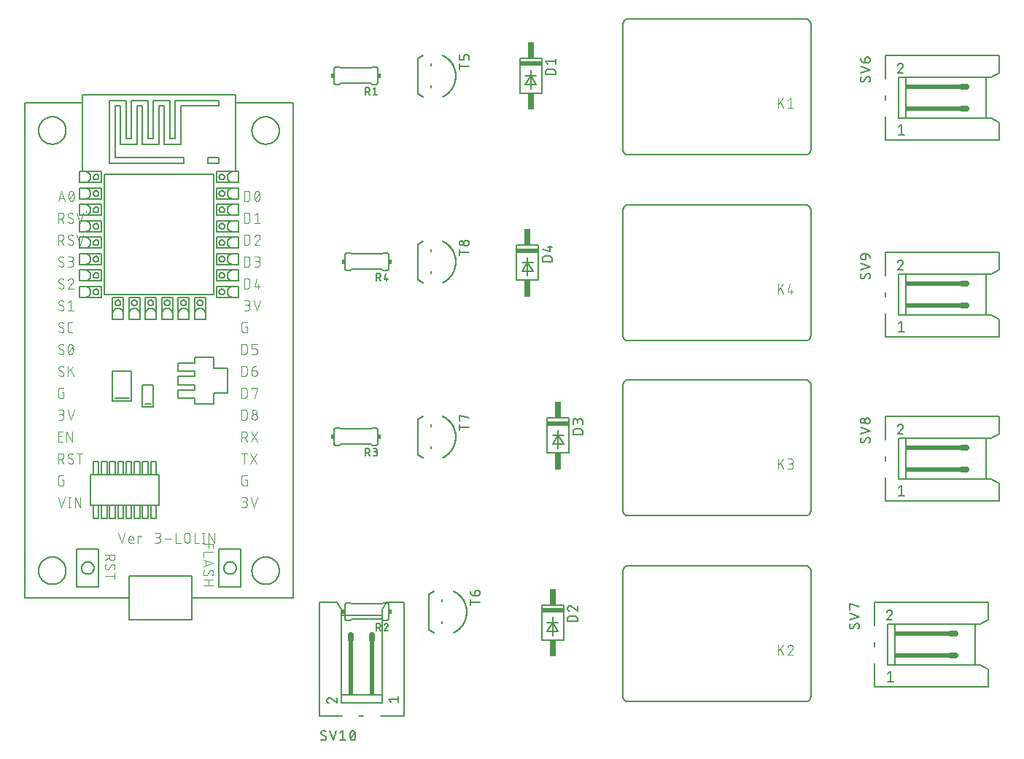
<source format=gbr>
G04 EAGLE Gerber RS-274X export*
G75*
%MOMM*%
%FSLAX34Y34*%
%LPD*%
%INSilkscreen Top*%
%IPPOS*%
%AMOC8*
5,1,8,0,0,1.08239X$1,22.5*%
G01*
%ADD10C,0.152400*%
%ADD11R,2.540000X0.508000*%
%ADD12R,0.762000X1.905000*%
%ADD13C,0.127000*%
%ADD14C,0.203200*%
%ADD15C,0.101600*%
%ADD16R,0.381000X0.508000*%
%ADD17C,0.660400*%
%ADD18R,0.609600X6.604000*%
%ADD19R,6.604000X0.609600*%
%ADD20C,0.012700*%


D10*
X571500Y728980D02*
X571500Y769620D01*
X571500Y728980D02*
X596900Y728980D01*
X596900Y769620D01*
X571500Y769620D01*
X584200Y755650D02*
X584200Y749300D01*
X590550Y739140D02*
X577850Y739140D01*
X584200Y749300D01*
X584200Y734060D01*
X590550Y739140D02*
X584200Y749300D01*
X590550Y749300D01*
X584200Y749300D02*
X577850Y749300D01*
D11*
X584200Y763270D03*
D12*
X584200Y719455D03*
X584200Y779145D03*
D13*
X601345Y750824D02*
X612775Y750824D01*
X601345Y750824D02*
X601345Y753999D01*
X601347Y754110D01*
X601353Y754220D01*
X601362Y754331D01*
X601376Y754441D01*
X601393Y754550D01*
X601414Y754659D01*
X601439Y754767D01*
X601468Y754874D01*
X601500Y754980D01*
X601536Y755085D01*
X601576Y755188D01*
X601619Y755290D01*
X601666Y755391D01*
X601717Y755490D01*
X601770Y755587D01*
X601827Y755681D01*
X601888Y755774D01*
X601951Y755865D01*
X602018Y755954D01*
X602088Y756040D01*
X602161Y756123D01*
X602236Y756205D01*
X602314Y756283D01*
X602396Y756358D01*
X602479Y756431D01*
X602565Y756501D01*
X602654Y756568D01*
X602745Y756631D01*
X602838Y756692D01*
X602933Y756749D01*
X603029Y756802D01*
X603128Y756853D01*
X603229Y756900D01*
X603331Y756943D01*
X603434Y756983D01*
X603539Y757019D01*
X603645Y757051D01*
X603752Y757080D01*
X603860Y757105D01*
X603969Y757126D01*
X604078Y757143D01*
X604188Y757157D01*
X604299Y757166D01*
X604409Y757172D01*
X604520Y757174D01*
X609600Y757174D01*
X609711Y757172D01*
X609821Y757166D01*
X609932Y757157D01*
X610042Y757143D01*
X610151Y757126D01*
X610260Y757105D01*
X610368Y757080D01*
X610475Y757051D01*
X610581Y757019D01*
X610686Y756983D01*
X610789Y756943D01*
X610891Y756900D01*
X610992Y756853D01*
X611091Y756802D01*
X611188Y756749D01*
X611282Y756692D01*
X611375Y756631D01*
X611466Y756568D01*
X611555Y756501D01*
X611641Y756431D01*
X611724Y756358D01*
X611806Y756283D01*
X611884Y756205D01*
X611959Y756123D01*
X612032Y756040D01*
X612102Y755954D01*
X612169Y755865D01*
X612232Y755774D01*
X612293Y755681D01*
X612350Y755587D01*
X612403Y755490D01*
X612454Y755391D01*
X612501Y755290D01*
X612544Y755188D01*
X612584Y755085D01*
X612620Y754980D01*
X612652Y754874D01*
X612681Y754767D01*
X612706Y754659D01*
X612727Y754550D01*
X612744Y754441D01*
X612758Y754331D01*
X612767Y754220D01*
X612773Y754110D01*
X612775Y753999D01*
X612775Y750824D01*
X603885Y762635D02*
X601345Y765810D01*
X612775Y765810D01*
X612775Y762635D02*
X612775Y768985D01*
D10*
X596900Y134620D02*
X596900Y93980D01*
X622300Y93980D01*
X622300Y134620D01*
X596900Y134620D01*
X609600Y120650D02*
X609600Y114300D01*
X615950Y104140D02*
X603250Y104140D01*
X609600Y114300D01*
X609600Y99060D01*
X615950Y104140D02*
X609600Y114300D01*
X615950Y114300D01*
X609600Y114300D02*
X603250Y114300D01*
D11*
X609600Y128270D03*
D12*
X609600Y84455D03*
X609600Y144145D03*
D13*
X626745Y115824D02*
X638175Y115824D01*
X626745Y115824D02*
X626745Y118999D01*
X626747Y119110D01*
X626753Y119220D01*
X626762Y119331D01*
X626776Y119441D01*
X626793Y119550D01*
X626814Y119659D01*
X626839Y119767D01*
X626868Y119874D01*
X626900Y119980D01*
X626936Y120085D01*
X626976Y120188D01*
X627019Y120290D01*
X627066Y120391D01*
X627117Y120490D01*
X627170Y120587D01*
X627227Y120681D01*
X627288Y120774D01*
X627351Y120865D01*
X627418Y120954D01*
X627488Y121040D01*
X627561Y121123D01*
X627636Y121205D01*
X627714Y121283D01*
X627796Y121358D01*
X627879Y121431D01*
X627965Y121501D01*
X628054Y121568D01*
X628145Y121631D01*
X628238Y121692D01*
X628333Y121749D01*
X628429Y121802D01*
X628528Y121853D01*
X628629Y121900D01*
X628731Y121943D01*
X628834Y121983D01*
X628939Y122019D01*
X629045Y122051D01*
X629152Y122080D01*
X629260Y122105D01*
X629369Y122126D01*
X629478Y122143D01*
X629588Y122157D01*
X629699Y122166D01*
X629809Y122172D01*
X629920Y122174D01*
X635000Y122174D01*
X635111Y122172D01*
X635221Y122166D01*
X635332Y122157D01*
X635442Y122143D01*
X635551Y122126D01*
X635660Y122105D01*
X635768Y122080D01*
X635875Y122051D01*
X635981Y122019D01*
X636086Y121983D01*
X636189Y121943D01*
X636291Y121900D01*
X636392Y121853D01*
X636491Y121802D01*
X636588Y121749D01*
X636682Y121692D01*
X636775Y121631D01*
X636866Y121568D01*
X636955Y121501D01*
X637041Y121431D01*
X637124Y121358D01*
X637206Y121283D01*
X637284Y121205D01*
X637359Y121123D01*
X637432Y121040D01*
X637502Y120954D01*
X637569Y120865D01*
X637632Y120774D01*
X637693Y120681D01*
X637750Y120587D01*
X637803Y120490D01*
X637854Y120391D01*
X637901Y120290D01*
X637944Y120188D01*
X637984Y120085D01*
X638020Y119980D01*
X638052Y119874D01*
X638081Y119767D01*
X638106Y119659D01*
X638127Y119550D01*
X638144Y119441D01*
X638158Y119331D01*
X638167Y119220D01*
X638173Y119110D01*
X638175Y118999D01*
X638175Y115824D01*
X626745Y131128D02*
X626747Y131232D01*
X626753Y131337D01*
X626762Y131441D01*
X626775Y131544D01*
X626793Y131647D01*
X626813Y131749D01*
X626838Y131851D01*
X626866Y131951D01*
X626898Y132051D01*
X626934Y132149D01*
X626973Y132246D01*
X627015Y132341D01*
X627061Y132435D01*
X627111Y132527D01*
X627163Y132617D01*
X627219Y132705D01*
X627279Y132791D01*
X627341Y132875D01*
X627406Y132956D01*
X627474Y133035D01*
X627546Y133112D01*
X627619Y133185D01*
X627696Y133257D01*
X627775Y133325D01*
X627856Y133390D01*
X627940Y133452D01*
X628026Y133512D01*
X628114Y133568D01*
X628204Y133620D01*
X628296Y133670D01*
X628390Y133716D01*
X628485Y133758D01*
X628582Y133797D01*
X628680Y133833D01*
X628780Y133865D01*
X628880Y133893D01*
X628982Y133918D01*
X629084Y133938D01*
X629187Y133956D01*
X629290Y133969D01*
X629394Y133978D01*
X629499Y133984D01*
X629603Y133986D01*
X626745Y131128D02*
X626747Y131010D01*
X626753Y130891D01*
X626762Y130773D01*
X626775Y130656D01*
X626793Y130539D01*
X626813Y130422D01*
X626838Y130306D01*
X626866Y130191D01*
X626899Y130078D01*
X626934Y129965D01*
X626974Y129853D01*
X627016Y129743D01*
X627063Y129634D01*
X627113Y129526D01*
X627166Y129421D01*
X627223Y129317D01*
X627283Y129215D01*
X627346Y129115D01*
X627413Y129017D01*
X627482Y128921D01*
X627555Y128828D01*
X627631Y128737D01*
X627709Y128648D01*
X627791Y128562D01*
X627875Y128479D01*
X627961Y128398D01*
X628051Y128321D01*
X628142Y128246D01*
X628236Y128174D01*
X628333Y128105D01*
X628431Y128040D01*
X628532Y127977D01*
X628635Y127918D01*
X628739Y127862D01*
X628845Y127810D01*
X628953Y127761D01*
X629062Y127716D01*
X629173Y127674D01*
X629285Y127636D01*
X631825Y133033D02*
X631750Y133109D01*
X631671Y133184D01*
X631590Y133255D01*
X631506Y133324D01*
X631420Y133389D01*
X631332Y133451D01*
X631242Y133511D01*
X631150Y133567D01*
X631055Y133620D01*
X630959Y133669D01*
X630861Y133715D01*
X630762Y133758D01*
X630661Y133797D01*
X630559Y133832D01*
X630456Y133864D01*
X630352Y133892D01*
X630247Y133917D01*
X630140Y133938D01*
X630034Y133955D01*
X629927Y133968D01*
X629819Y133977D01*
X629711Y133983D01*
X629603Y133985D01*
X631825Y133033D02*
X638175Y127635D01*
X638175Y133985D01*
D10*
X603250Y311150D02*
X603250Y351790D01*
X603250Y311150D02*
X628650Y311150D01*
X628650Y351790D01*
X603250Y351790D01*
X615950Y337820D02*
X615950Y331470D01*
X622300Y321310D02*
X609600Y321310D01*
X615950Y331470D01*
X615950Y316230D01*
X622300Y321310D02*
X615950Y331470D01*
X622300Y331470D01*
X615950Y331470D02*
X609600Y331470D01*
D11*
X615950Y345440D03*
D12*
X615950Y301625D03*
X615950Y361315D03*
D13*
X633095Y332994D02*
X644525Y332994D01*
X633095Y332994D02*
X633095Y336169D01*
X633097Y336280D01*
X633103Y336390D01*
X633112Y336501D01*
X633126Y336611D01*
X633143Y336720D01*
X633164Y336829D01*
X633189Y336937D01*
X633218Y337044D01*
X633250Y337150D01*
X633286Y337255D01*
X633326Y337358D01*
X633369Y337460D01*
X633416Y337561D01*
X633467Y337660D01*
X633520Y337757D01*
X633577Y337851D01*
X633638Y337944D01*
X633701Y338035D01*
X633768Y338124D01*
X633838Y338210D01*
X633911Y338293D01*
X633986Y338375D01*
X634064Y338453D01*
X634146Y338528D01*
X634229Y338601D01*
X634315Y338671D01*
X634404Y338738D01*
X634495Y338801D01*
X634588Y338862D01*
X634683Y338919D01*
X634779Y338972D01*
X634878Y339023D01*
X634979Y339070D01*
X635081Y339113D01*
X635184Y339153D01*
X635289Y339189D01*
X635395Y339221D01*
X635502Y339250D01*
X635610Y339275D01*
X635719Y339296D01*
X635828Y339313D01*
X635938Y339327D01*
X636049Y339336D01*
X636159Y339342D01*
X636270Y339344D01*
X641350Y339344D01*
X641461Y339342D01*
X641571Y339336D01*
X641682Y339327D01*
X641792Y339313D01*
X641901Y339296D01*
X642010Y339275D01*
X642118Y339250D01*
X642225Y339221D01*
X642331Y339189D01*
X642436Y339153D01*
X642539Y339113D01*
X642641Y339070D01*
X642742Y339023D01*
X642841Y338972D01*
X642938Y338919D01*
X643032Y338862D01*
X643125Y338801D01*
X643216Y338738D01*
X643305Y338671D01*
X643391Y338601D01*
X643474Y338528D01*
X643556Y338453D01*
X643634Y338375D01*
X643709Y338293D01*
X643782Y338210D01*
X643852Y338124D01*
X643919Y338035D01*
X643982Y337944D01*
X644043Y337851D01*
X644100Y337757D01*
X644153Y337660D01*
X644204Y337561D01*
X644251Y337460D01*
X644294Y337358D01*
X644334Y337255D01*
X644370Y337150D01*
X644402Y337044D01*
X644431Y336937D01*
X644456Y336829D01*
X644477Y336720D01*
X644494Y336611D01*
X644508Y336501D01*
X644517Y336390D01*
X644523Y336280D01*
X644525Y336169D01*
X644525Y332994D01*
X644525Y344805D02*
X644525Y347980D01*
X644523Y348091D01*
X644517Y348201D01*
X644508Y348312D01*
X644494Y348422D01*
X644477Y348531D01*
X644456Y348640D01*
X644431Y348748D01*
X644402Y348855D01*
X644370Y348961D01*
X644334Y349066D01*
X644294Y349169D01*
X644251Y349271D01*
X644204Y349372D01*
X644153Y349471D01*
X644100Y349568D01*
X644043Y349662D01*
X643982Y349755D01*
X643919Y349846D01*
X643852Y349935D01*
X643782Y350021D01*
X643709Y350104D01*
X643634Y350186D01*
X643556Y350264D01*
X643474Y350339D01*
X643391Y350412D01*
X643305Y350482D01*
X643216Y350549D01*
X643125Y350612D01*
X643032Y350673D01*
X642938Y350730D01*
X642841Y350783D01*
X642742Y350834D01*
X642641Y350881D01*
X642539Y350924D01*
X642436Y350964D01*
X642331Y351000D01*
X642225Y351032D01*
X642118Y351061D01*
X642010Y351086D01*
X641901Y351107D01*
X641792Y351124D01*
X641682Y351138D01*
X641571Y351147D01*
X641461Y351153D01*
X641350Y351155D01*
X641239Y351153D01*
X641129Y351147D01*
X641018Y351138D01*
X640908Y351124D01*
X640799Y351107D01*
X640690Y351086D01*
X640582Y351061D01*
X640475Y351032D01*
X640369Y351000D01*
X640264Y350964D01*
X640161Y350924D01*
X640059Y350881D01*
X639958Y350834D01*
X639859Y350783D01*
X639763Y350730D01*
X639668Y350673D01*
X639575Y350612D01*
X639484Y350549D01*
X639395Y350482D01*
X639309Y350412D01*
X639226Y350339D01*
X639144Y350264D01*
X639066Y350186D01*
X638991Y350104D01*
X638918Y350021D01*
X638848Y349935D01*
X638781Y349846D01*
X638718Y349755D01*
X638657Y349662D01*
X638600Y349568D01*
X638547Y349471D01*
X638496Y349372D01*
X638449Y349271D01*
X638406Y349169D01*
X638366Y349066D01*
X638330Y348961D01*
X638298Y348855D01*
X638269Y348748D01*
X638244Y348640D01*
X638223Y348531D01*
X638206Y348422D01*
X638192Y348312D01*
X638183Y348201D01*
X638177Y348091D01*
X638175Y347980D01*
X633095Y348615D02*
X633095Y344805D01*
X633095Y348615D02*
X633097Y348715D01*
X633103Y348814D01*
X633113Y348914D01*
X633126Y349012D01*
X633144Y349111D01*
X633165Y349208D01*
X633190Y349304D01*
X633219Y349400D01*
X633252Y349494D01*
X633288Y349587D01*
X633328Y349678D01*
X633372Y349768D01*
X633419Y349856D01*
X633469Y349942D01*
X633523Y350026D01*
X633580Y350108D01*
X633640Y350187D01*
X633704Y350265D01*
X633770Y350339D01*
X633839Y350411D01*
X633911Y350480D01*
X633985Y350546D01*
X634063Y350610D01*
X634142Y350670D01*
X634224Y350727D01*
X634308Y350781D01*
X634394Y350831D01*
X634482Y350878D01*
X634572Y350922D01*
X634663Y350962D01*
X634756Y350998D01*
X634850Y351031D01*
X634946Y351060D01*
X635042Y351085D01*
X635139Y351106D01*
X635238Y351124D01*
X635336Y351137D01*
X635436Y351147D01*
X635535Y351153D01*
X635635Y351155D01*
X635735Y351153D01*
X635834Y351147D01*
X635934Y351137D01*
X636032Y351124D01*
X636131Y351106D01*
X636228Y351085D01*
X636324Y351060D01*
X636420Y351031D01*
X636514Y350998D01*
X636607Y350962D01*
X636698Y350922D01*
X636788Y350878D01*
X636876Y350831D01*
X636962Y350781D01*
X637046Y350727D01*
X637128Y350670D01*
X637207Y350610D01*
X637285Y350546D01*
X637359Y350480D01*
X637431Y350411D01*
X637500Y350339D01*
X637566Y350265D01*
X637630Y350187D01*
X637690Y350108D01*
X637747Y350026D01*
X637801Y349942D01*
X637851Y349856D01*
X637898Y349768D01*
X637942Y349678D01*
X637982Y349587D01*
X638018Y349494D01*
X638051Y349400D01*
X638080Y349304D01*
X638105Y349208D01*
X638126Y349111D01*
X638144Y349012D01*
X638157Y348914D01*
X638167Y348814D01*
X638173Y348715D01*
X638175Y348615D01*
X638175Y346075D01*
D10*
X567690Y511810D02*
X567690Y552450D01*
X567690Y511810D02*
X593090Y511810D01*
X593090Y552450D01*
X567690Y552450D01*
X580390Y538480D02*
X580390Y532130D01*
X586740Y521970D02*
X574040Y521970D01*
X580390Y532130D01*
X580390Y516890D01*
X586740Y521970D02*
X580390Y532130D01*
X586740Y532130D01*
X580390Y532130D02*
X574040Y532130D01*
D11*
X580390Y546100D03*
D12*
X580390Y502285D03*
X580390Y561975D03*
D13*
X597535Y533654D02*
X608965Y533654D01*
X597535Y533654D02*
X597535Y536829D01*
X597537Y536940D01*
X597543Y537050D01*
X597552Y537161D01*
X597566Y537271D01*
X597583Y537380D01*
X597604Y537489D01*
X597629Y537597D01*
X597658Y537704D01*
X597690Y537810D01*
X597726Y537915D01*
X597766Y538018D01*
X597809Y538120D01*
X597856Y538221D01*
X597907Y538320D01*
X597960Y538417D01*
X598017Y538511D01*
X598078Y538604D01*
X598141Y538695D01*
X598208Y538784D01*
X598278Y538870D01*
X598351Y538953D01*
X598426Y539035D01*
X598504Y539113D01*
X598586Y539188D01*
X598669Y539261D01*
X598755Y539331D01*
X598844Y539398D01*
X598935Y539461D01*
X599028Y539522D01*
X599123Y539579D01*
X599219Y539632D01*
X599318Y539683D01*
X599419Y539730D01*
X599521Y539773D01*
X599624Y539813D01*
X599729Y539849D01*
X599835Y539881D01*
X599942Y539910D01*
X600050Y539935D01*
X600159Y539956D01*
X600268Y539973D01*
X600378Y539987D01*
X600489Y539996D01*
X600599Y540002D01*
X600710Y540004D01*
X605790Y540004D01*
X605901Y540002D01*
X606011Y539996D01*
X606122Y539987D01*
X606232Y539973D01*
X606341Y539956D01*
X606450Y539935D01*
X606558Y539910D01*
X606665Y539881D01*
X606771Y539849D01*
X606876Y539813D01*
X606979Y539773D01*
X607081Y539730D01*
X607182Y539683D01*
X607281Y539632D01*
X607378Y539579D01*
X607472Y539522D01*
X607565Y539461D01*
X607656Y539398D01*
X607745Y539331D01*
X607831Y539261D01*
X607914Y539188D01*
X607996Y539113D01*
X608074Y539035D01*
X608149Y538953D01*
X608222Y538870D01*
X608292Y538784D01*
X608359Y538695D01*
X608422Y538604D01*
X608483Y538511D01*
X608540Y538417D01*
X608593Y538320D01*
X608644Y538221D01*
X608691Y538120D01*
X608734Y538018D01*
X608774Y537915D01*
X608810Y537810D01*
X608842Y537704D01*
X608871Y537597D01*
X608896Y537489D01*
X608917Y537380D01*
X608934Y537271D01*
X608948Y537161D01*
X608957Y537050D01*
X608963Y536940D01*
X608965Y536829D01*
X608965Y533654D01*
X606425Y545465D02*
X597535Y548005D01*
X606425Y545465D02*
X606425Y551815D01*
X603885Y549910D02*
X608965Y549910D01*
D14*
X903004Y657600D02*
X903158Y657602D01*
X903313Y657608D01*
X903467Y657618D01*
X903621Y657631D01*
X903774Y657649D01*
X903927Y657670D01*
X904079Y657696D01*
X904231Y657725D01*
X904382Y657758D01*
X904532Y657795D01*
X904681Y657835D01*
X904829Y657880D01*
X904976Y657928D01*
X905121Y657979D01*
X905265Y658035D01*
X905408Y658094D01*
X905549Y658157D01*
X905689Y658223D01*
X905826Y658293D01*
X905962Y658366D01*
X906096Y658443D01*
X906229Y658523D01*
X906359Y658606D01*
X906486Y658693D01*
X906612Y658782D01*
X906735Y658875D01*
X906856Y658972D01*
X906975Y659071D01*
X907091Y659173D01*
X907204Y659278D01*
X907315Y659385D01*
X907422Y659496D01*
X907527Y659609D01*
X907629Y659725D01*
X907728Y659844D01*
X907825Y659965D01*
X907918Y660088D01*
X908007Y660214D01*
X908094Y660341D01*
X908177Y660471D01*
X908257Y660604D01*
X908334Y660738D01*
X908407Y660874D01*
X908477Y661011D01*
X908543Y661151D01*
X908606Y661292D01*
X908665Y661435D01*
X908721Y661579D01*
X908772Y661724D01*
X908820Y661871D01*
X908865Y662019D01*
X908905Y662168D01*
X908942Y662318D01*
X908975Y662469D01*
X909004Y662621D01*
X909030Y662773D01*
X909051Y662926D01*
X909069Y663079D01*
X909082Y663233D01*
X909092Y663387D01*
X909098Y663542D01*
X909100Y663696D01*
X903004Y657600D02*
X697196Y657600D01*
X697042Y657602D01*
X696887Y657608D01*
X696733Y657618D01*
X696579Y657631D01*
X696426Y657649D01*
X696273Y657670D01*
X696121Y657696D01*
X695969Y657725D01*
X695818Y657758D01*
X695668Y657795D01*
X695519Y657835D01*
X695371Y657880D01*
X695224Y657928D01*
X695079Y657979D01*
X694935Y658035D01*
X694792Y658094D01*
X694651Y658157D01*
X694511Y658223D01*
X694374Y658293D01*
X694238Y658366D01*
X694104Y658443D01*
X693971Y658523D01*
X693841Y658606D01*
X693714Y658693D01*
X693588Y658782D01*
X693465Y658875D01*
X693344Y658972D01*
X693225Y659071D01*
X693109Y659173D01*
X692996Y659278D01*
X692885Y659385D01*
X692778Y659496D01*
X692673Y659609D01*
X692571Y659725D01*
X692472Y659844D01*
X692375Y659965D01*
X692282Y660088D01*
X692193Y660214D01*
X692106Y660341D01*
X692023Y660471D01*
X691943Y660604D01*
X691866Y660738D01*
X691793Y660874D01*
X691723Y661011D01*
X691657Y661151D01*
X691594Y661292D01*
X691535Y661435D01*
X691479Y661579D01*
X691428Y661724D01*
X691380Y661871D01*
X691335Y662019D01*
X691295Y662168D01*
X691258Y662318D01*
X691225Y662469D01*
X691196Y662621D01*
X691170Y662773D01*
X691149Y662926D01*
X691131Y663079D01*
X691118Y663233D01*
X691108Y663387D01*
X691102Y663542D01*
X691100Y663696D01*
X691100Y809504D01*
X691102Y809658D01*
X691108Y809813D01*
X691118Y809967D01*
X691131Y810121D01*
X691149Y810274D01*
X691170Y810427D01*
X691196Y810579D01*
X691225Y810731D01*
X691258Y810882D01*
X691295Y811032D01*
X691335Y811181D01*
X691380Y811329D01*
X691428Y811476D01*
X691479Y811621D01*
X691535Y811765D01*
X691594Y811908D01*
X691657Y812049D01*
X691723Y812189D01*
X691793Y812326D01*
X691866Y812462D01*
X691943Y812596D01*
X692023Y812729D01*
X692106Y812859D01*
X692193Y812986D01*
X692282Y813112D01*
X692375Y813235D01*
X692472Y813356D01*
X692571Y813475D01*
X692673Y813591D01*
X692778Y813704D01*
X692885Y813815D01*
X692996Y813922D01*
X693109Y814027D01*
X693225Y814129D01*
X693344Y814228D01*
X693465Y814325D01*
X693588Y814418D01*
X693714Y814507D01*
X693841Y814594D01*
X693971Y814677D01*
X694104Y814757D01*
X694238Y814834D01*
X694374Y814907D01*
X694511Y814977D01*
X694651Y815043D01*
X694792Y815106D01*
X694935Y815165D01*
X695079Y815221D01*
X695224Y815272D01*
X695371Y815320D01*
X695519Y815365D01*
X695668Y815405D01*
X695818Y815442D01*
X695969Y815475D01*
X696121Y815504D01*
X696273Y815530D01*
X696426Y815551D01*
X696579Y815569D01*
X696733Y815582D01*
X696887Y815592D01*
X697042Y815598D01*
X697196Y815600D01*
X903004Y815600D01*
X903158Y815598D01*
X903313Y815592D01*
X903467Y815582D01*
X903621Y815569D01*
X903774Y815551D01*
X903927Y815530D01*
X904079Y815504D01*
X904231Y815475D01*
X904382Y815442D01*
X904532Y815405D01*
X904681Y815365D01*
X904829Y815320D01*
X904976Y815272D01*
X905121Y815221D01*
X905265Y815165D01*
X905408Y815106D01*
X905549Y815043D01*
X905689Y814977D01*
X905826Y814907D01*
X905962Y814834D01*
X906096Y814757D01*
X906229Y814677D01*
X906359Y814594D01*
X906486Y814507D01*
X906612Y814418D01*
X906735Y814325D01*
X906856Y814228D01*
X906975Y814129D01*
X907091Y814027D01*
X907204Y813922D01*
X907315Y813815D01*
X907422Y813704D01*
X907527Y813591D01*
X907629Y813475D01*
X907728Y813356D01*
X907825Y813235D01*
X907918Y813112D01*
X908007Y812986D01*
X908094Y812859D01*
X908177Y812729D01*
X908257Y812596D01*
X908334Y812462D01*
X908407Y812326D01*
X908477Y812189D01*
X908543Y812049D01*
X908606Y811908D01*
X908665Y811765D01*
X908721Y811621D01*
X908772Y811476D01*
X908820Y811329D01*
X908865Y811181D01*
X908905Y811032D01*
X908942Y810882D01*
X908975Y810731D01*
X909004Y810579D01*
X909030Y810427D01*
X909051Y810274D01*
X909069Y810121D01*
X909082Y809967D01*
X909092Y809813D01*
X909098Y809658D01*
X909100Y809504D01*
X909100Y663696D01*
D15*
X871121Y711708D02*
X871121Y723392D01*
X877612Y723392D02*
X871121Y716252D01*
X873718Y718848D02*
X877612Y711708D01*
X882001Y720796D02*
X885246Y723392D01*
X885246Y711708D01*
X882001Y711708D02*
X888492Y711708D01*
D14*
X909100Y28696D02*
X909098Y28542D01*
X909092Y28387D01*
X909082Y28233D01*
X909069Y28079D01*
X909051Y27926D01*
X909030Y27773D01*
X909004Y27621D01*
X908975Y27469D01*
X908942Y27318D01*
X908905Y27168D01*
X908865Y27019D01*
X908820Y26871D01*
X908772Y26724D01*
X908721Y26579D01*
X908665Y26435D01*
X908606Y26292D01*
X908543Y26151D01*
X908477Y26011D01*
X908407Y25874D01*
X908334Y25738D01*
X908257Y25604D01*
X908177Y25471D01*
X908094Y25341D01*
X908007Y25214D01*
X907918Y25088D01*
X907825Y24965D01*
X907728Y24844D01*
X907629Y24725D01*
X907527Y24609D01*
X907422Y24496D01*
X907315Y24385D01*
X907204Y24278D01*
X907091Y24173D01*
X906975Y24071D01*
X906856Y23972D01*
X906735Y23875D01*
X906612Y23782D01*
X906486Y23693D01*
X906359Y23606D01*
X906229Y23523D01*
X906096Y23443D01*
X905962Y23366D01*
X905826Y23293D01*
X905689Y23223D01*
X905549Y23157D01*
X905408Y23094D01*
X905265Y23035D01*
X905121Y22979D01*
X904976Y22928D01*
X904829Y22880D01*
X904681Y22835D01*
X904532Y22795D01*
X904382Y22758D01*
X904231Y22725D01*
X904079Y22696D01*
X903927Y22670D01*
X903774Y22649D01*
X903621Y22631D01*
X903467Y22618D01*
X903313Y22608D01*
X903158Y22602D01*
X903004Y22600D01*
X697196Y22600D01*
X697042Y22602D01*
X696887Y22608D01*
X696733Y22618D01*
X696579Y22631D01*
X696426Y22649D01*
X696273Y22670D01*
X696121Y22696D01*
X695969Y22725D01*
X695818Y22758D01*
X695668Y22795D01*
X695519Y22835D01*
X695371Y22880D01*
X695224Y22928D01*
X695079Y22979D01*
X694935Y23035D01*
X694792Y23094D01*
X694651Y23157D01*
X694511Y23223D01*
X694374Y23293D01*
X694238Y23366D01*
X694104Y23443D01*
X693971Y23523D01*
X693841Y23606D01*
X693714Y23693D01*
X693588Y23782D01*
X693465Y23875D01*
X693344Y23972D01*
X693225Y24071D01*
X693109Y24173D01*
X692996Y24278D01*
X692885Y24385D01*
X692778Y24496D01*
X692673Y24609D01*
X692571Y24725D01*
X692472Y24844D01*
X692375Y24965D01*
X692282Y25088D01*
X692193Y25214D01*
X692106Y25341D01*
X692023Y25471D01*
X691943Y25604D01*
X691866Y25738D01*
X691793Y25874D01*
X691723Y26011D01*
X691657Y26151D01*
X691594Y26292D01*
X691535Y26435D01*
X691479Y26579D01*
X691428Y26724D01*
X691380Y26871D01*
X691335Y27019D01*
X691295Y27168D01*
X691258Y27318D01*
X691225Y27469D01*
X691196Y27621D01*
X691170Y27773D01*
X691149Y27926D01*
X691131Y28079D01*
X691118Y28233D01*
X691108Y28387D01*
X691102Y28542D01*
X691100Y28696D01*
X691100Y174504D01*
X691102Y174658D01*
X691108Y174813D01*
X691118Y174967D01*
X691131Y175121D01*
X691149Y175274D01*
X691170Y175427D01*
X691196Y175579D01*
X691225Y175731D01*
X691258Y175882D01*
X691295Y176032D01*
X691335Y176181D01*
X691380Y176329D01*
X691428Y176476D01*
X691479Y176621D01*
X691535Y176765D01*
X691594Y176908D01*
X691657Y177049D01*
X691723Y177189D01*
X691793Y177326D01*
X691866Y177462D01*
X691943Y177596D01*
X692023Y177729D01*
X692106Y177859D01*
X692193Y177986D01*
X692282Y178112D01*
X692375Y178235D01*
X692472Y178356D01*
X692571Y178475D01*
X692673Y178591D01*
X692778Y178704D01*
X692885Y178815D01*
X692996Y178922D01*
X693109Y179027D01*
X693225Y179129D01*
X693344Y179228D01*
X693465Y179325D01*
X693588Y179418D01*
X693714Y179507D01*
X693841Y179594D01*
X693971Y179677D01*
X694104Y179757D01*
X694238Y179834D01*
X694374Y179907D01*
X694511Y179977D01*
X694651Y180043D01*
X694792Y180106D01*
X694935Y180165D01*
X695079Y180221D01*
X695224Y180272D01*
X695371Y180320D01*
X695519Y180365D01*
X695668Y180405D01*
X695818Y180442D01*
X695969Y180475D01*
X696121Y180504D01*
X696273Y180530D01*
X696426Y180551D01*
X696579Y180569D01*
X696733Y180582D01*
X696887Y180592D01*
X697042Y180598D01*
X697196Y180600D01*
X903004Y180600D01*
X903158Y180598D01*
X903313Y180592D01*
X903467Y180582D01*
X903621Y180569D01*
X903774Y180551D01*
X903927Y180530D01*
X904079Y180504D01*
X904231Y180475D01*
X904382Y180442D01*
X904532Y180405D01*
X904681Y180365D01*
X904829Y180320D01*
X904976Y180272D01*
X905121Y180221D01*
X905265Y180165D01*
X905408Y180106D01*
X905549Y180043D01*
X905689Y179977D01*
X905826Y179907D01*
X905962Y179834D01*
X906096Y179757D01*
X906229Y179677D01*
X906359Y179594D01*
X906486Y179507D01*
X906612Y179418D01*
X906735Y179325D01*
X906856Y179228D01*
X906975Y179129D01*
X907091Y179027D01*
X907204Y178922D01*
X907315Y178815D01*
X907422Y178704D01*
X907527Y178591D01*
X907629Y178475D01*
X907728Y178356D01*
X907825Y178235D01*
X907918Y178112D01*
X908007Y177986D01*
X908094Y177859D01*
X908177Y177729D01*
X908257Y177596D01*
X908334Y177462D01*
X908407Y177326D01*
X908477Y177189D01*
X908543Y177049D01*
X908606Y176908D01*
X908665Y176765D01*
X908721Y176621D01*
X908772Y176476D01*
X908820Y176329D01*
X908865Y176181D01*
X908905Y176032D01*
X908942Y175882D01*
X908975Y175731D01*
X909004Y175579D01*
X909030Y175427D01*
X909051Y175274D01*
X909069Y175121D01*
X909082Y174967D01*
X909092Y174813D01*
X909098Y174658D01*
X909100Y174504D01*
X909100Y28696D01*
D15*
X871121Y76708D02*
X871121Y88392D01*
X877612Y88392D02*
X871121Y81252D01*
X873718Y83848D02*
X877612Y76708D01*
X888492Y85471D02*
X888490Y85578D01*
X888484Y85684D01*
X888474Y85790D01*
X888461Y85896D01*
X888443Y86002D01*
X888422Y86106D01*
X888397Y86210D01*
X888368Y86313D01*
X888336Y86414D01*
X888299Y86514D01*
X888259Y86613D01*
X888216Y86711D01*
X888169Y86807D01*
X888118Y86901D01*
X888064Y86993D01*
X888007Y87083D01*
X887947Y87171D01*
X887883Y87256D01*
X887816Y87339D01*
X887746Y87420D01*
X887674Y87498D01*
X887598Y87574D01*
X887520Y87646D01*
X887439Y87716D01*
X887356Y87783D01*
X887271Y87847D01*
X887183Y87907D01*
X887093Y87964D01*
X887001Y88018D01*
X886907Y88069D01*
X886811Y88116D01*
X886713Y88159D01*
X886614Y88199D01*
X886514Y88236D01*
X886413Y88268D01*
X886310Y88297D01*
X886206Y88322D01*
X886102Y88343D01*
X885996Y88361D01*
X885890Y88374D01*
X885784Y88384D01*
X885678Y88390D01*
X885571Y88392D01*
X885450Y88390D01*
X885329Y88384D01*
X885209Y88374D01*
X885088Y88361D01*
X884969Y88343D01*
X884849Y88322D01*
X884731Y88297D01*
X884614Y88268D01*
X884497Y88235D01*
X884382Y88199D01*
X884268Y88158D01*
X884155Y88115D01*
X884043Y88067D01*
X883934Y88016D01*
X883826Y87961D01*
X883719Y87903D01*
X883615Y87842D01*
X883513Y87777D01*
X883413Y87709D01*
X883315Y87638D01*
X883219Y87564D01*
X883126Y87487D01*
X883036Y87406D01*
X882948Y87323D01*
X882863Y87237D01*
X882780Y87148D01*
X882701Y87057D01*
X882624Y86963D01*
X882551Y86867D01*
X882481Y86769D01*
X882414Y86668D01*
X882350Y86565D01*
X882290Y86460D01*
X882233Y86353D01*
X882179Y86245D01*
X882129Y86135D01*
X882083Y86023D01*
X882040Y85910D01*
X882001Y85795D01*
X887519Y83199D02*
X887598Y83276D01*
X887674Y83357D01*
X887747Y83440D01*
X887817Y83525D01*
X887884Y83613D01*
X887948Y83703D01*
X888008Y83795D01*
X888065Y83890D01*
X888119Y83986D01*
X888170Y84084D01*
X888217Y84184D01*
X888261Y84286D01*
X888301Y84389D01*
X888337Y84493D01*
X888369Y84599D01*
X888398Y84705D01*
X888423Y84813D01*
X888445Y84921D01*
X888462Y85031D01*
X888476Y85140D01*
X888485Y85250D01*
X888491Y85361D01*
X888493Y85471D01*
X887518Y83199D02*
X882001Y76708D01*
X888492Y76708D01*
D14*
X903004Y238500D02*
X903158Y238502D01*
X903313Y238508D01*
X903467Y238518D01*
X903621Y238531D01*
X903774Y238549D01*
X903927Y238570D01*
X904079Y238596D01*
X904231Y238625D01*
X904382Y238658D01*
X904532Y238695D01*
X904681Y238735D01*
X904829Y238780D01*
X904976Y238828D01*
X905121Y238879D01*
X905265Y238935D01*
X905408Y238994D01*
X905549Y239057D01*
X905689Y239123D01*
X905826Y239193D01*
X905962Y239266D01*
X906096Y239343D01*
X906229Y239423D01*
X906359Y239506D01*
X906486Y239593D01*
X906612Y239682D01*
X906735Y239775D01*
X906856Y239872D01*
X906975Y239971D01*
X907091Y240073D01*
X907204Y240178D01*
X907315Y240285D01*
X907422Y240396D01*
X907527Y240509D01*
X907629Y240625D01*
X907728Y240744D01*
X907825Y240865D01*
X907918Y240988D01*
X908007Y241114D01*
X908094Y241241D01*
X908177Y241371D01*
X908257Y241504D01*
X908334Y241638D01*
X908407Y241774D01*
X908477Y241911D01*
X908543Y242051D01*
X908606Y242192D01*
X908665Y242335D01*
X908721Y242479D01*
X908772Y242624D01*
X908820Y242771D01*
X908865Y242919D01*
X908905Y243068D01*
X908942Y243218D01*
X908975Y243369D01*
X909004Y243521D01*
X909030Y243673D01*
X909051Y243826D01*
X909069Y243979D01*
X909082Y244133D01*
X909092Y244287D01*
X909098Y244442D01*
X909100Y244596D01*
X903004Y238500D02*
X697196Y238500D01*
X697042Y238502D01*
X696887Y238508D01*
X696733Y238518D01*
X696579Y238531D01*
X696426Y238549D01*
X696273Y238570D01*
X696121Y238596D01*
X695969Y238625D01*
X695818Y238658D01*
X695668Y238695D01*
X695519Y238735D01*
X695371Y238780D01*
X695224Y238828D01*
X695079Y238879D01*
X694935Y238935D01*
X694792Y238994D01*
X694651Y239057D01*
X694511Y239123D01*
X694374Y239193D01*
X694238Y239266D01*
X694104Y239343D01*
X693971Y239423D01*
X693841Y239506D01*
X693714Y239593D01*
X693588Y239682D01*
X693465Y239775D01*
X693344Y239872D01*
X693225Y239971D01*
X693109Y240073D01*
X692996Y240178D01*
X692885Y240285D01*
X692778Y240396D01*
X692673Y240509D01*
X692571Y240625D01*
X692472Y240744D01*
X692375Y240865D01*
X692282Y240988D01*
X692193Y241114D01*
X692106Y241241D01*
X692023Y241371D01*
X691943Y241504D01*
X691866Y241638D01*
X691793Y241774D01*
X691723Y241911D01*
X691657Y242051D01*
X691594Y242192D01*
X691535Y242335D01*
X691479Y242479D01*
X691428Y242624D01*
X691380Y242771D01*
X691335Y242919D01*
X691295Y243068D01*
X691258Y243218D01*
X691225Y243369D01*
X691196Y243521D01*
X691170Y243673D01*
X691149Y243826D01*
X691131Y243979D01*
X691118Y244133D01*
X691108Y244287D01*
X691102Y244442D01*
X691100Y244596D01*
X691100Y390404D01*
X691102Y390558D01*
X691108Y390713D01*
X691118Y390867D01*
X691131Y391021D01*
X691149Y391174D01*
X691170Y391327D01*
X691196Y391479D01*
X691225Y391631D01*
X691258Y391782D01*
X691295Y391932D01*
X691335Y392081D01*
X691380Y392229D01*
X691428Y392376D01*
X691479Y392521D01*
X691535Y392665D01*
X691594Y392808D01*
X691657Y392949D01*
X691723Y393089D01*
X691793Y393226D01*
X691866Y393362D01*
X691943Y393496D01*
X692023Y393629D01*
X692106Y393759D01*
X692193Y393886D01*
X692282Y394012D01*
X692375Y394135D01*
X692472Y394256D01*
X692571Y394375D01*
X692673Y394491D01*
X692778Y394604D01*
X692885Y394715D01*
X692996Y394822D01*
X693109Y394927D01*
X693225Y395029D01*
X693344Y395128D01*
X693465Y395225D01*
X693588Y395318D01*
X693714Y395407D01*
X693841Y395494D01*
X693971Y395577D01*
X694104Y395657D01*
X694238Y395734D01*
X694374Y395807D01*
X694511Y395877D01*
X694651Y395943D01*
X694792Y396006D01*
X694935Y396065D01*
X695079Y396121D01*
X695224Y396172D01*
X695371Y396220D01*
X695519Y396265D01*
X695668Y396305D01*
X695818Y396342D01*
X695969Y396375D01*
X696121Y396404D01*
X696273Y396430D01*
X696426Y396451D01*
X696579Y396469D01*
X696733Y396482D01*
X696887Y396492D01*
X697042Y396498D01*
X697196Y396500D01*
X903004Y396500D01*
X903158Y396498D01*
X903313Y396492D01*
X903467Y396482D01*
X903621Y396469D01*
X903774Y396451D01*
X903927Y396430D01*
X904079Y396404D01*
X904231Y396375D01*
X904382Y396342D01*
X904532Y396305D01*
X904681Y396265D01*
X904829Y396220D01*
X904976Y396172D01*
X905121Y396121D01*
X905265Y396065D01*
X905408Y396006D01*
X905549Y395943D01*
X905689Y395877D01*
X905826Y395807D01*
X905962Y395734D01*
X906096Y395657D01*
X906229Y395577D01*
X906359Y395494D01*
X906486Y395407D01*
X906612Y395318D01*
X906735Y395225D01*
X906856Y395128D01*
X906975Y395029D01*
X907091Y394927D01*
X907204Y394822D01*
X907315Y394715D01*
X907422Y394604D01*
X907527Y394491D01*
X907629Y394375D01*
X907728Y394256D01*
X907825Y394135D01*
X907918Y394012D01*
X908007Y393886D01*
X908094Y393759D01*
X908177Y393629D01*
X908257Y393496D01*
X908334Y393362D01*
X908407Y393226D01*
X908477Y393089D01*
X908543Y392949D01*
X908606Y392808D01*
X908665Y392665D01*
X908721Y392521D01*
X908772Y392376D01*
X908820Y392229D01*
X908865Y392081D01*
X908905Y391932D01*
X908942Y391782D01*
X908975Y391631D01*
X909004Y391479D01*
X909030Y391327D01*
X909051Y391174D01*
X909069Y391021D01*
X909082Y390867D01*
X909092Y390713D01*
X909098Y390558D01*
X909100Y390404D01*
X909100Y244596D01*
D15*
X871121Y292608D02*
X871121Y304292D01*
X877612Y304292D02*
X871121Y297152D01*
X873718Y299748D02*
X877612Y292608D01*
X882001Y292608D02*
X885246Y292608D01*
X885359Y292610D01*
X885472Y292616D01*
X885585Y292626D01*
X885698Y292640D01*
X885810Y292657D01*
X885921Y292679D01*
X886031Y292704D01*
X886141Y292734D01*
X886249Y292767D01*
X886356Y292804D01*
X886462Y292844D01*
X886566Y292889D01*
X886669Y292937D01*
X886770Y292988D01*
X886869Y293043D01*
X886966Y293101D01*
X887061Y293163D01*
X887154Y293228D01*
X887244Y293296D01*
X887332Y293367D01*
X887418Y293442D01*
X887501Y293519D01*
X887581Y293599D01*
X887658Y293682D01*
X887733Y293768D01*
X887804Y293856D01*
X887872Y293946D01*
X887937Y294039D01*
X887999Y294134D01*
X888057Y294231D01*
X888112Y294330D01*
X888163Y294431D01*
X888211Y294534D01*
X888256Y294638D01*
X888296Y294744D01*
X888333Y294851D01*
X888366Y294959D01*
X888396Y295069D01*
X888421Y295179D01*
X888443Y295290D01*
X888460Y295402D01*
X888474Y295515D01*
X888484Y295628D01*
X888490Y295741D01*
X888492Y295854D01*
X888490Y295967D01*
X888484Y296080D01*
X888474Y296193D01*
X888460Y296306D01*
X888443Y296418D01*
X888421Y296529D01*
X888396Y296639D01*
X888366Y296749D01*
X888333Y296857D01*
X888296Y296964D01*
X888256Y297070D01*
X888211Y297174D01*
X888163Y297277D01*
X888112Y297378D01*
X888057Y297477D01*
X887999Y297574D01*
X887937Y297669D01*
X887872Y297762D01*
X887804Y297852D01*
X887733Y297940D01*
X887658Y298026D01*
X887581Y298109D01*
X887501Y298189D01*
X887418Y298266D01*
X887332Y298341D01*
X887244Y298412D01*
X887154Y298480D01*
X887061Y298545D01*
X886966Y298607D01*
X886869Y298665D01*
X886770Y298720D01*
X886669Y298771D01*
X886566Y298819D01*
X886462Y298864D01*
X886356Y298904D01*
X886249Y298941D01*
X886141Y298974D01*
X886031Y299004D01*
X885921Y299029D01*
X885810Y299051D01*
X885698Y299068D01*
X885585Y299082D01*
X885472Y299092D01*
X885359Y299098D01*
X885246Y299100D01*
X885896Y304292D02*
X882001Y304292D01*
X885896Y304292D02*
X885997Y304290D01*
X886097Y304284D01*
X886197Y304274D01*
X886297Y304261D01*
X886396Y304243D01*
X886495Y304222D01*
X886592Y304197D01*
X886689Y304168D01*
X886784Y304135D01*
X886878Y304099D01*
X886970Y304059D01*
X887061Y304016D01*
X887150Y303969D01*
X887237Y303919D01*
X887323Y303865D01*
X887406Y303808D01*
X887486Y303748D01*
X887565Y303685D01*
X887641Y303618D01*
X887714Y303549D01*
X887784Y303477D01*
X887852Y303403D01*
X887917Y303326D01*
X887978Y303246D01*
X888037Y303164D01*
X888092Y303080D01*
X888144Y302994D01*
X888193Y302906D01*
X888238Y302816D01*
X888280Y302724D01*
X888318Y302631D01*
X888352Y302536D01*
X888383Y302441D01*
X888410Y302344D01*
X888433Y302246D01*
X888453Y302147D01*
X888468Y302047D01*
X888480Y301947D01*
X888488Y301847D01*
X888492Y301746D01*
X888492Y301646D01*
X888488Y301545D01*
X888480Y301445D01*
X888468Y301345D01*
X888453Y301245D01*
X888433Y301146D01*
X888410Y301048D01*
X888383Y300951D01*
X888352Y300856D01*
X888318Y300761D01*
X888280Y300668D01*
X888238Y300576D01*
X888193Y300486D01*
X888144Y300398D01*
X888092Y300312D01*
X888037Y300228D01*
X887978Y300146D01*
X887917Y300066D01*
X887852Y299989D01*
X887784Y299915D01*
X887714Y299843D01*
X887641Y299774D01*
X887565Y299707D01*
X887486Y299644D01*
X887406Y299584D01*
X887323Y299527D01*
X887237Y299473D01*
X887150Y299423D01*
X887061Y299376D01*
X886970Y299333D01*
X886878Y299293D01*
X886784Y299257D01*
X886689Y299224D01*
X886592Y299195D01*
X886495Y299170D01*
X886396Y299149D01*
X886297Y299131D01*
X886197Y299118D01*
X886097Y299108D01*
X885997Y299102D01*
X885896Y299100D01*
X885896Y299099D02*
X883299Y299099D01*
D14*
X903004Y441700D02*
X903158Y441702D01*
X903313Y441708D01*
X903467Y441718D01*
X903621Y441731D01*
X903774Y441749D01*
X903927Y441770D01*
X904079Y441796D01*
X904231Y441825D01*
X904382Y441858D01*
X904532Y441895D01*
X904681Y441935D01*
X904829Y441980D01*
X904976Y442028D01*
X905121Y442079D01*
X905265Y442135D01*
X905408Y442194D01*
X905549Y442257D01*
X905689Y442323D01*
X905826Y442393D01*
X905962Y442466D01*
X906096Y442543D01*
X906229Y442623D01*
X906359Y442706D01*
X906486Y442793D01*
X906612Y442882D01*
X906735Y442975D01*
X906856Y443072D01*
X906975Y443171D01*
X907091Y443273D01*
X907204Y443378D01*
X907315Y443485D01*
X907422Y443596D01*
X907527Y443709D01*
X907629Y443825D01*
X907728Y443944D01*
X907825Y444065D01*
X907918Y444188D01*
X908007Y444314D01*
X908094Y444441D01*
X908177Y444571D01*
X908257Y444704D01*
X908334Y444838D01*
X908407Y444974D01*
X908477Y445111D01*
X908543Y445251D01*
X908606Y445392D01*
X908665Y445535D01*
X908721Y445679D01*
X908772Y445824D01*
X908820Y445971D01*
X908865Y446119D01*
X908905Y446268D01*
X908942Y446418D01*
X908975Y446569D01*
X909004Y446721D01*
X909030Y446873D01*
X909051Y447026D01*
X909069Y447179D01*
X909082Y447333D01*
X909092Y447487D01*
X909098Y447642D01*
X909100Y447796D01*
X903004Y441700D02*
X697196Y441700D01*
X697042Y441702D01*
X696887Y441708D01*
X696733Y441718D01*
X696579Y441731D01*
X696426Y441749D01*
X696273Y441770D01*
X696121Y441796D01*
X695969Y441825D01*
X695818Y441858D01*
X695668Y441895D01*
X695519Y441935D01*
X695371Y441980D01*
X695224Y442028D01*
X695079Y442079D01*
X694935Y442135D01*
X694792Y442194D01*
X694651Y442257D01*
X694511Y442323D01*
X694374Y442393D01*
X694238Y442466D01*
X694104Y442543D01*
X693971Y442623D01*
X693841Y442706D01*
X693714Y442793D01*
X693588Y442882D01*
X693465Y442975D01*
X693344Y443072D01*
X693225Y443171D01*
X693109Y443273D01*
X692996Y443378D01*
X692885Y443485D01*
X692778Y443596D01*
X692673Y443709D01*
X692571Y443825D01*
X692472Y443944D01*
X692375Y444065D01*
X692282Y444188D01*
X692193Y444314D01*
X692106Y444441D01*
X692023Y444571D01*
X691943Y444704D01*
X691866Y444838D01*
X691793Y444974D01*
X691723Y445111D01*
X691657Y445251D01*
X691594Y445392D01*
X691535Y445535D01*
X691479Y445679D01*
X691428Y445824D01*
X691380Y445971D01*
X691335Y446119D01*
X691295Y446268D01*
X691258Y446418D01*
X691225Y446569D01*
X691196Y446721D01*
X691170Y446873D01*
X691149Y447026D01*
X691131Y447179D01*
X691118Y447333D01*
X691108Y447487D01*
X691102Y447642D01*
X691100Y447796D01*
X691100Y593604D01*
X691102Y593758D01*
X691108Y593913D01*
X691118Y594067D01*
X691131Y594221D01*
X691149Y594374D01*
X691170Y594527D01*
X691196Y594679D01*
X691225Y594831D01*
X691258Y594982D01*
X691295Y595132D01*
X691335Y595281D01*
X691380Y595429D01*
X691428Y595576D01*
X691479Y595721D01*
X691535Y595865D01*
X691594Y596008D01*
X691657Y596149D01*
X691723Y596289D01*
X691793Y596426D01*
X691866Y596562D01*
X691943Y596696D01*
X692023Y596829D01*
X692106Y596959D01*
X692193Y597086D01*
X692282Y597212D01*
X692375Y597335D01*
X692472Y597456D01*
X692571Y597575D01*
X692673Y597691D01*
X692778Y597804D01*
X692885Y597915D01*
X692996Y598022D01*
X693109Y598127D01*
X693225Y598229D01*
X693344Y598328D01*
X693465Y598425D01*
X693588Y598518D01*
X693714Y598607D01*
X693841Y598694D01*
X693971Y598777D01*
X694104Y598857D01*
X694238Y598934D01*
X694374Y599007D01*
X694511Y599077D01*
X694651Y599143D01*
X694792Y599206D01*
X694935Y599265D01*
X695079Y599321D01*
X695224Y599372D01*
X695371Y599420D01*
X695519Y599465D01*
X695668Y599505D01*
X695818Y599542D01*
X695969Y599575D01*
X696121Y599604D01*
X696273Y599630D01*
X696426Y599651D01*
X696579Y599669D01*
X696733Y599682D01*
X696887Y599692D01*
X697042Y599698D01*
X697196Y599700D01*
X903004Y599700D01*
X903158Y599698D01*
X903313Y599692D01*
X903467Y599682D01*
X903621Y599669D01*
X903774Y599651D01*
X903927Y599630D01*
X904079Y599604D01*
X904231Y599575D01*
X904382Y599542D01*
X904532Y599505D01*
X904681Y599465D01*
X904829Y599420D01*
X904976Y599372D01*
X905121Y599321D01*
X905265Y599265D01*
X905408Y599206D01*
X905549Y599143D01*
X905689Y599077D01*
X905826Y599007D01*
X905962Y598934D01*
X906096Y598857D01*
X906229Y598777D01*
X906359Y598694D01*
X906486Y598607D01*
X906612Y598518D01*
X906735Y598425D01*
X906856Y598328D01*
X906975Y598229D01*
X907091Y598127D01*
X907204Y598022D01*
X907315Y597915D01*
X907422Y597804D01*
X907527Y597691D01*
X907629Y597575D01*
X907728Y597456D01*
X907825Y597335D01*
X907918Y597212D01*
X908007Y597086D01*
X908094Y596959D01*
X908177Y596829D01*
X908257Y596696D01*
X908334Y596562D01*
X908407Y596426D01*
X908477Y596289D01*
X908543Y596149D01*
X908606Y596008D01*
X908665Y595865D01*
X908721Y595721D01*
X908772Y595576D01*
X908820Y595429D01*
X908865Y595281D01*
X908905Y595132D01*
X908942Y594982D01*
X908975Y594831D01*
X909004Y594679D01*
X909030Y594527D01*
X909051Y594374D01*
X909069Y594221D01*
X909082Y594067D01*
X909092Y593913D01*
X909098Y593758D01*
X909100Y593604D01*
X909100Y447796D01*
D15*
X871121Y495808D02*
X871121Y507492D01*
X877612Y507492D02*
X871121Y500352D01*
X873718Y502948D02*
X877612Y495808D01*
X882001Y498404D02*
X884597Y507492D01*
X882001Y498404D02*
X888492Y498404D01*
X886545Y501001D02*
X886545Y495808D01*
D10*
X406400Y741680D02*
X406398Y741580D01*
X406392Y741481D01*
X406382Y741381D01*
X406369Y741283D01*
X406351Y741184D01*
X406330Y741087D01*
X406305Y740991D01*
X406276Y740895D01*
X406243Y740801D01*
X406207Y740708D01*
X406167Y740617D01*
X406123Y740527D01*
X406076Y740439D01*
X406026Y740353D01*
X405972Y740269D01*
X405915Y740187D01*
X405855Y740108D01*
X405791Y740030D01*
X405725Y739956D01*
X405656Y739884D01*
X405584Y739815D01*
X405510Y739749D01*
X405432Y739685D01*
X405353Y739625D01*
X405271Y739568D01*
X405187Y739514D01*
X405101Y739464D01*
X405013Y739417D01*
X404923Y739373D01*
X404832Y739333D01*
X404739Y739297D01*
X404645Y739264D01*
X404549Y739235D01*
X404453Y739210D01*
X404356Y739189D01*
X404257Y739171D01*
X404159Y739158D01*
X404059Y739148D01*
X403960Y739142D01*
X403860Y739140D01*
X406400Y756920D02*
X406398Y757020D01*
X406392Y757119D01*
X406382Y757219D01*
X406369Y757317D01*
X406351Y757416D01*
X406330Y757513D01*
X406305Y757609D01*
X406276Y757705D01*
X406243Y757799D01*
X406207Y757892D01*
X406167Y757983D01*
X406123Y758073D01*
X406076Y758161D01*
X406026Y758247D01*
X405972Y758331D01*
X405915Y758413D01*
X405855Y758492D01*
X405791Y758570D01*
X405725Y758644D01*
X405656Y758716D01*
X405584Y758785D01*
X405510Y758851D01*
X405432Y758915D01*
X405353Y758975D01*
X405271Y759032D01*
X405187Y759086D01*
X405101Y759136D01*
X405013Y759183D01*
X404923Y759227D01*
X404832Y759267D01*
X404739Y759303D01*
X404645Y759336D01*
X404549Y759365D01*
X404453Y759390D01*
X404356Y759411D01*
X404257Y759429D01*
X404159Y759442D01*
X404059Y759452D01*
X403960Y759458D01*
X403860Y759460D01*
X358140Y759460D02*
X358040Y759458D01*
X357941Y759452D01*
X357841Y759442D01*
X357743Y759429D01*
X357644Y759411D01*
X357547Y759390D01*
X357451Y759365D01*
X357355Y759336D01*
X357261Y759303D01*
X357168Y759267D01*
X357077Y759227D01*
X356987Y759183D01*
X356899Y759136D01*
X356813Y759086D01*
X356729Y759032D01*
X356647Y758975D01*
X356568Y758915D01*
X356490Y758851D01*
X356416Y758785D01*
X356344Y758716D01*
X356275Y758644D01*
X356209Y758570D01*
X356145Y758492D01*
X356085Y758413D01*
X356028Y758331D01*
X355974Y758247D01*
X355924Y758161D01*
X355877Y758073D01*
X355833Y757983D01*
X355793Y757892D01*
X355757Y757799D01*
X355724Y757705D01*
X355695Y757609D01*
X355670Y757513D01*
X355649Y757416D01*
X355631Y757317D01*
X355618Y757219D01*
X355608Y757119D01*
X355602Y757020D01*
X355600Y756920D01*
X355600Y741680D02*
X355602Y741580D01*
X355608Y741481D01*
X355618Y741381D01*
X355631Y741283D01*
X355649Y741184D01*
X355670Y741087D01*
X355695Y740991D01*
X355724Y740895D01*
X355757Y740801D01*
X355793Y740708D01*
X355833Y740617D01*
X355877Y740527D01*
X355924Y740439D01*
X355974Y740353D01*
X356028Y740269D01*
X356085Y740187D01*
X356145Y740108D01*
X356209Y740030D01*
X356275Y739956D01*
X356344Y739884D01*
X356416Y739815D01*
X356490Y739749D01*
X356568Y739685D01*
X356647Y739625D01*
X356729Y739568D01*
X356813Y739514D01*
X356899Y739464D01*
X356987Y739417D01*
X357077Y739373D01*
X357168Y739333D01*
X357261Y739297D01*
X357355Y739264D01*
X357451Y739235D01*
X357547Y739210D01*
X357644Y739189D01*
X357743Y739171D01*
X357841Y739158D01*
X357941Y739148D01*
X358040Y739142D01*
X358140Y739140D01*
X406400Y741680D02*
X406400Y756920D01*
X403860Y739140D02*
X400050Y739140D01*
X398780Y740410D01*
X400050Y759460D02*
X403860Y759460D01*
X400050Y759460D02*
X398780Y758190D01*
X363220Y740410D02*
X361950Y739140D01*
X363220Y740410D02*
X398780Y740410D01*
X363220Y758190D02*
X361950Y759460D01*
X363220Y758190D02*
X398780Y758190D01*
X361950Y739140D02*
X358140Y739140D01*
X358140Y759460D02*
X361950Y759460D01*
X355600Y756920D02*
X355600Y741680D01*
D16*
X353695Y749300D03*
X408305Y749300D03*
D13*
X392127Y735711D02*
X392127Y727075D01*
X392127Y735711D02*
X394526Y735711D01*
X394623Y735709D01*
X394719Y735703D01*
X394815Y735694D01*
X394911Y735680D01*
X395006Y735663D01*
X395100Y735641D01*
X395193Y735616D01*
X395286Y735588D01*
X395377Y735555D01*
X395466Y735519D01*
X395554Y735479D01*
X395641Y735436D01*
X395726Y735390D01*
X395808Y735340D01*
X395889Y735286D01*
X395967Y735230D01*
X396043Y735170D01*
X396117Y735108D01*
X396188Y735042D01*
X396256Y734974D01*
X396322Y734903D01*
X396384Y734829D01*
X396444Y734753D01*
X396500Y734675D01*
X396554Y734594D01*
X396604Y734512D01*
X396650Y734427D01*
X396693Y734340D01*
X396733Y734252D01*
X396769Y734163D01*
X396802Y734072D01*
X396830Y733979D01*
X396855Y733886D01*
X396877Y733792D01*
X396894Y733697D01*
X396908Y733601D01*
X396917Y733505D01*
X396923Y733409D01*
X396925Y733312D01*
X396923Y733215D01*
X396917Y733119D01*
X396908Y733023D01*
X396894Y732927D01*
X396877Y732832D01*
X396855Y732738D01*
X396830Y732645D01*
X396802Y732552D01*
X396769Y732461D01*
X396733Y732372D01*
X396693Y732284D01*
X396650Y732197D01*
X396604Y732113D01*
X396554Y732030D01*
X396500Y731949D01*
X396444Y731871D01*
X396384Y731795D01*
X396322Y731721D01*
X396256Y731650D01*
X396188Y731582D01*
X396117Y731516D01*
X396043Y731454D01*
X395967Y731394D01*
X395889Y731338D01*
X395808Y731284D01*
X395726Y731234D01*
X395641Y731188D01*
X395554Y731145D01*
X395466Y731105D01*
X395377Y731069D01*
X395286Y731036D01*
X395193Y731008D01*
X395100Y730983D01*
X395006Y730961D01*
X394911Y730944D01*
X394815Y730930D01*
X394719Y730921D01*
X394623Y730915D01*
X394526Y730913D01*
X392127Y730913D01*
X395005Y730913D02*
X396924Y727075D01*
X400967Y733792D02*
X403366Y735711D01*
X403366Y727075D01*
X400967Y727075D02*
X405765Y727075D01*
D10*
X419100Y119380D02*
X419098Y119280D01*
X419092Y119181D01*
X419082Y119081D01*
X419069Y118983D01*
X419051Y118884D01*
X419030Y118787D01*
X419005Y118691D01*
X418976Y118595D01*
X418943Y118501D01*
X418907Y118408D01*
X418867Y118317D01*
X418823Y118227D01*
X418776Y118139D01*
X418726Y118053D01*
X418672Y117969D01*
X418615Y117887D01*
X418555Y117808D01*
X418491Y117730D01*
X418425Y117656D01*
X418356Y117584D01*
X418284Y117515D01*
X418210Y117449D01*
X418132Y117385D01*
X418053Y117325D01*
X417971Y117268D01*
X417887Y117214D01*
X417801Y117164D01*
X417713Y117117D01*
X417623Y117073D01*
X417532Y117033D01*
X417439Y116997D01*
X417345Y116964D01*
X417249Y116935D01*
X417153Y116910D01*
X417056Y116889D01*
X416957Y116871D01*
X416859Y116858D01*
X416759Y116848D01*
X416660Y116842D01*
X416560Y116840D01*
X419100Y134620D02*
X419098Y134720D01*
X419092Y134819D01*
X419082Y134919D01*
X419069Y135017D01*
X419051Y135116D01*
X419030Y135213D01*
X419005Y135309D01*
X418976Y135405D01*
X418943Y135499D01*
X418907Y135592D01*
X418867Y135683D01*
X418823Y135773D01*
X418776Y135861D01*
X418726Y135947D01*
X418672Y136031D01*
X418615Y136113D01*
X418555Y136192D01*
X418491Y136270D01*
X418425Y136344D01*
X418356Y136416D01*
X418284Y136485D01*
X418210Y136551D01*
X418132Y136615D01*
X418053Y136675D01*
X417971Y136732D01*
X417887Y136786D01*
X417801Y136836D01*
X417713Y136883D01*
X417623Y136927D01*
X417532Y136967D01*
X417439Y137003D01*
X417345Y137036D01*
X417249Y137065D01*
X417153Y137090D01*
X417056Y137111D01*
X416957Y137129D01*
X416859Y137142D01*
X416759Y137152D01*
X416660Y137158D01*
X416560Y137160D01*
X370840Y137160D02*
X370740Y137158D01*
X370641Y137152D01*
X370541Y137142D01*
X370443Y137129D01*
X370344Y137111D01*
X370247Y137090D01*
X370151Y137065D01*
X370055Y137036D01*
X369961Y137003D01*
X369868Y136967D01*
X369777Y136927D01*
X369687Y136883D01*
X369599Y136836D01*
X369513Y136786D01*
X369429Y136732D01*
X369347Y136675D01*
X369268Y136615D01*
X369190Y136551D01*
X369116Y136485D01*
X369044Y136416D01*
X368975Y136344D01*
X368909Y136270D01*
X368845Y136192D01*
X368785Y136113D01*
X368728Y136031D01*
X368674Y135947D01*
X368624Y135861D01*
X368577Y135773D01*
X368533Y135683D01*
X368493Y135592D01*
X368457Y135499D01*
X368424Y135405D01*
X368395Y135309D01*
X368370Y135213D01*
X368349Y135116D01*
X368331Y135017D01*
X368318Y134919D01*
X368308Y134819D01*
X368302Y134720D01*
X368300Y134620D01*
X368300Y119380D02*
X368302Y119280D01*
X368308Y119181D01*
X368318Y119081D01*
X368331Y118983D01*
X368349Y118884D01*
X368370Y118787D01*
X368395Y118691D01*
X368424Y118595D01*
X368457Y118501D01*
X368493Y118408D01*
X368533Y118317D01*
X368577Y118227D01*
X368624Y118139D01*
X368674Y118053D01*
X368728Y117969D01*
X368785Y117887D01*
X368845Y117808D01*
X368909Y117730D01*
X368975Y117656D01*
X369044Y117584D01*
X369116Y117515D01*
X369190Y117449D01*
X369268Y117385D01*
X369347Y117325D01*
X369429Y117268D01*
X369513Y117214D01*
X369599Y117164D01*
X369687Y117117D01*
X369777Y117073D01*
X369868Y117033D01*
X369961Y116997D01*
X370055Y116964D01*
X370151Y116935D01*
X370247Y116910D01*
X370344Y116889D01*
X370443Y116871D01*
X370541Y116858D01*
X370641Y116848D01*
X370740Y116842D01*
X370840Y116840D01*
X419100Y119380D02*
X419100Y134620D01*
X416560Y116840D02*
X412750Y116840D01*
X411480Y118110D01*
X412750Y137160D02*
X416560Y137160D01*
X412750Y137160D02*
X411480Y135890D01*
X375920Y118110D02*
X374650Y116840D01*
X375920Y118110D02*
X411480Y118110D01*
X375920Y135890D02*
X374650Y137160D01*
X375920Y135890D02*
X411480Y135890D01*
X374650Y116840D02*
X370840Y116840D01*
X370840Y137160D02*
X374650Y137160D01*
X368300Y134620D02*
X368300Y119380D01*
D16*
X366395Y127000D03*
X421005Y127000D03*
D13*
X404827Y113411D02*
X404827Y104775D01*
X404827Y113411D02*
X407226Y113411D01*
X407323Y113409D01*
X407419Y113403D01*
X407515Y113394D01*
X407611Y113380D01*
X407706Y113363D01*
X407800Y113341D01*
X407893Y113316D01*
X407986Y113288D01*
X408077Y113255D01*
X408166Y113219D01*
X408254Y113179D01*
X408341Y113136D01*
X408426Y113090D01*
X408508Y113040D01*
X408589Y112986D01*
X408667Y112930D01*
X408743Y112870D01*
X408817Y112808D01*
X408888Y112742D01*
X408956Y112674D01*
X409022Y112603D01*
X409084Y112529D01*
X409144Y112453D01*
X409200Y112375D01*
X409254Y112294D01*
X409304Y112211D01*
X409350Y112127D01*
X409393Y112040D01*
X409433Y111952D01*
X409469Y111863D01*
X409502Y111772D01*
X409530Y111679D01*
X409555Y111586D01*
X409577Y111492D01*
X409594Y111397D01*
X409608Y111301D01*
X409617Y111205D01*
X409623Y111109D01*
X409625Y111012D01*
X409623Y110915D01*
X409617Y110819D01*
X409608Y110723D01*
X409594Y110627D01*
X409577Y110532D01*
X409555Y110438D01*
X409530Y110345D01*
X409502Y110252D01*
X409469Y110161D01*
X409433Y110072D01*
X409393Y109984D01*
X409350Y109897D01*
X409304Y109812D01*
X409254Y109730D01*
X409200Y109649D01*
X409144Y109571D01*
X409084Y109495D01*
X409022Y109421D01*
X408956Y109350D01*
X408888Y109282D01*
X408817Y109216D01*
X408743Y109154D01*
X408667Y109094D01*
X408589Y109038D01*
X408508Y108984D01*
X408426Y108934D01*
X408341Y108888D01*
X408254Y108845D01*
X408166Y108805D01*
X408077Y108769D01*
X407986Y108736D01*
X407893Y108708D01*
X407800Y108683D01*
X407706Y108661D01*
X407611Y108644D01*
X407515Y108630D01*
X407419Y108621D01*
X407323Y108615D01*
X407226Y108613D01*
X404827Y108613D01*
X407705Y108613D02*
X409624Y104775D01*
X416306Y113411D02*
X416398Y113409D01*
X416489Y113403D01*
X416580Y113394D01*
X416671Y113380D01*
X416761Y113363D01*
X416850Y113341D01*
X416938Y113316D01*
X417025Y113288D01*
X417111Y113255D01*
X417195Y113219D01*
X417278Y113180D01*
X417359Y113137D01*
X417438Y113090D01*
X417515Y113041D01*
X417590Y112988D01*
X417662Y112932D01*
X417732Y112873D01*
X417800Y112811D01*
X417865Y112746D01*
X417927Y112678D01*
X417986Y112608D01*
X418042Y112536D01*
X418095Y112461D01*
X418144Y112384D01*
X418191Y112305D01*
X418234Y112224D01*
X418273Y112141D01*
X418309Y112057D01*
X418342Y111971D01*
X418370Y111884D01*
X418395Y111796D01*
X418417Y111707D01*
X418434Y111617D01*
X418448Y111526D01*
X418457Y111435D01*
X418463Y111344D01*
X418465Y111252D01*
X416306Y113411D02*
X416203Y113409D01*
X416101Y113403D01*
X415999Y113394D01*
X415897Y113381D01*
X415796Y113364D01*
X415695Y113343D01*
X415596Y113319D01*
X415497Y113290D01*
X415400Y113259D01*
X415303Y113223D01*
X415208Y113185D01*
X415115Y113142D01*
X415023Y113096D01*
X414933Y113047D01*
X414845Y112995D01*
X414758Y112939D01*
X414674Y112880D01*
X414593Y112819D01*
X414513Y112754D01*
X414436Y112686D01*
X414361Y112615D01*
X414290Y112542D01*
X414221Y112466D01*
X414154Y112388D01*
X414091Y112307D01*
X414031Y112224D01*
X413974Y112139D01*
X413920Y112052D01*
X413869Y111962D01*
X413822Y111871D01*
X413778Y111779D01*
X413737Y111684D01*
X413700Y111589D01*
X413667Y111492D01*
X417745Y109573D02*
X417812Y109639D01*
X417876Y109708D01*
X417937Y109779D01*
X417995Y109853D01*
X418050Y109929D01*
X418102Y110007D01*
X418151Y110087D01*
X418197Y110169D01*
X418239Y110253D01*
X418278Y110339D01*
X418313Y110426D01*
X418344Y110514D01*
X418372Y110604D01*
X418397Y110694D01*
X418418Y110786D01*
X418435Y110878D01*
X418448Y110971D01*
X418457Y111064D01*
X418463Y111158D01*
X418465Y111252D01*
X417745Y109573D02*
X413667Y104775D01*
X418465Y104775D01*
D10*
X403860Y320040D02*
X403960Y320042D01*
X404059Y320048D01*
X404159Y320058D01*
X404257Y320071D01*
X404356Y320089D01*
X404453Y320110D01*
X404549Y320135D01*
X404645Y320164D01*
X404739Y320197D01*
X404832Y320233D01*
X404923Y320273D01*
X405013Y320317D01*
X405101Y320364D01*
X405187Y320414D01*
X405271Y320468D01*
X405353Y320525D01*
X405432Y320585D01*
X405510Y320649D01*
X405584Y320715D01*
X405656Y320784D01*
X405725Y320856D01*
X405791Y320930D01*
X405855Y321008D01*
X405915Y321087D01*
X405972Y321169D01*
X406026Y321253D01*
X406076Y321339D01*
X406123Y321427D01*
X406167Y321517D01*
X406207Y321608D01*
X406243Y321701D01*
X406276Y321795D01*
X406305Y321891D01*
X406330Y321987D01*
X406351Y322084D01*
X406369Y322183D01*
X406382Y322281D01*
X406392Y322381D01*
X406398Y322480D01*
X406400Y322580D01*
X406400Y337820D02*
X406398Y337920D01*
X406392Y338019D01*
X406382Y338119D01*
X406369Y338217D01*
X406351Y338316D01*
X406330Y338413D01*
X406305Y338509D01*
X406276Y338605D01*
X406243Y338699D01*
X406207Y338792D01*
X406167Y338883D01*
X406123Y338973D01*
X406076Y339061D01*
X406026Y339147D01*
X405972Y339231D01*
X405915Y339313D01*
X405855Y339392D01*
X405791Y339470D01*
X405725Y339544D01*
X405656Y339616D01*
X405584Y339685D01*
X405510Y339751D01*
X405432Y339815D01*
X405353Y339875D01*
X405271Y339932D01*
X405187Y339986D01*
X405101Y340036D01*
X405013Y340083D01*
X404923Y340127D01*
X404832Y340167D01*
X404739Y340203D01*
X404645Y340236D01*
X404549Y340265D01*
X404453Y340290D01*
X404356Y340311D01*
X404257Y340329D01*
X404159Y340342D01*
X404059Y340352D01*
X403960Y340358D01*
X403860Y340360D01*
X358140Y340360D02*
X358040Y340358D01*
X357941Y340352D01*
X357841Y340342D01*
X357743Y340329D01*
X357644Y340311D01*
X357547Y340290D01*
X357451Y340265D01*
X357355Y340236D01*
X357261Y340203D01*
X357168Y340167D01*
X357077Y340127D01*
X356987Y340083D01*
X356899Y340036D01*
X356813Y339986D01*
X356729Y339932D01*
X356647Y339875D01*
X356568Y339815D01*
X356490Y339751D01*
X356416Y339685D01*
X356344Y339616D01*
X356275Y339544D01*
X356209Y339470D01*
X356145Y339392D01*
X356085Y339313D01*
X356028Y339231D01*
X355974Y339147D01*
X355924Y339061D01*
X355877Y338973D01*
X355833Y338883D01*
X355793Y338792D01*
X355757Y338699D01*
X355724Y338605D01*
X355695Y338509D01*
X355670Y338413D01*
X355649Y338316D01*
X355631Y338217D01*
X355618Y338119D01*
X355608Y338019D01*
X355602Y337920D01*
X355600Y337820D01*
X355600Y322580D02*
X355602Y322480D01*
X355608Y322381D01*
X355618Y322281D01*
X355631Y322183D01*
X355649Y322084D01*
X355670Y321987D01*
X355695Y321891D01*
X355724Y321795D01*
X355757Y321701D01*
X355793Y321608D01*
X355833Y321517D01*
X355877Y321427D01*
X355924Y321339D01*
X355974Y321253D01*
X356028Y321169D01*
X356085Y321087D01*
X356145Y321008D01*
X356209Y320930D01*
X356275Y320856D01*
X356344Y320784D01*
X356416Y320715D01*
X356490Y320649D01*
X356568Y320585D01*
X356647Y320525D01*
X356729Y320468D01*
X356813Y320414D01*
X356899Y320364D01*
X356987Y320317D01*
X357077Y320273D01*
X357168Y320233D01*
X357261Y320197D01*
X357355Y320164D01*
X357451Y320135D01*
X357547Y320110D01*
X357644Y320089D01*
X357743Y320071D01*
X357841Y320058D01*
X357941Y320048D01*
X358040Y320042D01*
X358140Y320040D01*
X406400Y322580D02*
X406400Y337820D01*
X403860Y320040D02*
X400050Y320040D01*
X398780Y321310D01*
X400050Y340360D02*
X403860Y340360D01*
X400050Y340360D02*
X398780Y339090D01*
X363220Y321310D02*
X361950Y320040D01*
X363220Y321310D02*
X398780Y321310D01*
X363220Y339090D02*
X361950Y340360D01*
X363220Y339090D02*
X398780Y339090D01*
X361950Y320040D02*
X358140Y320040D01*
X358140Y340360D02*
X361950Y340360D01*
X355600Y337820D02*
X355600Y322580D01*
D16*
X353695Y330200D03*
X408305Y330200D03*
D13*
X392127Y316611D02*
X392127Y307975D01*
X392127Y316611D02*
X394526Y316611D01*
X394623Y316609D01*
X394719Y316603D01*
X394815Y316594D01*
X394911Y316580D01*
X395006Y316563D01*
X395100Y316541D01*
X395193Y316516D01*
X395286Y316488D01*
X395377Y316455D01*
X395466Y316419D01*
X395554Y316379D01*
X395641Y316336D01*
X395726Y316290D01*
X395808Y316240D01*
X395889Y316186D01*
X395967Y316130D01*
X396043Y316070D01*
X396117Y316008D01*
X396188Y315942D01*
X396256Y315874D01*
X396322Y315803D01*
X396384Y315729D01*
X396444Y315653D01*
X396500Y315575D01*
X396554Y315494D01*
X396604Y315412D01*
X396650Y315327D01*
X396693Y315240D01*
X396733Y315152D01*
X396769Y315063D01*
X396802Y314972D01*
X396830Y314879D01*
X396855Y314786D01*
X396877Y314692D01*
X396894Y314597D01*
X396908Y314501D01*
X396917Y314405D01*
X396923Y314309D01*
X396925Y314212D01*
X396923Y314115D01*
X396917Y314019D01*
X396908Y313923D01*
X396894Y313827D01*
X396877Y313732D01*
X396855Y313638D01*
X396830Y313545D01*
X396802Y313452D01*
X396769Y313361D01*
X396733Y313272D01*
X396693Y313184D01*
X396650Y313097D01*
X396604Y313013D01*
X396554Y312930D01*
X396500Y312849D01*
X396444Y312771D01*
X396384Y312695D01*
X396322Y312621D01*
X396256Y312550D01*
X396188Y312482D01*
X396117Y312416D01*
X396043Y312354D01*
X395967Y312294D01*
X395889Y312238D01*
X395808Y312184D01*
X395726Y312134D01*
X395641Y312088D01*
X395554Y312045D01*
X395466Y312005D01*
X395377Y311969D01*
X395286Y311936D01*
X395193Y311908D01*
X395100Y311883D01*
X395006Y311861D01*
X394911Y311844D01*
X394815Y311830D01*
X394719Y311821D01*
X394623Y311815D01*
X394526Y311813D01*
X392127Y311813D01*
X395005Y311813D02*
X396924Y307975D01*
X400967Y307975D02*
X403366Y307975D01*
X403463Y307977D01*
X403559Y307983D01*
X403655Y307992D01*
X403751Y308006D01*
X403846Y308023D01*
X403940Y308045D01*
X404033Y308070D01*
X404126Y308098D01*
X404217Y308131D01*
X404306Y308167D01*
X404394Y308207D01*
X404481Y308250D01*
X404566Y308296D01*
X404648Y308346D01*
X404729Y308400D01*
X404807Y308456D01*
X404883Y308516D01*
X404957Y308578D01*
X405028Y308644D01*
X405096Y308712D01*
X405162Y308783D01*
X405224Y308857D01*
X405284Y308933D01*
X405340Y309011D01*
X405394Y309092D01*
X405444Y309175D01*
X405490Y309259D01*
X405533Y309346D01*
X405573Y309434D01*
X405609Y309523D01*
X405642Y309614D01*
X405670Y309707D01*
X405695Y309800D01*
X405717Y309894D01*
X405734Y309989D01*
X405748Y310085D01*
X405757Y310181D01*
X405763Y310277D01*
X405765Y310374D01*
X405763Y310471D01*
X405757Y310567D01*
X405748Y310663D01*
X405734Y310759D01*
X405717Y310854D01*
X405695Y310948D01*
X405670Y311041D01*
X405642Y311134D01*
X405609Y311225D01*
X405573Y311314D01*
X405533Y311402D01*
X405490Y311489D01*
X405444Y311574D01*
X405394Y311656D01*
X405340Y311737D01*
X405284Y311815D01*
X405224Y311891D01*
X405162Y311965D01*
X405096Y312036D01*
X405028Y312104D01*
X404957Y312170D01*
X404883Y312232D01*
X404807Y312292D01*
X404729Y312348D01*
X404648Y312402D01*
X404566Y312452D01*
X404481Y312498D01*
X404394Y312541D01*
X404306Y312581D01*
X404217Y312617D01*
X404126Y312650D01*
X404033Y312678D01*
X403940Y312703D01*
X403846Y312725D01*
X403751Y312742D01*
X403655Y312756D01*
X403559Y312765D01*
X403463Y312771D01*
X403366Y312773D01*
X403846Y316611D02*
X400967Y316611D01*
X403846Y316611D02*
X403932Y316609D01*
X404018Y316603D01*
X404104Y316594D01*
X404189Y316580D01*
X404273Y316563D01*
X404357Y316542D01*
X404439Y316517D01*
X404520Y316489D01*
X404600Y316457D01*
X404679Y316421D01*
X404755Y316382D01*
X404830Y316339D01*
X404903Y316294D01*
X404974Y316245D01*
X405042Y316192D01*
X405109Y316137D01*
X405172Y316079D01*
X405233Y316018D01*
X405291Y315955D01*
X405346Y315888D01*
X405399Y315820D01*
X405448Y315749D01*
X405493Y315676D01*
X405536Y315601D01*
X405575Y315525D01*
X405611Y315446D01*
X405643Y315366D01*
X405671Y315285D01*
X405696Y315203D01*
X405717Y315119D01*
X405734Y315035D01*
X405748Y314950D01*
X405757Y314864D01*
X405763Y314778D01*
X405765Y314692D01*
X405763Y314606D01*
X405757Y314520D01*
X405748Y314434D01*
X405734Y314349D01*
X405717Y314265D01*
X405696Y314181D01*
X405671Y314099D01*
X405643Y314018D01*
X405611Y313938D01*
X405575Y313859D01*
X405536Y313783D01*
X405493Y313708D01*
X405448Y313635D01*
X405399Y313564D01*
X405346Y313496D01*
X405291Y313429D01*
X405233Y313366D01*
X405172Y313305D01*
X405109Y313247D01*
X405042Y313192D01*
X404974Y313139D01*
X404903Y313090D01*
X404830Y313045D01*
X404755Y313002D01*
X404679Y312963D01*
X404600Y312927D01*
X404520Y312895D01*
X404439Y312867D01*
X404357Y312842D01*
X404273Y312821D01*
X404189Y312804D01*
X404104Y312790D01*
X404018Y312781D01*
X403932Y312775D01*
X403846Y312773D01*
X401927Y312773D01*
D10*
X416560Y523240D02*
X416660Y523242D01*
X416759Y523248D01*
X416859Y523258D01*
X416957Y523271D01*
X417056Y523289D01*
X417153Y523310D01*
X417249Y523335D01*
X417345Y523364D01*
X417439Y523397D01*
X417532Y523433D01*
X417623Y523473D01*
X417713Y523517D01*
X417801Y523564D01*
X417887Y523614D01*
X417971Y523668D01*
X418053Y523725D01*
X418132Y523785D01*
X418210Y523849D01*
X418284Y523915D01*
X418356Y523984D01*
X418425Y524056D01*
X418491Y524130D01*
X418555Y524208D01*
X418615Y524287D01*
X418672Y524369D01*
X418726Y524453D01*
X418776Y524539D01*
X418823Y524627D01*
X418867Y524717D01*
X418907Y524808D01*
X418943Y524901D01*
X418976Y524995D01*
X419005Y525091D01*
X419030Y525187D01*
X419051Y525284D01*
X419069Y525383D01*
X419082Y525481D01*
X419092Y525581D01*
X419098Y525680D01*
X419100Y525780D01*
X419100Y541020D02*
X419098Y541120D01*
X419092Y541219D01*
X419082Y541319D01*
X419069Y541417D01*
X419051Y541516D01*
X419030Y541613D01*
X419005Y541709D01*
X418976Y541805D01*
X418943Y541899D01*
X418907Y541992D01*
X418867Y542083D01*
X418823Y542173D01*
X418776Y542261D01*
X418726Y542347D01*
X418672Y542431D01*
X418615Y542513D01*
X418555Y542592D01*
X418491Y542670D01*
X418425Y542744D01*
X418356Y542816D01*
X418284Y542885D01*
X418210Y542951D01*
X418132Y543015D01*
X418053Y543075D01*
X417971Y543132D01*
X417887Y543186D01*
X417801Y543236D01*
X417713Y543283D01*
X417623Y543327D01*
X417532Y543367D01*
X417439Y543403D01*
X417345Y543436D01*
X417249Y543465D01*
X417153Y543490D01*
X417056Y543511D01*
X416957Y543529D01*
X416859Y543542D01*
X416759Y543552D01*
X416660Y543558D01*
X416560Y543560D01*
X370840Y543560D02*
X370740Y543558D01*
X370641Y543552D01*
X370541Y543542D01*
X370443Y543529D01*
X370344Y543511D01*
X370247Y543490D01*
X370151Y543465D01*
X370055Y543436D01*
X369961Y543403D01*
X369868Y543367D01*
X369777Y543327D01*
X369687Y543283D01*
X369599Y543236D01*
X369513Y543186D01*
X369429Y543132D01*
X369347Y543075D01*
X369268Y543015D01*
X369190Y542951D01*
X369116Y542885D01*
X369044Y542816D01*
X368975Y542744D01*
X368909Y542670D01*
X368845Y542592D01*
X368785Y542513D01*
X368728Y542431D01*
X368674Y542347D01*
X368624Y542261D01*
X368577Y542173D01*
X368533Y542083D01*
X368493Y541992D01*
X368457Y541899D01*
X368424Y541805D01*
X368395Y541709D01*
X368370Y541613D01*
X368349Y541516D01*
X368331Y541417D01*
X368318Y541319D01*
X368308Y541219D01*
X368302Y541120D01*
X368300Y541020D01*
X368300Y525780D02*
X368302Y525680D01*
X368308Y525581D01*
X368318Y525481D01*
X368331Y525383D01*
X368349Y525284D01*
X368370Y525187D01*
X368395Y525091D01*
X368424Y524995D01*
X368457Y524901D01*
X368493Y524808D01*
X368533Y524717D01*
X368577Y524627D01*
X368624Y524539D01*
X368674Y524453D01*
X368728Y524369D01*
X368785Y524287D01*
X368845Y524208D01*
X368909Y524130D01*
X368975Y524056D01*
X369044Y523984D01*
X369116Y523915D01*
X369190Y523849D01*
X369268Y523785D01*
X369347Y523725D01*
X369429Y523668D01*
X369513Y523614D01*
X369599Y523564D01*
X369687Y523517D01*
X369777Y523473D01*
X369868Y523433D01*
X369961Y523397D01*
X370055Y523364D01*
X370151Y523335D01*
X370247Y523310D01*
X370344Y523289D01*
X370443Y523271D01*
X370541Y523258D01*
X370641Y523248D01*
X370740Y523242D01*
X370840Y523240D01*
X419100Y525780D02*
X419100Y541020D01*
X416560Y523240D02*
X412750Y523240D01*
X411480Y524510D01*
X412750Y543560D02*
X416560Y543560D01*
X412750Y543560D02*
X411480Y542290D01*
X375920Y524510D02*
X374650Y523240D01*
X375920Y524510D02*
X411480Y524510D01*
X375920Y542290D02*
X374650Y543560D01*
X375920Y542290D02*
X411480Y542290D01*
X374650Y523240D02*
X370840Y523240D01*
X370840Y543560D02*
X374650Y543560D01*
X368300Y541020D02*
X368300Y525780D01*
D16*
X366395Y533400D03*
X421005Y533400D03*
D13*
X404827Y519811D02*
X404827Y511175D01*
X404827Y519811D02*
X407226Y519811D01*
X407323Y519809D01*
X407419Y519803D01*
X407515Y519794D01*
X407611Y519780D01*
X407706Y519763D01*
X407800Y519741D01*
X407893Y519716D01*
X407986Y519688D01*
X408077Y519655D01*
X408166Y519619D01*
X408254Y519579D01*
X408341Y519536D01*
X408426Y519490D01*
X408508Y519440D01*
X408589Y519386D01*
X408667Y519330D01*
X408743Y519270D01*
X408817Y519208D01*
X408888Y519142D01*
X408956Y519074D01*
X409022Y519003D01*
X409084Y518929D01*
X409144Y518853D01*
X409200Y518775D01*
X409254Y518694D01*
X409304Y518612D01*
X409350Y518527D01*
X409393Y518440D01*
X409433Y518352D01*
X409469Y518263D01*
X409502Y518172D01*
X409530Y518079D01*
X409555Y517986D01*
X409577Y517892D01*
X409594Y517797D01*
X409608Y517701D01*
X409617Y517605D01*
X409623Y517509D01*
X409625Y517412D01*
X409623Y517315D01*
X409617Y517219D01*
X409608Y517123D01*
X409594Y517027D01*
X409577Y516932D01*
X409555Y516838D01*
X409530Y516745D01*
X409502Y516652D01*
X409469Y516561D01*
X409433Y516472D01*
X409393Y516384D01*
X409350Y516297D01*
X409304Y516213D01*
X409254Y516130D01*
X409200Y516049D01*
X409144Y515971D01*
X409084Y515895D01*
X409022Y515821D01*
X408956Y515750D01*
X408888Y515682D01*
X408817Y515616D01*
X408743Y515554D01*
X408667Y515494D01*
X408589Y515438D01*
X408508Y515384D01*
X408426Y515334D01*
X408341Y515288D01*
X408254Y515245D01*
X408166Y515205D01*
X408077Y515169D01*
X407986Y515136D01*
X407893Y515108D01*
X407800Y515083D01*
X407706Y515061D01*
X407611Y515044D01*
X407515Y515030D01*
X407419Y515021D01*
X407323Y515015D01*
X407226Y515013D01*
X404827Y515013D01*
X407705Y515013D02*
X409624Y511175D01*
X413667Y513094D02*
X415586Y519811D01*
X413667Y513094D02*
X418465Y513094D01*
X417026Y515013D02*
X417026Y511175D01*
D10*
X411530Y21320D02*
X364040Y21320D01*
X411530Y129270D02*
X416610Y138160D01*
X411530Y30210D02*
X364040Y30210D01*
X411530Y30210D02*
X411530Y21320D01*
X411530Y122920D02*
X411530Y129270D01*
X411530Y122920D02*
X411530Y30210D01*
X411530Y122920D02*
X364040Y122920D01*
X364040Y30210D02*
X364040Y21320D01*
X364040Y30210D02*
X364040Y122920D01*
X338640Y138160D02*
X338640Y6080D01*
X338640Y138160D02*
X358960Y138160D01*
X364040Y129270D01*
X364040Y122920D01*
X436680Y138160D02*
X436680Y6080D01*
X436680Y138160D02*
X416610Y138160D01*
D17*
X399850Y100060D02*
X399850Y94980D01*
D10*
X409760Y6080D02*
X436680Y6080D01*
X389940Y6080D02*
X384860Y6080D01*
X365050Y6080D02*
X338640Y6080D01*
D17*
X374850Y94980D02*
X374850Y100060D01*
D13*
X419027Y25130D02*
X421567Y21955D01*
X419027Y25130D02*
X430457Y25130D01*
X430457Y21955D02*
X430457Y28305D01*
X350257Y27036D02*
X350153Y27034D01*
X350048Y27028D01*
X349944Y27019D01*
X349841Y27006D01*
X349738Y26988D01*
X349636Y26968D01*
X349534Y26943D01*
X349434Y26915D01*
X349334Y26883D01*
X349236Y26847D01*
X349139Y26808D01*
X349044Y26766D01*
X348950Y26720D01*
X348858Y26670D01*
X348768Y26618D01*
X348680Y26562D01*
X348594Y26502D01*
X348510Y26440D01*
X348429Y26375D01*
X348350Y26307D01*
X348273Y26235D01*
X348200Y26162D01*
X348128Y26085D01*
X348060Y26006D01*
X347995Y25925D01*
X347933Y25841D01*
X347873Y25755D01*
X347817Y25667D01*
X347765Y25577D01*
X347715Y25485D01*
X347669Y25391D01*
X347627Y25296D01*
X347588Y25199D01*
X347552Y25101D01*
X347520Y25001D01*
X347492Y24901D01*
X347467Y24799D01*
X347447Y24697D01*
X347429Y24594D01*
X347416Y24491D01*
X347407Y24387D01*
X347401Y24282D01*
X347399Y24178D01*
X347401Y24060D01*
X347407Y23941D01*
X347416Y23823D01*
X347429Y23706D01*
X347447Y23589D01*
X347467Y23472D01*
X347492Y23356D01*
X347520Y23241D01*
X347553Y23128D01*
X347588Y23015D01*
X347628Y22903D01*
X347670Y22793D01*
X347717Y22684D01*
X347767Y22576D01*
X347820Y22471D01*
X347877Y22367D01*
X347937Y22265D01*
X348000Y22165D01*
X348067Y22067D01*
X348136Y21971D01*
X348209Y21878D01*
X348285Y21787D01*
X348363Y21698D01*
X348445Y21612D01*
X348529Y21529D01*
X348615Y21448D01*
X348705Y21371D01*
X348796Y21296D01*
X348890Y21224D01*
X348987Y21155D01*
X349085Y21090D01*
X349186Y21027D01*
X349289Y20968D01*
X349393Y20912D01*
X349499Y20860D01*
X349607Y20811D01*
X349716Y20766D01*
X349827Y20724D01*
X349939Y20686D01*
X352479Y26083D02*
X352404Y26159D01*
X352325Y26234D01*
X352244Y26305D01*
X352160Y26374D01*
X352074Y26439D01*
X351986Y26501D01*
X351896Y26561D01*
X351804Y26617D01*
X351709Y26670D01*
X351613Y26719D01*
X351515Y26765D01*
X351416Y26808D01*
X351315Y26847D01*
X351213Y26882D01*
X351110Y26914D01*
X351006Y26942D01*
X350901Y26967D01*
X350794Y26988D01*
X350688Y27005D01*
X350581Y27018D01*
X350473Y27027D01*
X350365Y27033D01*
X350257Y27035D01*
X352479Y26083D02*
X358829Y20685D01*
X358829Y27035D01*
D18*
X399850Y63230D03*
X374958Y63230D03*
D13*
X346637Y-19955D02*
X346635Y-20055D01*
X346629Y-20154D01*
X346619Y-20254D01*
X346606Y-20352D01*
X346588Y-20451D01*
X346567Y-20548D01*
X346542Y-20644D01*
X346513Y-20740D01*
X346480Y-20834D01*
X346444Y-20927D01*
X346404Y-21018D01*
X346360Y-21108D01*
X346313Y-21196D01*
X346263Y-21282D01*
X346209Y-21366D01*
X346152Y-21448D01*
X346092Y-21527D01*
X346028Y-21605D01*
X345962Y-21679D01*
X345893Y-21751D01*
X345821Y-21820D01*
X345747Y-21886D01*
X345669Y-21950D01*
X345590Y-22010D01*
X345508Y-22067D01*
X345424Y-22121D01*
X345338Y-22171D01*
X345250Y-22218D01*
X345160Y-22262D01*
X345069Y-22302D01*
X344976Y-22338D01*
X344882Y-22371D01*
X344786Y-22400D01*
X344690Y-22425D01*
X344593Y-22446D01*
X344494Y-22464D01*
X344396Y-22477D01*
X344296Y-22487D01*
X344197Y-22493D01*
X344097Y-22495D01*
X343956Y-22493D01*
X343815Y-22488D01*
X343674Y-22478D01*
X343533Y-22465D01*
X343393Y-22449D01*
X343253Y-22428D01*
X343114Y-22404D01*
X342975Y-22376D01*
X342838Y-22345D01*
X342701Y-22310D01*
X342565Y-22272D01*
X342430Y-22230D01*
X342297Y-22184D01*
X342164Y-22135D01*
X342033Y-22082D01*
X341904Y-22026D01*
X341775Y-21967D01*
X341649Y-21904D01*
X341524Y-21838D01*
X341401Y-21769D01*
X341280Y-21696D01*
X341161Y-21620D01*
X341043Y-21541D01*
X340928Y-21460D01*
X340816Y-21375D01*
X340705Y-21287D01*
X340597Y-21196D01*
X340491Y-21103D01*
X340388Y-21006D01*
X340287Y-20907D01*
X340605Y-13605D02*
X340607Y-13505D01*
X340613Y-13406D01*
X340623Y-13306D01*
X340636Y-13208D01*
X340654Y-13109D01*
X340675Y-13012D01*
X340700Y-12916D01*
X340729Y-12820D01*
X340762Y-12726D01*
X340798Y-12633D01*
X340838Y-12542D01*
X340882Y-12452D01*
X340929Y-12364D01*
X340979Y-12278D01*
X341033Y-12194D01*
X341090Y-12112D01*
X341150Y-12033D01*
X341214Y-11955D01*
X341280Y-11881D01*
X341349Y-11809D01*
X341421Y-11740D01*
X341495Y-11674D01*
X341573Y-11610D01*
X341652Y-11550D01*
X341734Y-11493D01*
X341818Y-11439D01*
X341904Y-11389D01*
X341992Y-11342D01*
X342082Y-11298D01*
X342173Y-11258D01*
X342266Y-11222D01*
X342360Y-11189D01*
X342456Y-11160D01*
X342552Y-11135D01*
X342649Y-11114D01*
X342748Y-11096D01*
X342846Y-11083D01*
X342946Y-11073D01*
X343045Y-11067D01*
X343145Y-11065D01*
X343278Y-11067D01*
X343411Y-11072D01*
X343544Y-11082D01*
X343677Y-11095D01*
X343809Y-11112D01*
X343941Y-11132D01*
X344072Y-11156D01*
X344202Y-11184D01*
X344332Y-11215D01*
X344460Y-11250D01*
X344588Y-11289D01*
X344714Y-11331D01*
X344839Y-11377D01*
X344963Y-11426D01*
X345086Y-11478D01*
X345207Y-11534D01*
X345326Y-11594D01*
X345444Y-11656D01*
X345559Y-11722D01*
X345673Y-11791D01*
X345785Y-11864D01*
X345895Y-11939D01*
X346003Y-12018D01*
X341874Y-15828D02*
X341790Y-15776D01*
X341707Y-15721D01*
X341627Y-15662D01*
X341549Y-15601D01*
X341474Y-15537D01*
X341401Y-15469D01*
X341330Y-15399D01*
X341263Y-15327D01*
X341198Y-15252D01*
X341136Y-15174D01*
X341077Y-15094D01*
X341021Y-15012D01*
X340969Y-14928D01*
X340920Y-14842D01*
X340874Y-14754D01*
X340831Y-14664D01*
X340792Y-14573D01*
X340757Y-14480D01*
X340725Y-14386D01*
X340697Y-14291D01*
X340672Y-14195D01*
X340652Y-14098D01*
X340634Y-14000D01*
X340621Y-13902D01*
X340612Y-13803D01*
X340606Y-13704D01*
X340604Y-13605D01*
X345367Y-17732D02*
X345451Y-17784D01*
X345534Y-17839D01*
X345614Y-17898D01*
X345692Y-17959D01*
X345767Y-18023D01*
X345840Y-18091D01*
X345911Y-18161D01*
X345978Y-18233D01*
X346043Y-18308D01*
X346105Y-18386D01*
X346164Y-18466D01*
X346220Y-18548D01*
X346272Y-18632D01*
X346321Y-18718D01*
X346367Y-18806D01*
X346410Y-18896D01*
X346449Y-18987D01*
X346484Y-19080D01*
X346516Y-19174D01*
X346544Y-19269D01*
X346569Y-19365D01*
X346589Y-19462D01*
X346607Y-19560D01*
X346620Y-19658D01*
X346629Y-19757D01*
X346635Y-19856D01*
X346637Y-19955D01*
X345367Y-17733D02*
X341875Y-15828D01*
X350701Y-11065D02*
X354511Y-22495D01*
X358321Y-11065D01*
X362766Y-13605D02*
X365941Y-11065D01*
X365941Y-22495D01*
X362766Y-22495D02*
X369116Y-22495D01*
X374196Y-16780D02*
X374199Y-16555D01*
X374207Y-16330D01*
X374220Y-16106D01*
X374239Y-15882D01*
X374263Y-15658D01*
X374292Y-15435D01*
X374327Y-15213D01*
X374367Y-14992D01*
X374413Y-14772D01*
X374463Y-14553D01*
X374519Y-14335D01*
X374580Y-14118D01*
X374646Y-13903D01*
X374717Y-13690D01*
X374794Y-13479D01*
X374875Y-13269D01*
X374961Y-13061D01*
X375052Y-12856D01*
X375148Y-12653D01*
X375180Y-12565D01*
X375216Y-12478D01*
X375255Y-12392D01*
X375298Y-12308D01*
X375344Y-12226D01*
X375393Y-12146D01*
X375445Y-12068D01*
X375501Y-11992D01*
X375559Y-11918D01*
X375621Y-11847D01*
X375685Y-11778D01*
X375752Y-11712D01*
X375821Y-11649D01*
X375893Y-11588D01*
X375967Y-11530D01*
X376044Y-11476D01*
X376122Y-11424D01*
X376203Y-11376D01*
X376285Y-11331D01*
X376370Y-11289D01*
X376456Y-11251D01*
X376543Y-11216D01*
X376631Y-11184D01*
X376721Y-11157D01*
X376812Y-11132D01*
X376904Y-11112D01*
X376996Y-11095D01*
X377090Y-11082D01*
X377183Y-11073D01*
X377277Y-11067D01*
X377371Y-11065D01*
X377465Y-11067D01*
X377559Y-11073D01*
X377652Y-11082D01*
X377746Y-11095D01*
X377838Y-11112D01*
X377930Y-11132D01*
X378021Y-11157D01*
X378111Y-11184D01*
X378199Y-11216D01*
X378286Y-11251D01*
X378372Y-11289D01*
X378457Y-11331D01*
X378539Y-11376D01*
X378620Y-11424D01*
X378698Y-11476D01*
X378775Y-11530D01*
X378849Y-11588D01*
X378921Y-11649D01*
X378990Y-11712D01*
X379057Y-11778D01*
X379121Y-11847D01*
X379183Y-11918D01*
X379241Y-11992D01*
X379297Y-12068D01*
X379349Y-12146D01*
X379398Y-12226D01*
X379444Y-12308D01*
X379487Y-12392D01*
X379526Y-12478D01*
X379562Y-12565D01*
X379594Y-12653D01*
X379690Y-12856D01*
X379781Y-13061D01*
X379867Y-13269D01*
X379948Y-13479D01*
X380025Y-13690D01*
X380096Y-13903D01*
X380162Y-14118D01*
X380223Y-14335D01*
X380279Y-14553D01*
X380329Y-14772D01*
X380375Y-14992D01*
X380415Y-15213D01*
X380450Y-15435D01*
X380479Y-15658D01*
X380503Y-15882D01*
X380522Y-16106D01*
X380535Y-16330D01*
X380543Y-16555D01*
X380546Y-16780D01*
X374196Y-16780D02*
X374199Y-17005D01*
X374207Y-17230D01*
X374220Y-17454D01*
X374239Y-17678D01*
X374263Y-17902D01*
X374292Y-18125D01*
X374327Y-18347D01*
X374367Y-18568D01*
X374413Y-18788D01*
X374463Y-19007D01*
X374519Y-19225D01*
X374580Y-19442D01*
X374646Y-19657D01*
X374717Y-19870D01*
X374794Y-20081D01*
X374875Y-20291D01*
X374961Y-20499D01*
X375052Y-20704D01*
X375148Y-20907D01*
X375148Y-20908D02*
X375180Y-20996D01*
X375216Y-21083D01*
X375255Y-21169D01*
X375298Y-21253D01*
X375344Y-21335D01*
X375393Y-21415D01*
X375445Y-21493D01*
X375501Y-21569D01*
X375559Y-21643D01*
X375621Y-21714D01*
X375685Y-21783D01*
X375752Y-21849D01*
X375821Y-21912D01*
X375893Y-21973D01*
X375967Y-22031D01*
X376044Y-22085D01*
X376122Y-22137D01*
X376203Y-22185D01*
X376285Y-22230D01*
X376370Y-22272D01*
X376456Y-22310D01*
X376543Y-22345D01*
X376631Y-22377D01*
X376721Y-22404D01*
X376812Y-22429D01*
X376904Y-22449D01*
X376996Y-22466D01*
X377090Y-22479D01*
X377183Y-22488D01*
X377277Y-22494D01*
X377371Y-22496D01*
X379594Y-20907D02*
X379690Y-20704D01*
X379781Y-20499D01*
X379867Y-20291D01*
X379948Y-20081D01*
X380025Y-19870D01*
X380096Y-19657D01*
X380162Y-19442D01*
X380223Y-19225D01*
X380279Y-19007D01*
X380329Y-18788D01*
X380375Y-18568D01*
X380415Y-18347D01*
X380450Y-18125D01*
X380479Y-17902D01*
X380503Y-17678D01*
X380522Y-17454D01*
X380535Y-17230D01*
X380543Y-17005D01*
X380546Y-16780D01*
X379594Y-20908D02*
X379562Y-20996D01*
X379526Y-21083D01*
X379487Y-21169D01*
X379444Y-21253D01*
X379398Y-21335D01*
X379349Y-21415D01*
X379297Y-21493D01*
X379241Y-21569D01*
X379183Y-21643D01*
X379121Y-21714D01*
X379057Y-21783D01*
X378990Y-21849D01*
X378921Y-21912D01*
X378849Y-21973D01*
X378775Y-22031D01*
X378698Y-22085D01*
X378620Y-22137D01*
X378539Y-22185D01*
X378457Y-22230D01*
X378372Y-22272D01*
X378286Y-22310D01*
X378199Y-22345D01*
X378111Y-22377D01*
X378021Y-22404D01*
X377930Y-22429D01*
X377838Y-22449D01*
X377746Y-22466D01*
X377652Y-22479D01*
X377559Y-22488D01*
X377465Y-22494D01*
X377371Y-22496D01*
X374831Y-19955D02*
X379911Y-13605D01*
D10*
X1010650Y699720D02*
X1010650Y747210D01*
X1118600Y699720D02*
X1127490Y694640D01*
X1019540Y699720D02*
X1019540Y747210D01*
X1019540Y699720D02*
X1010650Y699720D01*
X1112250Y699720D02*
X1118600Y699720D01*
X1112250Y699720D02*
X1019540Y699720D01*
X1112250Y699720D02*
X1112250Y747210D01*
X1019540Y747210D02*
X1010650Y747210D01*
X1019540Y747210D02*
X1112250Y747210D01*
X1127490Y772610D02*
X995410Y772610D01*
X1127490Y772610D02*
X1127490Y752290D01*
X1118600Y747210D01*
X1112250Y747210D01*
X1127490Y674570D02*
X995410Y674570D01*
X1127490Y674570D02*
X1127490Y694640D01*
D17*
X1089390Y711400D02*
X1084310Y711400D01*
D10*
X995410Y701490D02*
X995410Y674570D01*
X995410Y721310D02*
X995410Y726390D01*
X995410Y746200D02*
X995410Y772610D01*
D17*
X1084310Y736400D02*
X1089390Y736400D01*
D13*
X1014460Y692223D02*
X1011285Y689683D01*
X1014460Y692223D02*
X1014460Y680793D01*
X1011285Y680793D02*
X1017635Y680793D01*
X1016366Y760994D02*
X1016364Y761098D01*
X1016358Y761203D01*
X1016349Y761307D01*
X1016336Y761410D01*
X1016318Y761513D01*
X1016298Y761615D01*
X1016273Y761717D01*
X1016245Y761817D01*
X1016213Y761917D01*
X1016177Y762015D01*
X1016138Y762112D01*
X1016096Y762207D01*
X1016050Y762301D01*
X1016000Y762393D01*
X1015948Y762483D01*
X1015892Y762571D01*
X1015832Y762657D01*
X1015770Y762741D01*
X1015705Y762822D01*
X1015637Y762901D01*
X1015565Y762978D01*
X1015492Y763051D01*
X1015415Y763123D01*
X1015336Y763191D01*
X1015255Y763256D01*
X1015171Y763318D01*
X1015085Y763378D01*
X1014997Y763434D01*
X1014907Y763486D01*
X1014815Y763536D01*
X1014721Y763582D01*
X1014626Y763624D01*
X1014529Y763663D01*
X1014431Y763699D01*
X1014331Y763731D01*
X1014231Y763759D01*
X1014129Y763784D01*
X1014027Y763804D01*
X1013924Y763822D01*
X1013821Y763835D01*
X1013717Y763844D01*
X1013612Y763850D01*
X1013508Y763852D01*
X1013508Y763851D02*
X1013390Y763849D01*
X1013271Y763843D01*
X1013153Y763834D01*
X1013036Y763821D01*
X1012919Y763803D01*
X1012802Y763783D01*
X1012686Y763758D01*
X1012571Y763730D01*
X1012458Y763697D01*
X1012345Y763662D01*
X1012233Y763622D01*
X1012123Y763580D01*
X1012014Y763533D01*
X1011906Y763483D01*
X1011801Y763430D01*
X1011697Y763373D01*
X1011595Y763313D01*
X1011495Y763250D01*
X1011397Y763183D01*
X1011301Y763114D01*
X1011208Y763041D01*
X1011117Y762965D01*
X1011028Y762887D01*
X1010942Y762805D01*
X1010859Y762721D01*
X1010778Y762635D01*
X1010701Y762545D01*
X1010626Y762454D01*
X1010554Y762360D01*
X1010485Y762263D01*
X1010420Y762165D01*
X1010357Y762064D01*
X1010298Y761961D01*
X1010242Y761857D01*
X1010190Y761751D01*
X1010141Y761643D01*
X1010096Y761534D01*
X1010054Y761423D01*
X1010016Y761311D01*
X1015413Y758772D02*
X1015489Y758847D01*
X1015564Y758926D01*
X1015635Y759007D01*
X1015704Y759091D01*
X1015769Y759177D01*
X1015831Y759265D01*
X1015891Y759355D01*
X1015947Y759447D01*
X1016000Y759542D01*
X1016049Y759638D01*
X1016095Y759736D01*
X1016138Y759835D01*
X1016177Y759936D01*
X1016212Y760038D01*
X1016244Y760141D01*
X1016272Y760245D01*
X1016297Y760350D01*
X1016318Y760457D01*
X1016335Y760563D01*
X1016348Y760670D01*
X1016357Y760778D01*
X1016363Y760886D01*
X1016365Y760994D01*
X1015413Y758771D02*
X1010015Y752421D01*
X1016365Y752421D01*
D19*
X1052560Y711400D03*
X1052560Y736292D03*
D13*
X978265Y745944D02*
X978263Y746044D01*
X978257Y746143D01*
X978247Y746243D01*
X978234Y746341D01*
X978216Y746440D01*
X978195Y746537D01*
X978170Y746633D01*
X978141Y746729D01*
X978108Y746823D01*
X978072Y746916D01*
X978032Y747007D01*
X977988Y747097D01*
X977941Y747185D01*
X977891Y747271D01*
X977837Y747355D01*
X977780Y747437D01*
X977720Y747516D01*
X977656Y747594D01*
X977590Y747668D01*
X977521Y747740D01*
X977449Y747809D01*
X977375Y747875D01*
X977297Y747939D01*
X977218Y747999D01*
X977136Y748056D01*
X977052Y748110D01*
X976966Y748160D01*
X976878Y748207D01*
X976788Y748251D01*
X976697Y748291D01*
X976604Y748327D01*
X976510Y748360D01*
X976414Y748389D01*
X976318Y748414D01*
X976221Y748435D01*
X976122Y748453D01*
X976024Y748466D01*
X975924Y748476D01*
X975825Y748482D01*
X975725Y748484D01*
X978265Y745944D02*
X978263Y745803D01*
X978258Y745662D01*
X978248Y745521D01*
X978235Y745380D01*
X978219Y745240D01*
X978198Y745100D01*
X978174Y744961D01*
X978146Y744822D01*
X978115Y744685D01*
X978080Y744548D01*
X978042Y744412D01*
X978000Y744277D01*
X977954Y744144D01*
X977905Y744011D01*
X977852Y743880D01*
X977796Y743751D01*
X977737Y743622D01*
X977674Y743496D01*
X977608Y743371D01*
X977539Y743248D01*
X977466Y743127D01*
X977390Y743008D01*
X977311Y742890D01*
X977230Y742775D01*
X977145Y742663D01*
X977057Y742552D01*
X976966Y742444D01*
X976873Y742338D01*
X976776Y742235D01*
X976677Y742134D01*
X969375Y742452D02*
X969275Y742454D01*
X969176Y742460D01*
X969076Y742470D01*
X968978Y742483D01*
X968879Y742501D01*
X968782Y742522D01*
X968686Y742547D01*
X968590Y742576D01*
X968496Y742609D01*
X968403Y742645D01*
X968312Y742685D01*
X968222Y742729D01*
X968134Y742776D01*
X968048Y742826D01*
X967964Y742880D01*
X967882Y742937D01*
X967803Y742997D01*
X967725Y743061D01*
X967651Y743127D01*
X967579Y743196D01*
X967510Y743268D01*
X967444Y743342D01*
X967380Y743420D01*
X967320Y743499D01*
X967263Y743581D01*
X967209Y743665D01*
X967159Y743751D01*
X967112Y743839D01*
X967068Y743929D01*
X967028Y744020D01*
X966992Y744113D01*
X966959Y744207D01*
X966930Y744303D01*
X966905Y744399D01*
X966884Y744496D01*
X966866Y744595D01*
X966853Y744693D01*
X966843Y744793D01*
X966837Y744892D01*
X966835Y744992D01*
X966837Y745125D01*
X966842Y745258D01*
X966852Y745391D01*
X966865Y745524D01*
X966882Y745656D01*
X966902Y745788D01*
X966926Y745919D01*
X966954Y746049D01*
X966985Y746179D01*
X967020Y746307D01*
X967059Y746435D01*
X967101Y746561D01*
X967147Y746686D01*
X967196Y746810D01*
X967248Y746933D01*
X967304Y747054D01*
X967364Y747173D01*
X967426Y747291D01*
X967492Y747406D01*
X967561Y747520D01*
X967634Y747632D01*
X967709Y747742D01*
X967788Y747850D01*
X971598Y743721D02*
X971546Y743637D01*
X971491Y743554D01*
X971432Y743474D01*
X971371Y743396D01*
X971307Y743321D01*
X971239Y743248D01*
X971169Y743177D01*
X971097Y743110D01*
X971022Y743045D01*
X970944Y742983D01*
X970864Y742924D01*
X970782Y742868D01*
X970698Y742816D01*
X970612Y742767D01*
X970524Y742721D01*
X970434Y742678D01*
X970343Y742639D01*
X970250Y742604D01*
X970156Y742572D01*
X970061Y742544D01*
X969965Y742519D01*
X969868Y742499D01*
X969770Y742481D01*
X969672Y742468D01*
X969573Y742459D01*
X969474Y742453D01*
X969375Y742451D01*
X973502Y747214D02*
X973554Y747298D01*
X973609Y747381D01*
X973668Y747461D01*
X973729Y747539D01*
X973793Y747614D01*
X973861Y747687D01*
X973931Y747758D01*
X974003Y747825D01*
X974078Y747890D01*
X974156Y747952D01*
X974236Y748011D01*
X974318Y748067D01*
X974402Y748119D01*
X974488Y748168D01*
X974576Y748214D01*
X974666Y748257D01*
X974757Y748296D01*
X974850Y748331D01*
X974944Y748363D01*
X975039Y748391D01*
X975135Y748416D01*
X975232Y748436D01*
X975330Y748454D01*
X975428Y748467D01*
X975527Y748476D01*
X975626Y748482D01*
X975725Y748484D01*
X973503Y747214D02*
X971598Y743722D01*
X966835Y752548D02*
X978265Y756358D01*
X966835Y760168D01*
X971915Y764613D02*
X971915Y768423D01*
X971917Y768523D01*
X971923Y768622D01*
X971933Y768722D01*
X971946Y768820D01*
X971964Y768919D01*
X971985Y769016D01*
X972010Y769112D01*
X972039Y769208D01*
X972072Y769302D01*
X972108Y769395D01*
X972148Y769486D01*
X972192Y769576D01*
X972239Y769664D01*
X972289Y769750D01*
X972343Y769834D01*
X972400Y769916D01*
X972460Y769995D01*
X972524Y770073D01*
X972590Y770147D01*
X972659Y770219D01*
X972731Y770288D01*
X972805Y770354D01*
X972883Y770418D01*
X972962Y770478D01*
X973044Y770535D01*
X973128Y770589D01*
X973214Y770639D01*
X973302Y770686D01*
X973392Y770730D01*
X973483Y770770D01*
X973576Y770806D01*
X973670Y770839D01*
X973766Y770868D01*
X973862Y770893D01*
X973959Y770914D01*
X974058Y770932D01*
X974156Y770945D01*
X974256Y770955D01*
X974355Y770961D01*
X974455Y770963D01*
X975090Y770963D01*
X975201Y770961D01*
X975311Y770955D01*
X975422Y770946D01*
X975532Y770932D01*
X975641Y770915D01*
X975750Y770894D01*
X975858Y770869D01*
X975965Y770840D01*
X976071Y770808D01*
X976176Y770772D01*
X976279Y770732D01*
X976381Y770689D01*
X976482Y770642D01*
X976581Y770591D01*
X976678Y770538D01*
X976772Y770481D01*
X976865Y770420D01*
X976956Y770357D01*
X977045Y770290D01*
X977131Y770220D01*
X977214Y770147D01*
X977296Y770072D01*
X977374Y769994D01*
X977449Y769912D01*
X977522Y769829D01*
X977592Y769743D01*
X977659Y769654D01*
X977722Y769563D01*
X977783Y769470D01*
X977840Y769375D01*
X977893Y769279D01*
X977944Y769180D01*
X977991Y769079D01*
X978034Y768977D01*
X978074Y768874D01*
X978110Y768769D01*
X978142Y768663D01*
X978171Y768556D01*
X978196Y768448D01*
X978217Y768339D01*
X978234Y768230D01*
X978248Y768120D01*
X978257Y768009D01*
X978263Y767899D01*
X978265Y767788D01*
X978263Y767677D01*
X978257Y767567D01*
X978248Y767456D01*
X978234Y767346D01*
X978217Y767237D01*
X978196Y767128D01*
X978171Y767020D01*
X978142Y766913D01*
X978110Y766807D01*
X978074Y766702D01*
X978034Y766599D01*
X977991Y766497D01*
X977944Y766396D01*
X977893Y766297D01*
X977840Y766201D01*
X977783Y766106D01*
X977722Y766013D01*
X977659Y765922D01*
X977592Y765833D01*
X977522Y765747D01*
X977449Y765664D01*
X977374Y765582D01*
X977296Y765504D01*
X977214Y765429D01*
X977131Y765356D01*
X977045Y765286D01*
X976956Y765219D01*
X976865Y765156D01*
X976772Y765095D01*
X976678Y765038D01*
X976581Y764985D01*
X976482Y764934D01*
X976381Y764887D01*
X976279Y764844D01*
X976176Y764804D01*
X976071Y764768D01*
X975965Y764736D01*
X975858Y764707D01*
X975750Y764682D01*
X975641Y764661D01*
X975532Y764644D01*
X975422Y764630D01*
X975311Y764621D01*
X975201Y764615D01*
X975090Y764613D01*
X971915Y764613D01*
X971775Y764615D01*
X971635Y764621D01*
X971495Y764630D01*
X971356Y764644D01*
X971217Y764661D01*
X971079Y764682D01*
X970941Y764707D01*
X970804Y764736D01*
X970668Y764768D01*
X970533Y764805D01*
X970399Y764845D01*
X970266Y764888D01*
X970134Y764936D01*
X970003Y764986D01*
X969874Y765041D01*
X969747Y765099D01*
X969621Y765160D01*
X969497Y765225D01*
X969375Y765294D01*
X969255Y765365D01*
X969137Y765440D01*
X969020Y765518D01*
X968906Y765600D01*
X968795Y765684D01*
X968686Y765772D01*
X968579Y765862D01*
X968474Y765956D01*
X968373Y766052D01*
X968274Y766151D01*
X968178Y766252D01*
X968084Y766357D01*
X967994Y766464D01*
X967906Y766573D01*
X967822Y766684D01*
X967740Y766798D01*
X967662Y766915D01*
X967587Y767033D01*
X967516Y767153D01*
X967447Y767275D01*
X967382Y767399D01*
X967321Y767525D01*
X967263Y767652D01*
X967208Y767781D01*
X967158Y767912D01*
X967110Y768044D01*
X967067Y768177D01*
X967027Y768311D01*
X966990Y768446D01*
X966958Y768582D01*
X966929Y768719D01*
X966904Y768857D01*
X966883Y768995D01*
X966866Y769134D01*
X966852Y769273D01*
X966843Y769413D01*
X966837Y769553D01*
X966835Y769693D01*
D10*
X997950Y112210D02*
X997950Y64720D01*
X1105900Y64720D02*
X1114790Y59640D01*
X1006840Y64720D02*
X1006840Y112210D01*
X1006840Y64720D02*
X997950Y64720D01*
X1099550Y64720D02*
X1105900Y64720D01*
X1099550Y64720D02*
X1006840Y64720D01*
X1099550Y64720D02*
X1099550Y112210D01*
X1006840Y112210D02*
X997950Y112210D01*
X1006840Y112210D02*
X1099550Y112210D01*
X1114790Y137610D02*
X982710Y137610D01*
X1114790Y137610D02*
X1114790Y117290D01*
X1105900Y112210D01*
X1099550Y112210D01*
X1114790Y39570D02*
X982710Y39570D01*
X1114790Y39570D02*
X1114790Y59640D01*
D17*
X1076690Y76400D02*
X1071610Y76400D01*
D10*
X982710Y66490D02*
X982710Y39570D01*
X982710Y86310D02*
X982710Y91390D01*
X982710Y111200D02*
X982710Y137610D01*
D17*
X1071610Y101400D02*
X1076690Y101400D01*
D13*
X1001760Y57223D02*
X998585Y54683D01*
X1001760Y57223D02*
X1001760Y45793D01*
X998585Y45793D02*
X1004935Y45793D01*
X1003666Y125994D02*
X1003664Y126098D01*
X1003658Y126203D01*
X1003649Y126307D01*
X1003636Y126410D01*
X1003618Y126513D01*
X1003598Y126615D01*
X1003573Y126717D01*
X1003545Y126817D01*
X1003513Y126917D01*
X1003477Y127015D01*
X1003438Y127112D01*
X1003396Y127207D01*
X1003350Y127301D01*
X1003300Y127393D01*
X1003248Y127483D01*
X1003192Y127571D01*
X1003132Y127657D01*
X1003070Y127741D01*
X1003005Y127822D01*
X1002937Y127901D01*
X1002865Y127978D01*
X1002792Y128051D01*
X1002715Y128123D01*
X1002636Y128191D01*
X1002555Y128256D01*
X1002471Y128318D01*
X1002385Y128378D01*
X1002297Y128434D01*
X1002207Y128486D01*
X1002115Y128536D01*
X1002021Y128582D01*
X1001926Y128624D01*
X1001829Y128663D01*
X1001731Y128699D01*
X1001631Y128731D01*
X1001531Y128759D01*
X1001429Y128784D01*
X1001327Y128804D01*
X1001224Y128822D01*
X1001121Y128835D01*
X1001017Y128844D01*
X1000912Y128850D01*
X1000808Y128852D01*
X1000808Y128851D02*
X1000690Y128849D01*
X1000571Y128843D01*
X1000453Y128834D01*
X1000336Y128821D01*
X1000219Y128803D01*
X1000102Y128783D01*
X999986Y128758D01*
X999871Y128730D01*
X999758Y128697D01*
X999645Y128662D01*
X999533Y128622D01*
X999423Y128580D01*
X999314Y128533D01*
X999206Y128483D01*
X999101Y128430D01*
X998997Y128373D01*
X998895Y128313D01*
X998795Y128250D01*
X998697Y128183D01*
X998601Y128114D01*
X998508Y128041D01*
X998417Y127965D01*
X998328Y127887D01*
X998242Y127805D01*
X998159Y127721D01*
X998078Y127635D01*
X998001Y127545D01*
X997926Y127454D01*
X997854Y127360D01*
X997785Y127263D01*
X997720Y127165D01*
X997657Y127064D01*
X997598Y126961D01*
X997542Y126857D01*
X997490Y126751D01*
X997441Y126643D01*
X997396Y126534D01*
X997354Y126423D01*
X997316Y126311D01*
X1002713Y123772D02*
X1002789Y123847D01*
X1002864Y123926D01*
X1002935Y124007D01*
X1003004Y124091D01*
X1003069Y124177D01*
X1003131Y124265D01*
X1003191Y124355D01*
X1003247Y124447D01*
X1003300Y124542D01*
X1003349Y124638D01*
X1003395Y124736D01*
X1003438Y124835D01*
X1003477Y124936D01*
X1003512Y125038D01*
X1003544Y125141D01*
X1003572Y125245D01*
X1003597Y125350D01*
X1003618Y125457D01*
X1003635Y125563D01*
X1003648Y125670D01*
X1003657Y125778D01*
X1003663Y125886D01*
X1003665Y125994D01*
X1002713Y123771D02*
X997315Y117421D01*
X1003665Y117421D01*
D19*
X1039860Y76400D03*
X1039860Y101292D03*
D13*
X965565Y110944D02*
X965563Y111044D01*
X965557Y111143D01*
X965547Y111243D01*
X965534Y111341D01*
X965516Y111440D01*
X965495Y111537D01*
X965470Y111633D01*
X965441Y111729D01*
X965408Y111823D01*
X965372Y111916D01*
X965332Y112007D01*
X965288Y112097D01*
X965241Y112185D01*
X965191Y112271D01*
X965137Y112355D01*
X965080Y112437D01*
X965020Y112516D01*
X964956Y112594D01*
X964890Y112668D01*
X964821Y112740D01*
X964749Y112809D01*
X964675Y112875D01*
X964597Y112939D01*
X964518Y112999D01*
X964436Y113056D01*
X964352Y113110D01*
X964266Y113160D01*
X964178Y113207D01*
X964088Y113251D01*
X963997Y113291D01*
X963904Y113327D01*
X963810Y113360D01*
X963714Y113389D01*
X963618Y113414D01*
X963521Y113435D01*
X963422Y113453D01*
X963324Y113466D01*
X963224Y113476D01*
X963125Y113482D01*
X963025Y113484D01*
X965565Y110944D02*
X965563Y110803D01*
X965558Y110662D01*
X965548Y110521D01*
X965535Y110380D01*
X965519Y110240D01*
X965498Y110100D01*
X965474Y109961D01*
X965446Y109822D01*
X965415Y109685D01*
X965380Y109548D01*
X965342Y109412D01*
X965300Y109277D01*
X965254Y109144D01*
X965205Y109011D01*
X965152Y108880D01*
X965096Y108751D01*
X965037Y108622D01*
X964974Y108496D01*
X964908Y108371D01*
X964839Y108248D01*
X964766Y108127D01*
X964690Y108008D01*
X964611Y107890D01*
X964530Y107775D01*
X964445Y107663D01*
X964357Y107552D01*
X964266Y107444D01*
X964173Y107338D01*
X964076Y107235D01*
X963977Y107134D01*
X956675Y107452D02*
X956575Y107454D01*
X956476Y107460D01*
X956376Y107470D01*
X956278Y107483D01*
X956179Y107501D01*
X956082Y107522D01*
X955986Y107547D01*
X955890Y107576D01*
X955796Y107609D01*
X955703Y107645D01*
X955612Y107685D01*
X955522Y107729D01*
X955434Y107776D01*
X955348Y107826D01*
X955264Y107880D01*
X955182Y107937D01*
X955103Y107997D01*
X955025Y108061D01*
X954951Y108127D01*
X954879Y108196D01*
X954810Y108268D01*
X954744Y108342D01*
X954680Y108420D01*
X954620Y108499D01*
X954563Y108581D01*
X954509Y108665D01*
X954459Y108751D01*
X954412Y108839D01*
X954368Y108929D01*
X954328Y109020D01*
X954292Y109113D01*
X954259Y109207D01*
X954230Y109303D01*
X954205Y109399D01*
X954184Y109496D01*
X954166Y109595D01*
X954153Y109693D01*
X954143Y109793D01*
X954137Y109892D01*
X954135Y109992D01*
X954137Y110125D01*
X954142Y110258D01*
X954152Y110391D01*
X954165Y110524D01*
X954182Y110656D01*
X954202Y110788D01*
X954226Y110919D01*
X954254Y111049D01*
X954285Y111179D01*
X954320Y111307D01*
X954359Y111435D01*
X954401Y111561D01*
X954447Y111686D01*
X954496Y111810D01*
X954548Y111933D01*
X954604Y112054D01*
X954664Y112173D01*
X954726Y112291D01*
X954792Y112406D01*
X954861Y112520D01*
X954934Y112632D01*
X955009Y112742D01*
X955088Y112850D01*
X958898Y108721D02*
X958846Y108637D01*
X958791Y108554D01*
X958732Y108474D01*
X958671Y108396D01*
X958607Y108321D01*
X958539Y108248D01*
X958469Y108177D01*
X958397Y108110D01*
X958322Y108045D01*
X958244Y107983D01*
X958164Y107924D01*
X958082Y107868D01*
X957998Y107816D01*
X957912Y107767D01*
X957824Y107721D01*
X957734Y107678D01*
X957643Y107639D01*
X957550Y107604D01*
X957456Y107572D01*
X957361Y107544D01*
X957265Y107519D01*
X957168Y107499D01*
X957070Y107481D01*
X956972Y107468D01*
X956873Y107459D01*
X956774Y107453D01*
X956675Y107451D01*
X960802Y112214D02*
X960854Y112298D01*
X960909Y112381D01*
X960968Y112461D01*
X961029Y112539D01*
X961093Y112614D01*
X961161Y112687D01*
X961231Y112758D01*
X961303Y112825D01*
X961378Y112890D01*
X961456Y112952D01*
X961536Y113011D01*
X961618Y113067D01*
X961702Y113119D01*
X961788Y113168D01*
X961876Y113214D01*
X961966Y113257D01*
X962057Y113296D01*
X962150Y113331D01*
X962244Y113363D01*
X962339Y113391D01*
X962435Y113416D01*
X962532Y113436D01*
X962630Y113454D01*
X962728Y113467D01*
X962827Y113476D01*
X962926Y113482D01*
X963025Y113484D01*
X960803Y112214D02*
X958898Y108722D01*
X954135Y117548D02*
X965565Y121358D01*
X954135Y125168D01*
X954135Y129613D02*
X955405Y129613D01*
X954135Y129613D02*
X954135Y135963D01*
X965565Y132788D01*
D10*
X1010650Y280620D02*
X1010650Y328110D01*
X1118600Y280620D02*
X1127490Y275540D01*
X1019540Y280620D02*
X1019540Y328110D01*
X1019540Y280620D02*
X1010650Y280620D01*
X1112250Y280620D02*
X1118600Y280620D01*
X1112250Y280620D02*
X1019540Y280620D01*
X1112250Y280620D02*
X1112250Y328110D01*
X1019540Y328110D02*
X1010650Y328110D01*
X1019540Y328110D02*
X1112250Y328110D01*
X1127490Y353510D02*
X995410Y353510D01*
X1127490Y353510D02*
X1127490Y333190D01*
X1118600Y328110D01*
X1112250Y328110D01*
X1127490Y255470D02*
X995410Y255470D01*
X1127490Y255470D02*
X1127490Y275540D01*
D17*
X1089390Y292300D02*
X1084310Y292300D01*
D10*
X995410Y282390D02*
X995410Y255470D01*
X995410Y302210D02*
X995410Y307290D01*
X995410Y327100D02*
X995410Y353510D01*
D17*
X1084310Y317300D02*
X1089390Y317300D01*
D13*
X1014460Y273123D02*
X1011285Y270583D01*
X1014460Y273123D02*
X1014460Y261693D01*
X1011285Y261693D02*
X1017635Y261693D01*
X1016366Y341894D02*
X1016364Y341998D01*
X1016358Y342103D01*
X1016349Y342207D01*
X1016336Y342310D01*
X1016318Y342413D01*
X1016298Y342515D01*
X1016273Y342617D01*
X1016245Y342717D01*
X1016213Y342817D01*
X1016177Y342915D01*
X1016138Y343012D01*
X1016096Y343107D01*
X1016050Y343201D01*
X1016000Y343293D01*
X1015948Y343383D01*
X1015892Y343471D01*
X1015832Y343557D01*
X1015770Y343641D01*
X1015705Y343722D01*
X1015637Y343801D01*
X1015565Y343878D01*
X1015492Y343951D01*
X1015415Y344023D01*
X1015336Y344091D01*
X1015255Y344156D01*
X1015171Y344218D01*
X1015085Y344278D01*
X1014997Y344334D01*
X1014907Y344386D01*
X1014815Y344436D01*
X1014721Y344482D01*
X1014626Y344524D01*
X1014529Y344563D01*
X1014431Y344599D01*
X1014331Y344631D01*
X1014231Y344659D01*
X1014129Y344684D01*
X1014027Y344704D01*
X1013924Y344722D01*
X1013821Y344735D01*
X1013717Y344744D01*
X1013612Y344750D01*
X1013508Y344752D01*
X1013508Y344751D02*
X1013390Y344749D01*
X1013271Y344743D01*
X1013153Y344734D01*
X1013036Y344721D01*
X1012919Y344703D01*
X1012802Y344683D01*
X1012686Y344658D01*
X1012571Y344630D01*
X1012458Y344597D01*
X1012345Y344562D01*
X1012233Y344522D01*
X1012123Y344480D01*
X1012014Y344433D01*
X1011906Y344383D01*
X1011801Y344330D01*
X1011697Y344273D01*
X1011595Y344213D01*
X1011495Y344150D01*
X1011397Y344083D01*
X1011301Y344014D01*
X1011208Y343941D01*
X1011117Y343865D01*
X1011028Y343787D01*
X1010942Y343705D01*
X1010859Y343621D01*
X1010778Y343535D01*
X1010701Y343445D01*
X1010626Y343354D01*
X1010554Y343260D01*
X1010485Y343163D01*
X1010420Y343065D01*
X1010357Y342964D01*
X1010298Y342861D01*
X1010242Y342757D01*
X1010190Y342651D01*
X1010141Y342543D01*
X1010096Y342434D01*
X1010054Y342323D01*
X1010016Y342211D01*
X1015413Y339672D02*
X1015489Y339747D01*
X1015564Y339826D01*
X1015635Y339907D01*
X1015704Y339991D01*
X1015769Y340077D01*
X1015831Y340165D01*
X1015891Y340255D01*
X1015947Y340347D01*
X1016000Y340442D01*
X1016049Y340538D01*
X1016095Y340636D01*
X1016138Y340735D01*
X1016177Y340836D01*
X1016212Y340938D01*
X1016244Y341041D01*
X1016272Y341145D01*
X1016297Y341250D01*
X1016318Y341357D01*
X1016335Y341463D01*
X1016348Y341570D01*
X1016357Y341678D01*
X1016363Y341786D01*
X1016365Y341894D01*
X1015413Y339671D02*
X1010015Y333321D01*
X1016365Y333321D01*
D19*
X1052560Y292300D03*
X1052560Y317192D03*
D13*
X978265Y326844D02*
X978263Y326944D01*
X978257Y327043D01*
X978247Y327143D01*
X978234Y327241D01*
X978216Y327340D01*
X978195Y327437D01*
X978170Y327533D01*
X978141Y327629D01*
X978108Y327723D01*
X978072Y327816D01*
X978032Y327907D01*
X977988Y327997D01*
X977941Y328085D01*
X977891Y328171D01*
X977837Y328255D01*
X977780Y328337D01*
X977720Y328416D01*
X977656Y328494D01*
X977590Y328568D01*
X977521Y328640D01*
X977449Y328709D01*
X977375Y328775D01*
X977297Y328839D01*
X977218Y328899D01*
X977136Y328956D01*
X977052Y329010D01*
X976966Y329060D01*
X976878Y329107D01*
X976788Y329151D01*
X976697Y329191D01*
X976604Y329227D01*
X976510Y329260D01*
X976414Y329289D01*
X976318Y329314D01*
X976221Y329335D01*
X976122Y329353D01*
X976024Y329366D01*
X975924Y329376D01*
X975825Y329382D01*
X975725Y329384D01*
X978265Y326844D02*
X978263Y326703D01*
X978258Y326562D01*
X978248Y326421D01*
X978235Y326280D01*
X978219Y326140D01*
X978198Y326000D01*
X978174Y325861D01*
X978146Y325722D01*
X978115Y325585D01*
X978080Y325448D01*
X978042Y325312D01*
X978000Y325177D01*
X977954Y325044D01*
X977905Y324911D01*
X977852Y324780D01*
X977796Y324651D01*
X977737Y324522D01*
X977674Y324396D01*
X977608Y324271D01*
X977539Y324148D01*
X977466Y324027D01*
X977390Y323908D01*
X977311Y323790D01*
X977230Y323675D01*
X977145Y323563D01*
X977057Y323452D01*
X976966Y323344D01*
X976873Y323238D01*
X976776Y323135D01*
X976677Y323034D01*
X969375Y323352D02*
X969275Y323354D01*
X969176Y323360D01*
X969076Y323370D01*
X968978Y323383D01*
X968879Y323401D01*
X968782Y323422D01*
X968686Y323447D01*
X968590Y323476D01*
X968496Y323509D01*
X968403Y323545D01*
X968312Y323585D01*
X968222Y323629D01*
X968134Y323676D01*
X968048Y323726D01*
X967964Y323780D01*
X967882Y323837D01*
X967803Y323897D01*
X967725Y323961D01*
X967651Y324027D01*
X967579Y324096D01*
X967510Y324168D01*
X967444Y324242D01*
X967380Y324320D01*
X967320Y324399D01*
X967263Y324481D01*
X967209Y324565D01*
X967159Y324651D01*
X967112Y324739D01*
X967068Y324829D01*
X967028Y324920D01*
X966992Y325013D01*
X966959Y325107D01*
X966930Y325203D01*
X966905Y325299D01*
X966884Y325396D01*
X966866Y325495D01*
X966853Y325593D01*
X966843Y325693D01*
X966837Y325792D01*
X966835Y325892D01*
X966837Y326025D01*
X966842Y326158D01*
X966852Y326291D01*
X966865Y326424D01*
X966882Y326556D01*
X966902Y326688D01*
X966926Y326819D01*
X966954Y326949D01*
X966985Y327079D01*
X967020Y327207D01*
X967059Y327335D01*
X967101Y327461D01*
X967147Y327586D01*
X967196Y327710D01*
X967248Y327833D01*
X967304Y327954D01*
X967364Y328073D01*
X967426Y328191D01*
X967492Y328306D01*
X967561Y328420D01*
X967634Y328532D01*
X967709Y328642D01*
X967788Y328750D01*
X971598Y324621D02*
X971546Y324537D01*
X971491Y324454D01*
X971432Y324374D01*
X971371Y324296D01*
X971307Y324221D01*
X971239Y324148D01*
X971169Y324077D01*
X971097Y324010D01*
X971022Y323945D01*
X970944Y323883D01*
X970864Y323824D01*
X970782Y323768D01*
X970698Y323716D01*
X970612Y323667D01*
X970524Y323621D01*
X970434Y323578D01*
X970343Y323539D01*
X970250Y323504D01*
X970156Y323472D01*
X970061Y323444D01*
X969965Y323419D01*
X969868Y323399D01*
X969770Y323381D01*
X969672Y323368D01*
X969573Y323359D01*
X969474Y323353D01*
X969375Y323351D01*
X973502Y328114D02*
X973554Y328198D01*
X973609Y328281D01*
X973668Y328361D01*
X973729Y328439D01*
X973793Y328514D01*
X973861Y328587D01*
X973931Y328658D01*
X974003Y328725D01*
X974078Y328790D01*
X974156Y328852D01*
X974236Y328911D01*
X974318Y328967D01*
X974402Y329019D01*
X974488Y329068D01*
X974576Y329114D01*
X974666Y329157D01*
X974757Y329196D01*
X974850Y329231D01*
X974944Y329263D01*
X975039Y329291D01*
X975135Y329316D01*
X975232Y329336D01*
X975330Y329354D01*
X975428Y329367D01*
X975527Y329376D01*
X975626Y329382D01*
X975725Y329384D01*
X973503Y328114D02*
X971598Y324622D01*
X966835Y333448D02*
X978265Y337258D01*
X966835Y341068D01*
X975090Y345513D02*
X974979Y345515D01*
X974869Y345521D01*
X974758Y345530D01*
X974648Y345544D01*
X974539Y345561D01*
X974430Y345582D01*
X974322Y345607D01*
X974215Y345636D01*
X974109Y345668D01*
X974004Y345704D01*
X973901Y345744D01*
X973799Y345787D01*
X973698Y345834D01*
X973599Y345885D01*
X973503Y345938D01*
X973408Y345995D01*
X973315Y346056D01*
X973224Y346119D01*
X973135Y346186D01*
X973049Y346256D01*
X972966Y346329D01*
X972884Y346404D01*
X972806Y346482D01*
X972731Y346564D01*
X972658Y346647D01*
X972588Y346733D01*
X972521Y346822D01*
X972458Y346913D01*
X972397Y347006D01*
X972340Y347101D01*
X972287Y347197D01*
X972236Y347296D01*
X972189Y347397D01*
X972146Y347499D01*
X972106Y347602D01*
X972070Y347707D01*
X972038Y347813D01*
X972009Y347920D01*
X971984Y348028D01*
X971963Y348137D01*
X971946Y348246D01*
X971932Y348356D01*
X971923Y348467D01*
X971917Y348577D01*
X971915Y348688D01*
X971917Y348799D01*
X971923Y348909D01*
X971932Y349020D01*
X971946Y349130D01*
X971963Y349239D01*
X971984Y349348D01*
X972009Y349456D01*
X972038Y349563D01*
X972070Y349669D01*
X972106Y349774D01*
X972146Y349877D01*
X972189Y349979D01*
X972236Y350080D01*
X972287Y350179D01*
X972340Y350276D01*
X972397Y350370D01*
X972458Y350463D01*
X972521Y350554D01*
X972588Y350643D01*
X972658Y350729D01*
X972731Y350812D01*
X972806Y350894D01*
X972884Y350972D01*
X972966Y351047D01*
X973049Y351120D01*
X973135Y351190D01*
X973224Y351257D01*
X973315Y351320D01*
X973408Y351381D01*
X973503Y351438D01*
X973599Y351491D01*
X973698Y351542D01*
X973799Y351589D01*
X973901Y351632D01*
X974004Y351672D01*
X974109Y351708D01*
X974215Y351740D01*
X974322Y351769D01*
X974430Y351794D01*
X974539Y351815D01*
X974648Y351832D01*
X974758Y351846D01*
X974869Y351855D01*
X974979Y351861D01*
X975090Y351863D01*
X975201Y351861D01*
X975311Y351855D01*
X975422Y351846D01*
X975532Y351832D01*
X975641Y351815D01*
X975750Y351794D01*
X975858Y351769D01*
X975965Y351740D01*
X976071Y351708D01*
X976176Y351672D01*
X976279Y351632D01*
X976381Y351589D01*
X976482Y351542D01*
X976581Y351491D01*
X976678Y351438D01*
X976772Y351381D01*
X976865Y351320D01*
X976956Y351257D01*
X977045Y351190D01*
X977131Y351120D01*
X977214Y351047D01*
X977296Y350972D01*
X977374Y350894D01*
X977449Y350812D01*
X977522Y350729D01*
X977592Y350643D01*
X977659Y350554D01*
X977722Y350463D01*
X977783Y350370D01*
X977840Y350275D01*
X977893Y350179D01*
X977944Y350080D01*
X977991Y349979D01*
X978034Y349877D01*
X978074Y349774D01*
X978110Y349669D01*
X978142Y349563D01*
X978171Y349456D01*
X978196Y349348D01*
X978217Y349239D01*
X978234Y349130D01*
X978248Y349020D01*
X978257Y348909D01*
X978263Y348799D01*
X978265Y348688D01*
X978263Y348577D01*
X978257Y348467D01*
X978248Y348356D01*
X978234Y348246D01*
X978217Y348137D01*
X978196Y348028D01*
X978171Y347920D01*
X978142Y347813D01*
X978110Y347707D01*
X978074Y347602D01*
X978034Y347499D01*
X977991Y347397D01*
X977944Y347296D01*
X977893Y347197D01*
X977840Y347100D01*
X977783Y347006D01*
X977722Y346913D01*
X977659Y346822D01*
X977592Y346733D01*
X977522Y346647D01*
X977449Y346564D01*
X977374Y346482D01*
X977296Y346404D01*
X977214Y346329D01*
X977131Y346256D01*
X977045Y346186D01*
X976956Y346119D01*
X976865Y346056D01*
X976772Y345995D01*
X976678Y345938D01*
X976581Y345885D01*
X976482Y345834D01*
X976381Y345787D01*
X976279Y345744D01*
X976176Y345704D01*
X976071Y345668D01*
X975965Y345636D01*
X975858Y345607D01*
X975750Y345582D01*
X975641Y345561D01*
X975532Y345544D01*
X975422Y345530D01*
X975311Y345521D01*
X975201Y345515D01*
X975090Y345513D01*
X969375Y346148D02*
X969275Y346150D01*
X969176Y346156D01*
X969076Y346166D01*
X968978Y346179D01*
X968879Y346197D01*
X968782Y346218D01*
X968686Y346243D01*
X968590Y346272D01*
X968496Y346305D01*
X968403Y346341D01*
X968312Y346381D01*
X968222Y346425D01*
X968134Y346472D01*
X968048Y346522D01*
X967964Y346576D01*
X967882Y346633D01*
X967803Y346693D01*
X967725Y346757D01*
X967651Y346823D01*
X967579Y346892D01*
X967510Y346964D01*
X967444Y347038D01*
X967380Y347116D01*
X967320Y347195D01*
X967263Y347277D01*
X967209Y347361D01*
X967159Y347447D01*
X967112Y347535D01*
X967068Y347625D01*
X967028Y347716D01*
X966992Y347809D01*
X966959Y347903D01*
X966930Y347999D01*
X966905Y348095D01*
X966884Y348192D01*
X966866Y348291D01*
X966853Y348389D01*
X966843Y348489D01*
X966837Y348588D01*
X966835Y348688D01*
X966837Y348788D01*
X966843Y348887D01*
X966853Y348987D01*
X966866Y349085D01*
X966884Y349184D01*
X966905Y349281D01*
X966930Y349377D01*
X966959Y349473D01*
X966992Y349567D01*
X967028Y349660D01*
X967068Y349751D01*
X967112Y349841D01*
X967159Y349929D01*
X967209Y350015D01*
X967263Y350099D01*
X967320Y350181D01*
X967380Y350260D01*
X967444Y350338D01*
X967510Y350412D01*
X967579Y350484D01*
X967651Y350553D01*
X967725Y350619D01*
X967803Y350683D01*
X967882Y350743D01*
X967964Y350800D01*
X968048Y350854D01*
X968134Y350904D01*
X968222Y350951D01*
X968312Y350995D01*
X968403Y351035D01*
X968496Y351071D01*
X968590Y351104D01*
X968686Y351133D01*
X968782Y351158D01*
X968879Y351179D01*
X968978Y351197D01*
X969076Y351210D01*
X969176Y351220D01*
X969275Y351226D01*
X969375Y351228D01*
X969475Y351226D01*
X969574Y351220D01*
X969674Y351210D01*
X969772Y351197D01*
X969871Y351179D01*
X969968Y351158D01*
X970064Y351133D01*
X970160Y351104D01*
X970254Y351071D01*
X970347Y351035D01*
X970438Y350995D01*
X970528Y350951D01*
X970616Y350904D01*
X970702Y350854D01*
X970786Y350800D01*
X970868Y350743D01*
X970947Y350683D01*
X971025Y350619D01*
X971099Y350553D01*
X971171Y350484D01*
X971240Y350412D01*
X971306Y350338D01*
X971370Y350260D01*
X971430Y350181D01*
X971487Y350099D01*
X971541Y350015D01*
X971591Y349929D01*
X971638Y349841D01*
X971682Y349751D01*
X971722Y349660D01*
X971758Y349567D01*
X971791Y349473D01*
X971820Y349377D01*
X971845Y349281D01*
X971866Y349184D01*
X971884Y349085D01*
X971897Y348987D01*
X971907Y348887D01*
X971913Y348788D01*
X971915Y348688D01*
X971913Y348588D01*
X971907Y348489D01*
X971897Y348389D01*
X971884Y348291D01*
X971866Y348192D01*
X971845Y348095D01*
X971820Y347999D01*
X971791Y347903D01*
X971758Y347809D01*
X971722Y347716D01*
X971682Y347625D01*
X971638Y347535D01*
X971591Y347447D01*
X971541Y347361D01*
X971487Y347277D01*
X971430Y347195D01*
X971370Y347116D01*
X971306Y347038D01*
X971240Y346964D01*
X971171Y346892D01*
X971099Y346823D01*
X971025Y346757D01*
X970947Y346693D01*
X970868Y346633D01*
X970786Y346576D01*
X970702Y346522D01*
X970616Y346472D01*
X970528Y346425D01*
X970438Y346381D01*
X970347Y346341D01*
X970254Y346305D01*
X970160Y346272D01*
X970064Y346243D01*
X969968Y346218D01*
X969871Y346197D01*
X969772Y346179D01*
X969674Y346166D01*
X969574Y346156D01*
X969475Y346150D01*
X969375Y346148D01*
D10*
X1010650Y471120D02*
X1010650Y518610D01*
X1118600Y471120D02*
X1127490Y466040D01*
X1019540Y471120D02*
X1019540Y518610D01*
X1019540Y471120D02*
X1010650Y471120D01*
X1112250Y471120D02*
X1118600Y471120D01*
X1112250Y471120D02*
X1019540Y471120D01*
X1112250Y471120D02*
X1112250Y518610D01*
X1019540Y518610D02*
X1010650Y518610D01*
X1019540Y518610D02*
X1112250Y518610D01*
X1127490Y544010D02*
X995410Y544010D01*
X1127490Y544010D02*
X1127490Y523690D01*
X1118600Y518610D01*
X1112250Y518610D01*
X1127490Y445970D02*
X995410Y445970D01*
X1127490Y445970D02*
X1127490Y466040D01*
D17*
X1089390Y482800D02*
X1084310Y482800D01*
D10*
X995410Y472890D02*
X995410Y445970D01*
X995410Y492710D02*
X995410Y497790D01*
X995410Y517600D02*
X995410Y544010D01*
D17*
X1084310Y507800D02*
X1089390Y507800D01*
D13*
X1014460Y463623D02*
X1011285Y461083D01*
X1014460Y463623D02*
X1014460Y452193D01*
X1011285Y452193D02*
X1017635Y452193D01*
X1016366Y532394D02*
X1016364Y532498D01*
X1016358Y532603D01*
X1016349Y532707D01*
X1016336Y532810D01*
X1016318Y532913D01*
X1016298Y533015D01*
X1016273Y533117D01*
X1016245Y533217D01*
X1016213Y533317D01*
X1016177Y533415D01*
X1016138Y533512D01*
X1016096Y533607D01*
X1016050Y533701D01*
X1016000Y533793D01*
X1015948Y533883D01*
X1015892Y533971D01*
X1015832Y534057D01*
X1015770Y534141D01*
X1015705Y534222D01*
X1015637Y534301D01*
X1015565Y534378D01*
X1015492Y534451D01*
X1015415Y534523D01*
X1015336Y534591D01*
X1015255Y534656D01*
X1015171Y534718D01*
X1015085Y534778D01*
X1014997Y534834D01*
X1014907Y534886D01*
X1014815Y534936D01*
X1014721Y534982D01*
X1014626Y535024D01*
X1014529Y535063D01*
X1014431Y535099D01*
X1014331Y535131D01*
X1014231Y535159D01*
X1014129Y535184D01*
X1014027Y535204D01*
X1013924Y535222D01*
X1013821Y535235D01*
X1013717Y535244D01*
X1013612Y535250D01*
X1013508Y535252D01*
X1013508Y535251D02*
X1013390Y535249D01*
X1013271Y535243D01*
X1013153Y535234D01*
X1013036Y535221D01*
X1012919Y535203D01*
X1012802Y535183D01*
X1012686Y535158D01*
X1012571Y535130D01*
X1012458Y535097D01*
X1012345Y535062D01*
X1012233Y535022D01*
X1012123Y534980D01*
X1012014Y534933D01*
X1011906Y534883D01*
X1011801Y534830D01*
X1011697Y534773D01*
X1011595Y534713D01*
X1011495Y534650D01*
X1011397Y534583D01*
X1011301Y534514D01*
X1011208Y534441D01*
X1011117Y534365D01*
X1011028Y534287D01*
X1010942Y534205D01*
X1010859Y534121D01*
X1010778Y534035D01*
X1010701Y533945D01*
X1010626Y533854D01*
X1010554Y533760D01*
X1010485Y533663D01*
X1010420Y533565D01*
X1010357Y533464D01*
X1010298Y533361D01*
X1010242Y533257D01*
X1010190Y533151D01*
X1010141Y533043D01*
X1010096Y532934D01*
X1010054Y532823D01*
X1010016Y532711D01*
X1015413Y530172D02*
X1015489Y530247D01*
X1015564Y530326D01*
X1015635Y530407D01*
X1015704Y530491D01*
X1015769Y530577D01*
X1015831Y530665D01*
X1015891Y530755D01*
X1015947Y530847D01*
X1016000Y530942D01*
X1016049Y531038D01*
X1016095Y531136D01*
X1016138Y531235D01*
X1016177Y531336D01*
X1016212Y531438D01*
X1016244Y531541D01*
X1016272Y531645D01*
X1016297Y531750D01*
X1016318Y531857D01*
X1016335Y531963D01*
X1016348Y532070D01*
X1016357Y532178D01*
X1016363Y532286D01*
X1016365Y532394D01*
X1015413Y530171D02*
X1010015Y523821D01*
X1016365Y523821D01*
D19*
X1052560Y482800D03*
X1052560Y507692D03*
D13*
X978265Y517344D02*
X978263Y517444D01*
X978257Y517543D01*
X978247Y517643D01*
X978234Y517741D01*
X978216Y517840D01*
X978195Y517937D01*
X978170Y518033D01*
X978141Y518129D01*
X978108Y518223D01*
X978072Y518316D01*
X978032Y518407D01*
X977988Y518497D01*
X977941Y518585D01*
X977891Y518671D01*
X977837Y518755D01*
X977780Y518837D01*
X977720Y518916D01*
X977656Y518994D01*
X977590Y519068D01*
X977521Y519140D01*
X977449Y519209D01*
X977375Y519275D01*
X977297Y519339D01*
X977218Y519399D01*
X977136Y519456D01*
X977052Y519510D01*
X976966Y519560D01*
X976878Y519607D01*
X976788Y519651D01*
X976697Y519691D01*
X976604Y519727D01*
X976510Y519760D01*
X976414Y519789D01*
X976318Y519814D01*
X976221Y519835D01*
X976122Y519853D01*
X976024Y519866D01*
X975924Y519876D01*
X975825Y519882D01*
X975725Y519884D01*
X978265Y517344D02*
X978263Y517203D01*
X978258Y517062D01*
X978248Y516921D01*
X978235Y516780D01*
X978219Y516640D01*
X978198Y516500D01*
X978174Y516361D01*
X978146Y516222D01*
X978115Y516085D01*
X978080Y515948D01*
X978042Y515812D01*
X978000Y515677D01*
X977954Y515544D01*
X977905Y515411D01*
X977852Y515280D01*
X977796Y515151D01*
X977737Y515022D01*
X977674Y514896D01*
X977608Y514771D01*
X977539Y514648D01*
X977466Y514527D01*
X977390Y514408D01*
X977311Y514290D01*
X977230Y514175D01*
X977145Y514063D01*
X977057Y513952D01*
X976966Y513844D01*
X976873Y513738D01*
X976776Y513635D01*
X976677Y513534D01*
X969375Y513852D02*
X969275Y513854D01*
X969176Y513860D01*
X969076Y513870D01*
X968978Y513883D01*
X968879Y513901D01*
X968782Y513922D01*
X968686Y513947D01*
X968590Y513976D01*
X968496Y514009D01*
X968403Y514045D01*
X968312Y514085D01*
X968222Y514129D01*
X968134Y514176D01*
X968048Y514226D01*
X967964Y514280D01*
X967882Y514337D01*
X967803Y514397D01*
X967725Y514461D01*
X967651Y514527D01*
X967579Y514596D01*
X967510Y514668D01*
X967444Y514742D01*
X967380Y514820D01*
X967320Y514899D01*
X967263Y514981D01*
X967209Y515065D01*
X967159Y515151D01*
X967112Y515239D01*
X967068Y515329D01*
X967028Y515420D01*
X966992Y515513D01*
X966959Y515607D01*
X966930Y515703D01*
X966905Y515799D01*
X966884Y515896D01*
X966866Y515995D01*
X966853Y516093D01*
X966843Y516193D01*
X966837Y516292D01*
X966835Y516392D01*
X966837Y516525D01*
X966842Y516658D01*
X966852Y516791D01*
X966865Y516924D01*
X966882Y517056D01*
X966902Y517188D01*
X966926Y517319D01*
X966954Y517449D01*
X966985Y517579D01*
X967020Y517707D01*
X967059Y517835D01*
X967101Y517961D01*
X967147Y518086D01*
X967196Y518210D01*
X967248Y518333D01*
X967304Y518454D01*
X967364Y518573D01*
X967426Y518691D01*
X967492Y518806D01*
X967561Y518920D01*
X967634Y519032D01*
X967709Y519142D01*
X967788Y519250D01*
X971598Y515121D02*
X971546Y515037D01*
X971491Y514954D01*
X971432Y514874D01*
X971371Y514796D01*
X971307Y514721D01*
X971239Y514648D01*
X971169Y514577D01*
X971097Y514510D01*
X971022Y514445D01*
X970944Y514383D01*
X970864Y514324D01*
X970782Y514268D01*
X970698Y514216D01*
X970612Y514167D01*
X970524Y514121D01*
X970434Y514078D01*
X970343Y514039D01*
X970250Y514004D01*
X970156Y513972D01*
X970061Y513944D01*
X969965Y513919D01*
X969868Y513899D01*
X969770Y513881D01*
X969672Y513868D01*
X969573Y513859D01*
X969474Y513853D01*
X969375Y513851D01*
X973502Y518614D02*
X973554Y518698D01*
X973609Y518781D01*
X973668Y518861D01*
X973729Y518939D01*
X973793Y519014D01*
X973861Y519087D01*
X973931Y519158D01*
X974003Y519225D01*
X974078Y519290D01*
X974156Y519352D01*
X974236Y519411D01*
X974318Y519467D01*
X974402Y519519D01*
X974488Y519568D01*
X974576Y519614D01*
X974666Y519657D01*
X974757Y519696D01*
X974850Y519731D01*
X974944Y519763D01*
X975039Y519791D01*
X975135Y519816D01*
X975232Y519836D01*
X975330Y519854D01*
X975428Y519867D01*
X975527Y519876D01*
X975626Y519882D01*
X975725Y519884D01*
X973503Y518614D02*
X971598Y515122D01*
X966835Y523948D02*
X978265Y527758D01*
X966835Y531568D01*
X973185Y538553D02*
X973185Y542363D01*
X973185Y538553D02*
X973183Y538453D01*
X973177Y538354D01*
X973167Y538254D01*
X973154Y538156D01*
X973136Y538057D01*
X973115Y537960D01*
X973090Y537864D01*
X973061Y537768D01*
X973028Y537674D01*
X972992Y537581D01*
X972952Y537490D01*
X972908Y537400D01*
X972861Y537312D01*
X972811Y537226D01*
X972757Y537142D01*
X972700Y537060D01*
X972640Y536981D01*
X972576Y536903D01*
X972510Y536829D01*
X972441Y536757D01*
X972369Y536688D01*
X972295Y536622D01*
X972217Y536558D01*
X972138Y536498D01*
X972056Y536441D01*
X971972Y536387D01*
X971886Y536337D01*
X971798Y536290D01*
X971708Y536246D01*
X971617Y536206D01*
X971524Y536170D01*
X971430Y536137D01*
X971334Y536108D01*
X971238Y536083D01*
X971141Y536062D01*
X971042Y536044D01*
X970944Y536031D01*
X970844Y536021D01*
X970745Y536015D01*
X970645Y536013D01*
X970010Y536013D01*
X969899Y536015D01*
X969789Y536021D01*
X969678Y536030D01*
X969568Y536044D01*
X969459Y536061D01*
X969350Y536082D01*
X969242Y536107D01*
X969135Y536136D01*
X969029Y536168D01*
X968924Y536204D01*
X968821Y536244D01*
X968719Y536287D01*
X968618Y536334D01*
X968519Y536385D01*
X968423Y536438D01*
X968328Y536495D01*
X968235Y536556D01*
X968144Y536619D01*
X968055Y536686D01*
X967969Y536756D01*
X967886Y536829D01*
X967804Y536904D01*
X967726Y536982D01*
X967651Y537064D01*
X967578Y537147D01*
X967508Y537233D01*
X967441Y537322D01*
X967378Y537413D01*
X967317Y537506D01*
X967260Y537601D01*
X967207Y537697D01*
X967156Y537796D01*
X967109Y537897D01*
X967066Y537999D01*
X967026Y538102D01*
X966990Y538207D01*
X966958Y538313D01*
X966929Y538420D01*
X966904Y538528D01*
X966883Y538637D01*
X966866Y538746D01*
X966852Y538856D01*
X966843Y538967D01*
X966837Y539077D01*
X966835Y539188D01*
X966837Y539299D01*
X966843Y539409D01*
X966852Y539520D01*
X966866Y539630D01*
X966883Y539739D01*
X966904Y539848D01*
X966929Y539956D01*
X966958Y540063D01*
X966990Y540169D01*
X967026Y540274D01*
X967066Y540377D01*
X967109Y540479D01*
X967156Y540580D01*
X967207Y540679D01*
X967260Y540776D01*
X967317Y540870D01*
X967378Y540963D01*
X967441Y541054D01*
X967508Y541143D01*
X967578Y541229D01*
X967651Y541312D01*
X967726Y541394D01*
X967804Y541472D01*
X967886Y541547D01*
X967969Y541620D01*
X968055Y541690D01*
X968144Y541757D01*
X968235Y541820D01*
X968328Y541881D01*
X968423Y541938D01*
X968519Y541991D01*
X968618Y542042D01*
X968719Y542089D01*
X968821Y542132D01*
X968924Y542172D01*
X969029Y542208D01*
X969135Y542240D01*
X969242Y542269D01*
X969350Y542294D01*
X969459Y542315D01*
X969568Y542332D01*
X969678Y542346D01*
X969789Y542355D01*
X969899Y542361D01*
X970010Y542363D01*
X973185Y542363D01*
X973325Y542361D01*
X973465Y542355D01*
X973605Y542346D01*
X973744Y542332D01*
X973883Y542315D01*
X974021Y542294D01*
X974159Y542269D01*
X974296Y542240D01*
X974432Y542208D01*
X974567Y542171D01*
X974701Y542131D01*
X974834Y542088D01*
X974966Y542040D01*
X975097Y541990D01*
X975226Y541935D01*
X975353Y541877D01*
X975479Y541816D01*
X975603Y541751D01*
X975725Y541682D01*
X975845Y541611D01*
X975963Y541536D01*
X976080Y541458D01*
X976194Y541376D01*
X976305Y541292D01*
X976414Y541204D01*
X976521Y541114D01*
X976626Y541020D01*
X976727Y540924D01*
X976826Y540825D01*
X976922Y540724D01*
X977016Y540619D01*
X977106Y540512D01*
X977194Y540403D01*
X977278Y540292D01*
X977360Y540178D01*
X977438Y540061D01*
X977513Y539943D01*
X977584Y539823D01*
X977653Y539701D01*
X977718Y539577D01*
X977779Y539451D01*
X977837Y539324D01*
X977892Y539195D01*
X977942Y539064D01*
X977990Y538932D01*
X978033Y538799D01*
X978073Y538665D01*
X978110Y538530D01*
X978142Y538394D01*
X978171Y538257D01*
X978196Y538119D01*
X978217Y537981D01*
X978234Y537842D01*
X978248Y537703D01*
X978257Y537563D01*
X978263Y537423D01*
X978265Y537283D01*
X453390Y728350D02*
X453390Y770250D01*
D20*
X481560Y724680D02*
X481073Y725714D01*
X481648Y725995D01*
X482217Y726290D01*
X482777Y726599D01*
X483330Y726922D01*
X483875Y727258D01*
X484411Y727607D01*
X484939Y727970D01*
X485458Y728345D01*
X485967Y728733D01*
X486467Y729133D01*
X486956Y729546D01*
X487436Y729970D01*
X487905Y730406D01*
X488363Y730853D01*
X488810Y731312D01*
X489245Y731781D01*
X489669Y732261D01*
X490081Y732751D01*
X490481Y733250D01*
X490868Y733760D01*
X491243Y734279D01*
X491605Y734807D01*
X491954Y735344D01*
X492290Y735889D01*
X492612Y736442D01*
X492921Y737003D01*
X493215Y737572D01*
X493496Y738147D01*
X493762Y738729D01*
X494014Y739318D01*
X494252Y739912D01*
X494475Y740512D01*
X494683Y741118D01*
X494876Y741728D01*
X495055Y742343D01*
X495218Y742962D01*
X495366Y743585D01*
X495498Y744211D01*
X495615Y744840D01*
X495717Y745473D01*
X495803Y746107D01*
X495873Y746743D01*
X495928Y747381D01*
X495968Y748020D01*
X495991Y748660D01*
X495999Y749300D01*
X495991Y749940D01*
X495968Y750580D01*
X495928Y751219D01*
X495873Y751857D01*
X495803Y752493D01*
X495717Y753127D01*
X495615Y753760D01*
X495498Y754389D01*
X495366Y755015D01*
X495218Y755638D01*
X495055Y756257D01*
X494876Y756872D01*
X494683Y757482D01*
X494475Y758088D01*
X494252Y758688D01*
X494014Y759282D01*
X493762Y759871D01*
X493496Y760453D01*
X493215Y761028D01*
X492921Y761597D01*
X492612Y762158D01*
X492290Y762711D01*
X491954Y763256D01*
X491605Y763793D01*
X491243Y764321D01*
X490868Y764840D01*
X490481Y765350D01*
X490081Y765849D01*
X489669Y766339D01*
X489245Y766819D01*
X488810Y767288D01*
X488363Y767747D01*
X487905Y768194D01*
X487436Y768630D01*
X486956Y769054D01*
X486467Y769467D01*
X485967Y769867D01*
X485458Y770255D01*
X484939Y770630D01*
X484411Y770993D01*
X483875Y771342D01*
X483330Y771678D01*
X482777Y772001D01*
X482217Y772310D01*
X481648Y772605D01*
X481073Y772886D01*
X481560Y773920D01*
X481560Y773921D01*
X482161Y773627D01*
X482754Y773319D01*
X483339Y772996D01*
X483916Y772660D01*
X484485Y772309D01*
X485045Y771944D01*
X485596Y771566D01*
X486137Y771174D01*
X486669Y770769D01*
X487191Y770351D01*
X487702Y769921D01*
X488202Y769478D01*
X488692Y769023D01*
X489170Y768556D01*
X489636Y768078D01*
X490091Y767588D01*
X490534Y767087D01*
X490964Y766576D01*
X491381Y766054D01*
X491786Y765522D01*
X492177Y764980D01*
X492555Y764429D01*
X492919Y763869D01*
X493270Y763299D01*
X493606Y762722D01*
X493928Y762136D01*
X494236Y761543D01*
X494529Y760943D01*
X494807Y760335D01*
X495070Y759721D01*
X495318Y759100D01*
X495551Y758474D01*
X495768Y757842D01*
X495970Y757204D01*
X496156Y756563D01*
X496326Y755916D01*
X496481Y755266D01*
X496619Y754612D01*
X496741Y753955D01*
X496847Y753295D01*
X496937Y752633D01*
X497011Y751969D01*
X497068Y751303D01*
X497109Y750636D01*
X497134Y749968D01*
X497142Y749300D01*
X497134Y748632D01*
X497109Y747964D01*
X497068Y747297D01*
X497011Y746631D01*
X496937Y745967D01*
X496847Y745305D01*
X496741Y744645D01*
X496619Y743988D01*
X496481Y743334D01*
X496326Y742684D01*
X496156Y742037D01*
X495970Y741396D01*
X495768Y740758D01*
X495551Y740126D01*
X495318Y739500D01*
X495070Y738879D01*
X494807Y738265D01*
X494529Y737657D01*
X494236Y737057D01*
X493928Y736464D01*
X493606Y735878D01*
X493270Y735301D01*
X492919Y734731D01*
X492555Y734171D01*
X492177Y733620D01*
X491786Y733078D01*
X491381Y732546D01*
X490964Y732024D01*
X490534Y731513D01*
X490091Y731012D01*
X489636Y730522D01*
X489170Y730044D01*
X488692Y729577D01*
X488202Y729122D01*
X487702Y728679D01*
X487191Y728249D01*
X486669Y727831D01*
X486137Y727426D01*
X485596Y727034D01*
X485045Y726656D01*
X484485Y726291D01*
X483916Y725940D01*
X483339Y725604D01*
X482754Y725281D01*
X482161Y724973D01*
X481560Y724679D01*
X481509Y724788D01*
X482107Y725080D01*
X482697Y725387D01*
X483280Y725708D01*
X483855Y726043D01*
X484421Y726393D01*
X484978Y726756D01*
X485527Y727132D01*
X486066Y727522D01*
X486595Y727925D01*
X487115Y728341D01*
X487624Y728770D01*
X488122Y729211D01*
X488609Y729664D01*
X489085Y730129D01*
X489550Y730605D01*
X490002Y731093D01*
X490443Y731591D01*
X490871Y732101D01*
X491287Y732620D01*
X491689Y733150D01*
X492079Y733689D01*
X492455Y734238D01*
X492818Y734796D01*
X493167Y735362D01*
X493502Y735937D01*
X493822Y736520D01*
X494129Y737111D01*
X494420Y737709D01*
X494697Y738314D01*
X494959Y738925D01*
X495206Y739543D01*
X495438Y740167D01*
X495654Y740796D01*
X495855Y741430D01*
X496040Y742069D01*
X496210Y742713D01*
X496364Y743360D01*
X496501Y744011D01*
X496623Y744665D01*
X496729Y745322D01*
X496818Y745982D01*
X496892Y746643D01*
X496949Y747306D01*
X496989Y747970D01*
X497014Y748635D01*
X497022Y749300D01*
X497014Y749965D01*
X496989Y750630D01*
X496949Y751294D01*
X496892Y751957D01*
X496818Y752618D01*
X496729Y753278D01*
X496623Y753935D01*
X496501Y754589D01*
X496364Y755240D01*
X496210Y755887D01*
X496040Y756531D01*
X495855Y757170D01*
X495654Y757804D01*
X495438Y758433D01*
X495206Y759057D01*
X494959Y759675D01*
X494697Y760286D01*
X494420Y760891D01*
X494129Y761489D01*
X493822Y762080D01*
X493502Y762663D01*
X493167Y763238D01*
X492818Y763804D01*
X492455Y764362D01*
X492079Y764911D01*
X491689Y765450D01*
X491287Y765980D01*
X490871Y766499D01*
X490443Y767009D01*
X490002Y767507D01*
X489550Y767995D01*
X489085Y768471D01*
X488609Y768936D01*
X488122Y769389D01*
X487624Y769830D01*
X487115Y770259D01*
X486595Y770675D01*
X486066Y771078D01*
X485527Y771468D01*
X484978Y771844D01*
X484421Y772207D01*
X483855Y772557D01*
X483280Y772892D01*
X482697Y773213D01*
X482107Y773520D01*
X481509Y773812D01*
X481458Y773703D01*
X482053Y773413D01*
X482641Y773107D01*
X483221Y772787D01*
X483793Y772454D01*
X484357Y772106D01*
X484912Y771744D01*
X485458Y771369D01*
X485995Y770981D01*
X486522Y770580D01*
X487039Y770166D01*
X487545Y769739D01*
X488041Y769300D01*
X488526Y768849D01*
X489000Y768386D01*
X489463Y767912D01*
X489913Y767426D01*
X490352Y766930D01*
X490778Y766423D01*
X491192Y765906D01*
X491593Y765379D01*
X491981Y764842D01*
X492356Y764295D01*
X492717Y763740D01*
X493064Y763176D01*
X493397Y762604D01*
X493717Y762023D01*
X494022Y761435D01*
X494312Y760840D01*
X494588Y760237D01*
X494849Y759629D01*
X495094Y759014D01*
X495325Y758393D01*
X495540Y757766D01*
X495740Y757135D01*
X495925Y756498D01*
X496094Y755858D01*
X496247Y755213D01*
X496384Y754565D01*
X496505Y753914D01*
X496610Y753260D01*
X496699Y752604D01*
X496772Y751945D01*
X496829Y751285D01*
X496870Y750624D01*
X496894Y749962D01*
X496902Y749300D01*
X496894Y748638D01*
X496870Y747976D01*
X496829Y747315D01*
X496772Y746655D01*
X496699Y745996D01*
X496610Y745340D01*
X496505Y744686D01*
X496384Y744035D01*
X496247Y743387D01*
X496094Y742742D01*
X495925Y742102D01*
X495740Y741465D01*
X495540Y740834D01*
X495325Y740207D01*
X495094Y739586D01*
X494849Y738971D01*
X494588Y738363D01*
X494312Y737760D01*
X494022Y737165D01*
X493717Y736577D01*
X493397Y735996D01*
X493064Y735424D01*
X492717Y734860D01*
X492356Y734305D01*
X491981Y733758D01*
X491593Y733221D01*
X491192Y732694D01*
X490778Y732177D01*
X490352Y731670D01*
X489913Y731174D01*
X489463Y730688D01*
X489000Y730214D01*
X488526Y729751D01*
X488041Y729300D01*
X487545Y728861D01*
X487039Y728434D01*
X486522Y728020D01*
X485995Y727619D01*
X485458Y727231D01*
X484912Y726856D01*
X484357Y726494D01*
X483793Y726146D01*
X483221Y725813D01*
X482641Y725493D01*
X482053Y725187D01*
X481458Y724897D01*
X481407Y725005D01*
X481999Y725295D01*
X482584Y725599D01*
X483162Y725917D01*
X483732Y726249D01*
X484293Y726596D01*
X484845Y726956D01*
X485389Y727329D01*
X485923Y727715D01*
X486448Y728115D01*
X486963Y728527D01*
X487467Y728952D01*
X487961Y729389D01*
X488444Y729838D01*
X488916Y730299D01*
X489376Y730771D01*
X489825Y731254D01*
X490261Y731748D01*
X490686Y732253D01*
X491098Y732768D01*
X491497Y733293D01*
X491883Y733828D01*
X492256Y734372D01*
X492615Y734924D01*
X492961Y735486D01*
X493293Y736056D01*
X493611Y736634D01*
X493914Y737219D01*
X494203Y737812D01*
X494478Y738411D01*
X494738Y739017D01*
X494982Y739630D01*
X495212Y740248D01*
X495427Y740872D01*
X495626Y741500D01*
X495809Y742134D01*
X495977Y742771D01*
X496129Y743413D01*
X496266Y744058D01*
X496387Y744706D01*
X496491Y745357D01*
X496580Y746011D01*
X496653Y746666D01*
X496709Y747323D01*
X496750Y747982D01*
X496774Y748641D01*
X496782Y749300D01*
X496774Y749959D01*
X496750Y750618D01*
X496709Y751277D01*
X496653Y751934D01*
X496580Y752589D01*
X496491Y753243D01*
X496387Y753894D01*
X496266Y754542D01*
X496129Y755187D01*
X495977Y755829D01*
X495809Y756466D01*
X495626Y757100D01*
X495427Y757728D01*
X495212Y758352D01*
X494982Y758970D01*
X494738Y759583D01*
X494478Y760189D01*
X494203Y760788D01*
X493914Y761381D01*
X493611Y761966D01*
X493293Y762544D01*
X492961Y763114D01*
X492615Y763676D01*
X492256Y764228D01*
X491883Y764772D01*
X491497Y765307D01*
X491098Y765832D01*
X490686Y766347D01*
X490261Y766852D01*
X489825Y767346D01*
X489376Y767829D01*
X488916Y768301D01*
X488444Y768762D01*
X487961Y769211D01*
X487467Y769648D01*
X486963Y770073D01*
X486448Y770485D01*
X485923Y770885D01*
X485389Y771271D01*
X484845Y771644D01*
X484293Y772004D01*
X483732Y772351D01*
X483162Y772683D01*
X482584Y773001D01*
X481999Y773305D01*
X481407Y773595D01*
X481356Y773486D01*
X481945Y773198D01*
X482528Y772895D01*
X483103Y772578D01*
X483670Y772248D01*
X484229Y771903D01*
X484779Y771545D01*
X485320Y771173D01*
X485852Y770788D01*
X486374Y770390D01*
X486887Y769980D01*
X487389Y769557D01*
X487880Y769122D01*
X488361Y768675D01*
X488831Y768216D01*
X489289Y767746D01*
X489736Y767265D01*
X490171Y766773D01*
X490593Y766271D01*
X491003Y765758D01*
X491400Y765235D01*
X491785Y764703D01*
X492156Y764162D01*
X492514Y763611D01*
X492858Y763052D01*
X493189Y762485D01*
X493505Y761910D01*
X493807Y761327D01*
X494095Y760737D01*
X494368Y760140D01*
X494627Y759537D01*
X494870Y758927D01*
X495099Y758312D01*
X495313Y757691D01*
X495511Y757065D01*
X495694Y756434D01*
X495861Y755800D01*
X496012Y755161D01*
X496148Y754518D01*
X496268Y753873D01*
X496373Y753225D01*
X496461Y752574D01*
X496533Y751922D01*
X496590Y751268D01*
X496630Y750613D01*
X496654Y749956D01*
X496662Y749300D01*
X496654Y748644D01*
X496630Y747987D01*
X496590Y747332D01*
X496533Y746678D01*
X496461Y746026D01*
X496373Y745375D01*
X496268Y744727D01*
X496148Y744082D01*
X496012Y743439D01*
X495861Y742800D01*
X495694Y742166D01*
X495511Y741535D01*
X495313Y740909D01*
X495099Y740288D01*
X494870Y739673D01*
X494627Y739063D01*
X494368Y738460D01*
X494095Y737863D01*
X493807Y737273D01*
X493505Y736690D01*
X493189Y736115D01*
X492858Y735548D01*
X492514Y734989D01*
X492156Y734438D01*
X491785Y733897D01*
X491400Y733365D01*
X491003Y732842D01*
X490593Y732329D01*
X490171Y731827D01*
X489736Y731335D01*
X489289Y730854D01*
X488831Y730384D01*
X488361Y729925D01*
X487880Y729478D01*
X487389Y729043D01*
X486887Y728620D01*
X486374Y728210D01*
X485852Y727812D01*
X485320Y727427D01*
X484779Y727055D01*
X484229Y726697D01*
X483670Y726352D01*
X483103Y726022D01*
X482528Y725705D01*
X481945Y725402D01*
X481356Y725114D01*
X481305Y725222D01*
X481892Y725509D01*
X482472Y725811D01*
X483044Y726126D01*
X483609Y726455D01*
X484165Y726799D01*
X484712Y727155D01*
X485251Y727525D01*
X485781Y727908D01*
X486301Y728304D01*
X486811Y728713D01*
X487311Y729134D01*
X487800Y729567D01*
X488279Y730012D01*
X488746Y730469D01*
X489202Y730937D01*
X489647Y731416D01*
X490080Y731905D01*
X490500Y732406D01*
X490909Y732916D01*
X491304Y733436D01*
X491687Y733966D01*
X492056Y734505D01*
X492413Y735053D01*
X492755Y735609D01*
X493084Y736174D01*
X493399Y736747D01*
X493700Y737327D01*
X493987Y737914D01*
X494259Y738509D01*
X494516Y739109D01*
X494759Y739716D01*
X494986Y740329D01*
X495199Y740947D01*
X495396Y741570D01*
X495578Y742198D01*
X495744Y742830D01*
X495895Y743466D01*
X496031Y744105D01*
X496150Y744747D01*
X496254Y745393D01*
X496342Y746040D01*
X496414Y746690D01*
X496470Y747341D01*
X496510Y747993D01*
X496534Y748646D01*
X496542Y749300D01*
X496534Y749954D01*
X496510Y750607D01*
X496470Y751259D01*
X496414Y751910D01*
X496342Y752560D01*
X496254Y753207D01*
X496150Y753853D01*
X496031Y754495D01*
X495895Y755134D01*
X495744Y755770D01*
X495578Y756402D01*
X495396Y757030D01*
X495199Y757653D01*
X494986Y758271D01*
X494759Y758884D01*
X494516Y759491D01*
X494259Y760091D01*
X493987Y760686D01*
X493700Y761273D01*
X493399Y761853D01*
X493084Y762426D01*
X492755Y762991D01*
X492413Y763547D01*
X492056Y764095D01*
X491687Y764634D01*
X491304Y765164D01*
X490909Y765684D01*
X490500Y766194D01*
X490080Y766695D01*
X489647Y767184D01*
X489202Y767663D01*
X488746Y768131D01*
X488279Y768588D01*
X487800Y769033D01*
X487311Y769466D01*
X486811Y769887D01*
X486301Y770296D01*
X485781Y770692D01*
X485251Y771075D01*
X484712Y771445D01*
X484165Y771801D01*
X483609Y772145D01*
X483044Y772474D01*
X482472Y772789D01*
X481892Y773091D01*
X481305Y773378D01*
X481253Y773269D01*
X481838Y772983D01*
X482415Y772683D01*
X482985Y772369D01*
X483547Y772042D01*
X484101Y771700D01*
X484646Y771345D01*
X485182Y770977D01*
X485709Y770595D01*
X486227Y770201D01*
X486735Y769794D01*
X487232Y769375D01*
X487719Y768944D01*
X488196Y768501D01*
X488661Y768046D01*
X489116Y767581D01*
X489558Y767104D01*
X489989Y766616D01*
X490408Y766118D01*
X490814Y765610D01*
X491208Y765092D01*
X491589Y764565D01*
X491957Y764028D01*
X492311Y763483D01*
X492652Y762929D01*
X492980Y762367D01*
X493293Y761797D01*
X493593Y761219D01*
X493878Y760634D01*
X494149Y760043D01*
X494405Y759445D01*
X494647Y758840D01*
X494873Y758231D01*
X495085Y757615D01*
X495281Y756995D01*
X495462Y756370D01*
X495628Y755741D01*
X495778Y755108D01*
X495913Y754472D01*
X496032Y753832D01*
X496135Y753190D01*
X496223Y752545D01*
X496294Y751898D01*
X496350Y751250D01*
X496390Y750601D01*
X496414Y749951D01*
X496422Y749300D01*
X496414Y748649D01*
X496390Y747999D01*
X496350Y747350D01*
X496294Y746702D01*
X496223Y746055D01*
X496135Y745410D01*
X496032Y744768D01*
X495913Y744128D01*
X495778Y743492D01*
X495628Y742859D01*
X495462Y742230D01*
X495281Y741605D01*
X495085Y740985D01*
X494873Y740369D01*
X494647Y739760D01*
X494405Y739155D01*
X494149Y738557D01*
X493878Y737966D01*
X493593Y737381D01*
X493293Y736803D01*
X492980Y736233D01*
X492652Y735671D01*
X492311Y735117D01*
X491957Y734572D01*
X491589Y734035D01*
X491208Y733508D01*
X490814Y732990D01*
X490408Y732482D01*
X489989Y731984D01*
X489558Y731496D01*
X489116Y731019D01*
X488661Y730554D01*
X488196Y730099D01*
X487719Y729656D01*
X487232Y729225D01*
X486735Y728806D01*
X486227Y728399D01*
X485709Y728005D01*
X485182Y727623D01*
X484646Y727255D01*
X484101Y726900D01*
X483547Y726558D01*
X482985Y726231D01*
X482415Y725917D01*
X481838Y725617D01*
X481253Y725331D01*
X481202Y725440D01*
X481784Y725724D01*
X482359Y726023D01*
X482926Y726335D01*
X483485Y726662D01*
X484037Y727002D01*
X484579Y727355D01*
X485113Y727722D01*
X485638Y728101D01*
X486153Y728494D01*
X486659Y728899D01*
X487154Y729316D01*
X487639Y729745D01*
X488113Y730186D01*
X488577Y730639D01*
X489029Y731102D01*
X489469Y731577D01*
X489898Y732062D01*
X490315Y732558D01*
X490720Y733064D01*
X491112Y733579D01*
X491491Y734104D01*
X491857Y734639D01*
X492210Y735182D01*
X492550Y735733D01*
X492876Y736293D01*
X493188Y736860D01*
X493486Y737435D01*
X493770Y738017D01*
X494039Y738606D01*
X494294Y739201D01*
X494535Y739803D01*
X494760Y740410D01*
X494971Y741022D01*
X495166Y741640D01*
X495347Y742262D01*
X495512Y742888D01*
X495661Y743518D01*
X495795Y744152D01*
X495914Y744789D01*
X496017Y745428D01*
X496104Y746070D01*
X496175Y746713D01*
X496231Y747359D01*
X496270Y748005D01*
X496294Y748652D01*
X496302Y749300D01*
X496294Y749948D01*
X496270Y750595D01*
X496231Y751241D01*
X496175Y751887D01*
X496104Y752530D01*
X496017Y753172D01*
X495914Y753811D01*
X495795Y754448D01*
X495661Y755082D01*
X495512Y755712D01*
X495347Y756338D01*
X495166Y756960D01*
X494971Y757578D01*
X494760Y758190D01*
X494535Y758797D01*
X494294Y759399D01*
X494039Y759994D01*
X493770Y760583D01*
X493486Y761165D01*
X493188Y761740D01*
X492876Y762307D01*
X492550Y762867D01*
X492210Y763418D01*
X491857Y763961D01*
X491491Y764496D01*
X491112Y765021D01*
X490720Y765536D01*
X490315Y766042D01*
X489898Y766538D01*
X489469Y767023D01*
X489029Y767498D01*
X488577Y767961D01*
X488113Y768414D01*
X487639Y768855D01*
X487154Y769284D01*
X486659Y769701D01*
X486153Y770106D01*
X485638Y770499D01*
X485113Y770878D01*
X484579Y771245D01*
X484037Y771598D01*
X483485Y771938D01*
X482926Y772265D01*
X482359Y772577D01*
X481784Y772876D01*
X481202Y773160D01*
X481151Y773052D01*
X481730Y772769D01*
X482303Y772472D01*
X482867Y772160D01*
X483424Y771835D01*
X483973Y771497D01*
X484513Y771145D01*
X485044Y770780D01*
X485567Y770402D01*
X486079Y770012D01*
X486583Y769608D01*
X487076Y769193D01*
X487559Y768766D01*
X488031Y768327D01*
X488492Y767876D01*
X488942Y767415D01*
X489381Y766942D01*
X489807Y766459D01*
X490222Y765966D01*
X490625Y765462D01*
X491015Y764949D01*
X491393Y764426D01*
X491757Y763895D01*
X492109Y763354D01*
X492447Y762805D01*
X492771Y762248D01*
X493082Y761683D01*
X493379Y761111D01*
X493661Y760531D01*
X493930Y759945D01*
X494183Y759353D01*
X494423Y758754D01*
X494647Y758150D01*
X494857Y757540D01*
X495051Y756925D01*
X495231Y756306D01*
X495395Y755683D01*
X495544Y755055D01*
X495678Y754425D01*
X495795Y753791D01*
X495898Y753154D01*
X495985Y752516D01*
X496056Y751875D01*
X496111Y751232D01*
X496150Y750589D01*
X496174Y749945D01*
X496182Y749300D01*
X496174Y748655D01*
X496150Y748011D01*
X496111Y747368D01*
X496056Y746725D01*
X495985Y746084D01*
X495898Y745446D01*
X495795Y744809D01*
X495678Y744175D01*
X495544Y743545D01*
X495395Y742917D01*
X495231Y742294D01*
X495051Y741675D01*
X494857Y741060D01*
X494647Y740450D01*
X494423Y739846D01*
X494183Y739247D01*
X493930Y738655D01*
X493661Y738069D01*
X493379Y737489D01*
X493082Y736917D01*
X492771Y736352D01*
X492447Y735795D01*
X492109Y735246D01*
X491757Y734705D01*
X491393Y734174D01*
X491015Y733651D01*
X490625Y733138D01*
X490222Y732634D01*
X489807Y732141D01*
X489381Y731658D01*
X488942Y731185D01*
X488492Y730724D01*
X488031Y730273D01*
X487559Y729834D01*
X487076Y729407D01*
X486583Y728992D01*
X486079Y728588D01*
X485567Y728198D01*
X485044Y727820D01*
X484513Y727455D01*
X483973Y727103D01*
X483424Y726765D01*
X482867Y726440D01*
X482303Y726128D01*
X481730Y725831D01*
X481151Y725548D01*
X481100Y725657D01*
X481677Y725938D01*
X482246Y726234D01*
X482808Y726544D01*
X483362Y726868D01*
X483909Y727205D01*
X484446Y727555D01*
X484975Y727918D01*
X485495Y728294D01*
X486006Y728683D01*
X486507Y729084D01*
X486997Y729498D01*
X487478Y729923D01*
X487948Y730360D01*
X488407Y730809D01*
X488855Y731268D01*
X489292Y731738D01*
X489717Y732219D01*
X490130Y732711D01*
X490530Y733212D01*
X490919Y733723D01*
X491295Y734243D01*
X491658Y734772D01*
X492007Y735310D01*
X492344Y735857D01*
X492667Y736411D01*
X492976Y736973D01*
X493271Y737543D01*
X493553Y738120D01*
X493820Y738703D01*
X494073Y739293D01*
X494311Y739889D01*
X494534Y740491D01*
X494743Y741098D01*
X494937Y741710D01*
X495115Y742326D01*
X495279Y742947D01*
X495427Y743571D01*
X495560Y744199D01*
X495677Y744830D01*
X495779Y745463D01*
X495865Y746099D01*
X495936Y746737D01*
X495991Y747376D01*
X496031Y748017D01*
X496054Y748658D01*
X496062Y749300D01*
X496054Y749942D01*
X496031Y750583D01*
X495991Y751224D01*
X495936Y751863D01*
X495865Y752501D01*
X495779Y753137D01*
X495677Y753770D01*
X495560Y754401D01*
X495427Y755029D01*
X495279Y755653D01*
X495115Y756274D01*
X494937Y756890D01*
X494743Y757502D01*
X494534Y758109D01*
X494311Y758711D01*
X494073Y759307D01*
X493820Y759897D01*
X493553Y760480D01*
X493271Y761057D01*
X492976Y761627D01*
X492667Y762189D01*
X492344Y762743D01*
X492007Y763290D01*
X491658Y763828D01*
X491295Y764357D01*
X490919Y764877D01*
X490530Y765388D01*
X490130Y765889D01*
X489717Y766381D01*
X489292Y766862D01*
X488855Y767332D01*
X488407Y767791D01*
X487948Y768240D01*
X487478Y768677D01*
X486997Y769102D01*
X486507Y769516D01*
X486006Y769917D01*
X485495Y770306D01*
X484975Y770682D01*
X484446Y771045D01*
X483909Y771395D01*
X483362Y771732D01*
X482808Y772056D01*
X482246Y772366D01*
X481677Y772662D01*
X481100Y772943D01*
X458241Y773925D02*
X458727Y772890D01*
X458727Y772891D02*
X458204Y772636D01*
X457688Y772370D01*
X457177Y772092D01*
X456673Y771803D01*
X456175Y771503D01*
X455684Y771192D01*
X455200Y770870D01*
X454724Y770537D01*
X454255Y770194D01*
X453794Y769841D01*
X453086Y770738D01*
X453568Y771108D01*
X454058Y771466D01*
X454556Y771814D01*
X455061Y772150D01*
X455574Y772475D01*
X456094Y772789D01*
X456621Y773091D01*
X457154Y773381D01*
X457694Y773659D01*
X458240Y773925D01*
X458291Y773817D01*
X457748Y773552D01*
X457210Y773275D01*
X456679Y772986D01*
X456155Y772685D01*
X455637Y772373D01*
X455127Y772050D01*
X454623Y771715D01*
X454128Y771369D01*
X453640Y771012D01*
X453160Y770644D01*
X453235Y770550D01*
X453712Y770916D01*
X454198Y771271D01*
X454691Y771616D01*
X455192Y771949D01*
X455700Y772271D01*
X456216Y772582D01*
X456738Y772881D01*
X457266Y773169D01*
X457801Y773444D01*
X458342Y773708D01*
X458393Y773599D01*
X457855Y773337D01*
X457322Y773063D01*
X456796Y772776D01*
X456276Y772479D01*
X455763Y772169D01*
X455258Y771849D01*
X454759Y771517D01*
X454268Y771174D01*
X453784Y770820D01*
X453309Y770455D01*
X453383Y770361D01*
X453856Y770724D01*
X454338Y771076D01*
X454827Y771418D01*
X455323Y771748D01*
X455827Y772067D01*
X456337Y772375D01*
X456855Y772672D01*
X457378Y772956D01*
X457908Y773230D01*
X458445Y773491D01*
X458496Y773382D01*
X457962Y773122D01*
X457434Y772850D01*
X456913Y772567D01*
X456398Y772272D01*
X455890Y771965D01*
X455388Y771647D01*
X454894Y771318D01*
X454408Y770979D01*
X453929Y770628D01*
X453457Y770267D01*
X453532Y770173D01*
X454001Y770532D01*
X454477Y770881D01*
X454962Y771219D01*
X455454Y771547D01*
X455953Y771863D01*
X456459Y772168D01*
X456971Y772462D01*
X457490Y772744D01*
X458016Y773015D01*
X458547Y773274D01*
X458598Y773165D01*
X458069Y772907D01*
X457546Y772638D01*
X457030Y772357D01*
X456520Y772065D01*
X456016Y771761D01*
X455519Y771446D01*
X455030Y771120D01*
X454547Y770784D01*
X454073Y770436D01*
X453606Y770079D01*
X453680Y769984D01*
X454145Y770340D01*
X454617Y770686D01*
X455097Y771021D01*
X455585Y771345D01*
X456079Y771659D01*
X456580Y771961D01*
X457088Y772252D01*
X457602Y772532D01*
X458123Y772800D01*
X458649Y773057D01*
X458700Y772948D01*
X458176Y772693D01*
X457658Y772426D01*
X457147Y772147D01*
X456641Y771858D01*
X456142Y771557D01*
X455650Y771245D01*
X455165Y770922D01*
X454687Y770589D01*
X454217Y770244D01*
X453755Y769890D01*
D13*
X468630Y763340D02*
X468630Y760660D01*
X468630Y737940D02*
X468630Y735260D01*
D20*
X453086Y727862D02*
X453794Y728760D01*
X453794Y728759D02*
X454276Y728390D01*
X454766Y728032D01*
X455265Y727686D01*
X455772Y727351D01*
X456286Y727029D01*
X456808Y726718D01*
X457336Y726419D01*
X457872Y726133D01*
X458414Y725860D01*
X458962Y725599D01*
X458486Y724560D01*
X457913Y724832D01*
X457347Y725118D01*
X456787Y725417D01*
X456235Y725729D01*
X455690Y726054D01*
X455152Y726391D01*
X454623Y726740D01*
X454102Y727102D01*
X453590Y727476D01*
X453086Y727862D01*
X453160Y727956D01*
X453662Y727572D01*
X454172Y727200D01*
X454690Y726840D01*
X455217Y726492D01*
X455752Y726156D01*
X456295Y725833D01*
X456845Y725522D01*
X457402Y725225D01*
X457966Y724940D01*
X458536Y724669D01*
X458586Y724778D01*
X458018Y725048D01*
X457457Y725331D01*
X456903Y725628D01*
X456355Y725937D01*
X455815Y726258D01*
X455282Y726592D01*
X454758Y726939D01*
X454242Y727298D01*
X453734Y727668D01*
X453235Y728050D01*
X453309Y728145D01*
X453806Y727764D01*
X454311Y727395D01*
X454825Y727038D01*
X455347Y726693D01*
X455878Y726361D01*
X456415Y726040D01*
X456960Y725733D01*
X457512Y725438D01*
X458071Y725156D01*
X458636Y724887D01*
X458686Y724996D01*
X458124Y725264D01*
X457567Y725545D01*
X457018Y725838D01*
X456475Y726144D01*
X455940Y726463D01*
X455412Y726794D01*
X454893Y727138D01*
X454381Y727493D01*
X453878Y727860D01*
X453383Y728239D01*
X453457Y728333D01*
X453950Y727956D01*
X454451Y727591D01*
X454960Y727237D01*
X455477Y726895D01*
X456003Y726565D01*
X456536Y726248D01*
X457076Y725943D01*
X457622Y725651D01*
X458176Y725372D01*
X458736Y725105D01*
X458786Y725214D01*
X458229Y725480D01*
X457678Y725758D01*
X457133Y726049D01*
X456596Y726352D01*
X456065Y726668D01*
X455542Y726996D01*
X455027Y727336D01*
X454520Y727688D01*
X454022Y728052D01*
X453532Y728427D01*
X453606Y728521D01*
X454094Y728148D01*
X454590Y727786D01*
X455095Y727435D01*
X455608Y727097D01*
X456128Y726770D01*
X456656Y726456D01*
X457191Y726154D01*
X457733Y725864D01*
X458281Y725587D01*
X458836Y725323D01*
X458886Y725433D01*
X458334Y725695D01*
X457788Y725971D01*
X457249Y726259D01*
X456716Y726560D01*
X456191Y726873D01*
X455673Y727198D01*
X455162Y727535D01*
X454660Y727883D01*
X454166Y728244D01*
X453680Y728616D01*
X453755Y728710D01*
X454238Y728340D01*
X454730Y727981D01*
X455230Y727634D01*
X455738Y727298D01*
X456253Y726975D01*
X456776Y726663D01*
X457306Y726364D01*
X457843Y726077D01*
X458387Y725803D01*
X458936Y725542D01*
D13*
X501015Y760222D02*
X512445Y760222D01*
X501015Y757047D02*
X501015Y763397D01*
X512445Y767715D02*
X512445Y771525D01*
X512443Y771625D01*
X512437Y771724D01*
X512427Y771824D01*
X512414Y771922D01*
X512396Y772021D01*
X512375Y772118D01*
X512350Y772214D01*
X512321Y772310D01*
X512288Y772404D01*
X512252Y772497D01*
X512212Y772588D01*
X512168Y772678D01*
X512121Y772766D01*
X512071Y772852D01*
X512017Y772936D01*
X511960Y773018D01*
X511900Y773097D01*
X511836Y773175D01*
X511770Y773249D01*
X511701Y773321D01*
X511629Y773390D01*
X511555Y773456D01*
X511477Y773520D01*
X511398Y773580D01*
X511316Y773637D01*
X511232Y773691D01*
X511146Y773741D01*
X511058Y773788D01*
X510968Y773832D01*
X510877Y773872D01*
X510784Y773908D01*
X510690Y773941D01*
X510594Y773970D01*
X510498Y773995D01*
X510401Y774016D01*
X510302Y774034D01*
X510204Y774047D01*
X510104Y774057D01*
X510005Y774063D01*
X509905Y774065D01*
X508635Y774065D01*
X508535Y774063D01*
X508436Y774057D01*
X508336Y774047D01*
X508238Y774034D01*
X508139Y774016D01*
X508042Y773995D01*
X507946Y773970D01*
X507850Y773941D01*
X507756Y773908D01*
X507663Y773872D01*
X507572Y773832D01*
X507482Y773788D01*
X507394Y773741D01*
X507308Y773691D01*
X507224Y773637D01*
X507142Y773580D01*
X507063Y773520D01*
X506985Y773456D01*
X506911Y773390D01*
X506839Y773321D01*
X506770Y773249D01*
X506704Y773175D01*
X506640Y773097D01*
X506580Y773018D01*
X506523Y772936D01*
X506469Y772852D01*
X506419Y772766D01*
X506372Y772678D01*
X506328Y772588D01*
X506288Y772497D01*
X506252Y772404D01*
X506219Y772310D01*
X506190Y772214D01*
X506165Y772118D01*
X506144Y772021D01*
X506126Y771922D01*
X506113Y771824D01*
X506103Y771724D01*
X506097Y771625D01*
X506095Y771525D01*
X506095Y767715D01*
X501015Y767715D01*
X501015Y774065D01*
X466090Y147950D02*
X466090Y106050D01*
D20*
X494260Y102380D02*
X493773Y103414D01*
X494348Y103695D01*
X494917Y103990D01*
X495477Y104299D01*
X496030Y104622D01*
X496575Y104958D01*
X497111Y105307D01*
X497639Y105670D01*
X498158Y106045D01*
X498667Y106433D01*
X499167Y106833D01*
X499656Y107246D01*
X500136Y107670D01*
X500605Y108106D01*
X501063Y108553D01*
X501510Y109012D01*
X501945Y109481D01*
X502369Y109961D01*
X502781Y110451D01*
X503181Y110950D01*
X503568Y111460D01*
X503943Y111979D01*
X504305Y112507D01*
X504654Y113044D01*
X504990Y113589D01*
X505312Y114142D01*
X505621Y114703D01*
X505915Y115272D01*
X506196Y115847D01*
X506462Y116429D01*
X506714Y117018D01*
X506952Y117612D01*
X507175Y118212D01*
X507383Y118818D01*
X507576Y119428D01*
X507755Y120043D01*
X507918Y120662D01*
X508066Y121285D01*
X508198Y121911D01*
X508315Y122540D01*
X508417Y123173D01*
X508503Y123807D01*
X508573Y124443D01*
X508628Y125081D01*
X508668Y125720D01*
X508691Y126360D01*
X508699Y127000D01*
X508691Y127640D01*
X508668Y128280D01*
X508628Y128919D01*
X508573Y129557D01*
X508503Y130193D01*
X508417Y130827D01*
X508315Y131460D01*
X508198Y132089D01*
X508066Y132715D01*
X507918Y133338D01*
X507755Y133957D01*
X507576Y134572D01*
X507383Y135182D01*
X507175Y135788D01*
X506952Y136388D01*
X506714Y136982D01*
X506462Y137571D01*
X506196Y138153D01*
X505915Y138728D01*
X505621Y139297D01*
X505312Y139858D01*
X504990Y140411D01*
X504654Y140956D01*
X504305Y141493D01*
X503943Y142021D01*
X503568Y142540D01*
X503181Y143050D01*
X502781Y143549D01*
X502369Y144039D01*
X501945Y144519D01*
X501510Y144988D01*
X501063Y145447D01*
X500605Y145894D01*
X500136Y146330D01*
X499656Y146754D01*
X499167Y147167D01*
X498667Y147567D01*
X498158Y147955D01*
X497639Y148330D01*
X497111Y148693D01*
X496575Y149042D01*
X496030Y149378D01*
X495477Y149701D01*
X494917Y150010D01*
X494348Y150305D01*
X493773Y150586D01*
X494260Y151620D01*
X494260Y151621D01*
X494861Y151327D01*
X495454Y151019D01*
X496039Y150696D01*
X496616Y150360D01*
X497185Y150009D01*
X497745Y149644D01*
X498296Y149266D01*
X498837Y148874D01*
X499369Y148469D01*
X499891Y148051D01*
X500402Y147621D01*
X500902Y147178D01*
X501392Y146723D01*
X501870Y146256D01*
X502336Y145778D01*
X502791Y145288D01*
X503234Y144787D01*
X503664Y144276D01*
X504081Y143754D01*
X504486Y143222D01*
X504877Y142680D01*
X505255Y142129D01*
X505619Y141569D01*
X505970Y140999D01*
X506306Y140422D01*
X506628Y139836D01*
X506936Y139243D01*
X507229Y138643D01*
X507507Y138035D01*
X507770Y137421D01*
X508018Y136800D01*
X508251Y136174D01*
X508468Y135542D01*
X508670Y134904D01*
X508856Y134263D01*
X509026Y133616D01*
X509181Y132966D01*
X509319Y132312D01*
X509441Y131655D01*
X509547Y130995D01*
X509637Y130333D01*
X509711Y129669D01*
X509768Y129003D01*
X509809Y128336D01*
X509834Y127668D01*
X509842Y127000D01*
X509834Y126332D01*
X509809Y125664D01*
X509768Y124997D01*
X509711Y124331D01*
X509637Y123667D01*
X509547Y123005D01*
X509441Y122345D01*
X509319Y121688D01*
X509181Y121034D01*
X509026Y120384D01*
X508856Y119737D01*
X508670Y119096D01*
X508468Y118458D01*
X508251Y117826D01*
X508018Y117200D01*
X507770Y116579D01*
X507507Y115965D01*
X507229Y115357D01*
X506936Y114757D01*
X506628Y114164D01*
X506306Y113578D01*
X505970Y113001D01*
X505619Y112431D01*
X505255Y111871D01*
X504877Y111320D01*
X504486Y110778D01*
X504081Y110246D01*
X503664Y109724D01*
X503234Y109213D01*
X502791Y108712D01*
X502336Y108222D01*
X501870Y107744D01*
X501392Y107277D01*
X500902Y106822D01*
X500402Y106379D01*
X499891Y105949D01*
X499369Y105531D01*
X498837Y105126D01*
X498296Y104734D01*
X497745Y104356D01*
X497185Y103991D01*
X496616Y103640D01*
X496039Y103304D01*
X495454Y102981D01*
X494861Y102673D01*
X494260Y102379D01*
X494209Y102488D01*
X494807Y102780D01*
X495397Y103087D01*
X495980Y103408D01*
X496555Y103743D01*
X497121Y104093D01*
X497678Y104456D01*
X498227Y104832D01*
X498766Y105222D01*
X499295Y105625D01*
X499815Y106041D01*
X500324Y106470D01*
X500822Y106911D01*
X501309Y107364D01*
X501785Y107829D01*
X502250Y108305D01*
X502702Y108793D01*
X503143Y109291D01*
X503571Y109801D01*
X503987Y110320D01*
X504389Y110850D01*
X504779Y111389D01*
X505155Y111938D01*
X505518Y112496D01*
X505867Y113062D01*
X506202Y113637D01*
X506522Y114220D01*
X506829Y114811D01*
X507120Y115409D01*
X507397Y116014D01*
X507659Y116625D01*
X507906Y117243D01*
X508138Y117867D01*
X508354Y118496D01*
X508555Y119130D01*
X508740Y119769D01*
X508910Y120413D01*
X509064Y121060D01*
X509201Y121711D01*
X509323Y122365D01*
X509429Y123022D01*
X509518Y123682D01*
X509592Y124343D01*
X509649Y125006D01*
X509689Y125670D01*
X509714Y126335D01*
X509722Y127000D01*
X509714Y127665D01*
X509689Y128330D01*
X509649Y128994D01*
X509592Y129657D01*
X509518Y130318D01*
X509429Y130978D01*
X509323Y131635D01*
X509201Y132289D01*
X509064Y132940D01*
X508910Y133587D01*
X508740Y134231D01*
X508555Y134870D01*
X508354Y135504D01*
X508138Y136133D01*
X507906Y136757D01*
X507659Y137375D01*
X507397Y137986D01*
X507120Y138591D01*
X506829Y139189D01*
X506522Y139780D01*
X506202Y140363D01*
X505867Y140938D01*
X505518Y141504D01*
X505155Y142062D01*
X504779Y142611D01*
X504389Y143150D01*
X503987Y143680D01*
X503571Y144199D01*
X503143Y144709D01*
X502702Y145207D01*
X502250Y145695D01*
X501785Y146171D01*
X501309Y146636D01*
X500822Y147089D01*
X500324Y147530D01*
X499815Y147959D01*
X499295Y148375D01*
X498766Y148778D01*
X498227Y149168D01*
X497678Y149544D01*
X497121Y149907D01*
X496555Y150257D01*
X495980Y150592D01*
X495397Y150913D01*
X494807Y151220D01*
X494209Y151512D01*
X494158Y151403D01*
X494753Y151113D01*
X495341Y150807D01*
X495921Y150487D01*
X496493Y150154D01*
X497057Y149806D01*
X497612Y149444D01*
X498158Y149069D01*
X498695Y148681D01*
X499222Y148280D01*
X499739Y147866D01*
X500245Y147439D01*
X500741Y147000D01*
X501226Y146549D01*
X501700Y146086D01*
X502163Y145612D01*
X502613Y145126D01*
X503052Y144630D01*
X503478Y144123D01*
X503892Y143606D01*
X504293Y143079D01*
X504681Y142542D01*
X505056Y141995D01*
X505417Y141440D01*
X505764Y140876D01*
X506097Y140304D01*
X506417Y139723D01*
X506722Y139135D01*
X507012Y138540D01*
X507288Y137937D01*
X507549Y137329D01*
X507794Y136714D01*
X508025Y136093D01*
X508240Y135466D01*
X508440Y134835D01*
X508625Y134198D01*
X508794Y133558D01*
X508947Y132913D01*
X509084Y132265D01*
X509205Y131614D01*
X509310Y130960D01*
X509399Y130304D01*
X509472Y129645D01*
X509529Y128985D01*
X509570Y128324D01*
X509594Y127662D01*
X509602Y127000D01*
X509594Y126338D01*
X509570Y125676D01*
X509529Y125015D01*
X509472Y124355D01*
X509399Y123696D01*
X509310Y123040D01*
X509205Y122386D01*
X509084Y121735D01*
X508947Y121087D01*
X508794Y120442D01*
X508625Y119802D01*
X508440Y119165D01*
X508240Y118534D01*
X508025Y117907D01*
X507794Y117286D01*
X507549Y116671D01*
X507288Y116063D01*
X507012Y115460D01*
X506722Y114865D01*
X506417Y114277D01*
X506097Y113696D01*
X505764Y113124D01*
X505417Y112560D01*
X505056Y112005D01*
X504681Y111458D01*
X504293Y110921D01*
X503892Y110394D01*
X503478Y109877D01*
X503052Y109370D01*
X502613Y108874D01*
X502163Y108388D01*
X501700Y107914D01*
X501226Y107451D01*
X500741Y107000D01*
X500245Y106561D01*
X499739Y106134D01*
X499222Y105720D01*
X498695Y105319D01*
X498158Y104931D01*
X497612Y104556D01*
X497057Y104194D01*
X496493Y103846D01*
X495921Y103513D01*
X495341Y103193D01*
X494753Y102887D01*
X494158Y102597D01*
X494107Y102705D01*
X494699Y102995D01*
X495284Y103299D01*
X495862Y103617D01*
X496432Y103949D01*
X496993Y104296D01*
X497545Y104656D01*
X498089Y105029D01*
X498623Y105415D01*
X499148Y105815D01*
X499663Y106227D01*
X500167Y106652D01*
X500661Y107089D01*
X501144Y107538D01*
X501616Y107999D01*
X502076Y108471D01*
X502525Y108954D01*
X502961Y109448D01*
X503386Y109953D01*
X503798Y110468D01*
X504197Y110993D01*
X504583Y111528D01*
X504956Y112072D01*
X505315Y112624D01*
X505661Y113186D01*
X505993Y113756D01*
X506311Y114334D01*
X506614Y114919D01*
X506903Y115512D01*
X507178Y116111D01*
X507438Y116717D01*
X507682Y117330D01*
X507912Y117948D01*
X508127Y118572D01*
X508326Y119200D01*
X508509Y119834D01*
X508677Y120471D01*
X508829Y121113D01*
X508966Y121758D01*
X509087Y122406D01*
X509191Y123057D01*
X509280Y123711D01*
X509353Y124366D01*
X509409Y125023D01*
X509450Y125682D01*
X509474Y126341D01*
X509482Y127000D01*
X509474Y127659D01*
X509450Y128318D01*
X509409Y128977D01*
X509353Y129634D01*
X509280Y130289D01*
X509191Y130943D01*
X509087Y131594D01*
X508966Y132242D01*
X508829Y132887D01*
X508677Y133529D01*
X508509Y134166D01*
X508326Y134800D01*
X508127Y135428D01*
X507912Y136052D01*
X507682Y136670D01*
X507438Y137283D01*
X507178Y137889D01*
X506903Y138488D01*
X506614Y139081D01*
X506311Y139666D01*
X505993Y140244D01*
X505661Y140814D01*
X505315Y141376D01*
X504956Y141928D01*
X504583Y142472D01*
X504197Y143007D01*
X503798Y143532D01*
X503386Y144047D01*
X502961Y144552D01*
X502525Y145046D01*
X502076Y145529D01*
X501616Y146001D01*
X501144Y146462D01*
X500661Y146911D01*
X500167Y147348D01*
X499663Y147773D01*
X499148Y148185D01*
X498623Y148585D01*
X498089Y148971D01*
X497545Y149344D01*
X496993Y149704D01*
X496432Y150051D01*
X495862Y150383D01*
X495284Y150701D01*
X494699Y151005D01*
X494107Y151295D01*
X494056Y151186D01*
X494645Y150898D01*
X495228Y150595D01*
X495803Y150278D01*
X496370Y149948D01*
X496929Y149603D01*
X497479Y149245D01*
X498020Y148873D01*
X498552Y148488D01*
X499074Y148090D01*
X499587Y147680D01*
X500089Y147257D01*
X500580Y146822D01*
X501061Y146375D01*
X501531Y145916D01*
X501989Y145446D01*
X502436Y144965D01*
X502871Y144473D01*
X503293Y143971D01*
X503703Y143458D01*
X504100Y142935D01*
X504485Y142403D01*
X504856Y141862D01*
X505214Y141311D01*
X505558Y140752D01*
X505889Y140185D01*
X506205Y139610D01*
X506507Y139027D01*
X506795Y138437D01*
X507068Y137840D01*
X507327Y137237D01*
X507570Y136627D01*
X507799Y136012D01*
X508013Y135391D01*
X508211Y134765D01*
X508394Y134134D01*
X508561Y133500D01*
X508712Y132861D01*
X508848Y132218D01*
X508968Y131573D01*
X509073Y130925D01*
X509161Y130274D01*
X509233Y129622D01*
X509290Y128968D01*
X509330Y128313D01*
X509354Y127656D01*
X509362Y127000D01*
X509354Y126344D01*
X509330Y125687D01*
X509290Y125032D01*
X509233Y124378D01*
X509161Y123726D01*
X509073Y123075D01*
X508968Y122427D01*
X508848Y121782D01*
X508712Y121139D01*
X508561Y120500D01*
X508394Y119866D01*
X508211Y119235D01*
X508013Y118609D01*
X507799Y117988D01*
X507570Y117373D01*
X507327Y116763D01*
X507068Y116160D01*
X506795Y115563D01*
X506507Y114973D01*
X506205Y114390D01*
X505889Y113815D01*
X505558Y113248D01*
X505214Y112689D01*
X504856Y112138D01*
X504485Y111597D01*
X504100Y111065D01*
X503703Y110542D01*
X503293Y110029D01*
X502871Y109527D01*
X502436Y109035D01*
X501989Y108554D01*
X501531Y108084D01*
X501061Y107625D01*
X500580Y107178D01*
X500089Y106743D01*
X499587Y106320D01*
X499074Y105910D01*
X498552Y105512D01*
X498020Y105127D01*
X497479Y104755D01*
X496929Y104397D01*
X496370Y104052D01*
X495803Y103722D01*
X495228Y103405D01*
X494645Y103102D01*
X494056Y102814D01*
X494005Y102922D01*
X494592Y103209D01*
X495172Y103511D01*
X495744Y103826D01*
X496309Y104155D01*
X496865Y104499D01*
X497412Y104855D01*
X497951Y105225D01*
X498481Y105608D01*
X499001Y106004D01*
X499511Y106413D01*
X500011Y106834D01*
X500500Y107267D01*
X500979Y107712D01*
X501446Y108169D01*
X501902Y108637D01*
X502347Y109116D01*
X502780Y109605D01*
X503200Y110106D01*
X503609Y110616D01*
X504004Y111136D01*
X504387Y111666D01*
X504756Y112205D01*
X505113Y112753D01*
X505455Y113309D01*
X505784Y113874D01*
X506099Y114447D01*
X506400Y115027D01*
X506687Y115614D01*
X506959Y116209D01*
X507216Y116809D01*
X507459Y117416D01*
X507686Y118029D01*
X507899Y118647D01*
X508096Y119270D01*
X508278Y119898D01*
X508444Y120530D01*
X508595Y121166D01*
X508731Y121805D01*
X508850Y122447D01*
X508954Y123093D01*
X509042Y123740D01*
X509114Y124390D01*
X509170Y125041D01*
X509210Y125693D01*
X509234Y126346D01*
X509242Y127000D01*
X509234Y127654D01*
X509210Y128307D01*
X509170Y128959D01*
X509114Y129610D01*
X509042Y130260D01*
X508954Y130907D01*
X508850Y131553D01*
X508731Y132195D01*
X508595Y132834D01*
X508444Y133470D01*
X508278Y134102D01*
X508096Y134730D01*
X507899Y135353D01*
X507686Y135971D01*
X507459Y136584D01*
X507216Y137191D01*
X506959Y137791D01*
X506687Y138386D01*
X506400Y138973D01*
X506099Y139553D01*
X505784Y140126D01*
X505455Y140691D01*
X505113Y141247D01*
X504756Y141795D01*
X504387Y142334D01*
X504004Y142864D01*
X503609Y143384D01*
X503200Y143894D01*
X502780Y144395D01*
X502347Y144884D01*
X501902Y145363D01*
X501446Y145831D01*
X500979Y146288D01*
X500500Y146733D01*
X500011Y147166D01*
X499511Y147587D01*
X499001Y147996D01*
X498481Y148392D01*
X497951Y148775D01*
X497412Y149145D01*
X496865Y149501D01*
X496309Y149845D01*
X495744Y150174D01*
X495172Y150489D01*
X494592Y150791D01*
X494005Y151078D01*
X493953Y150969D01*
X494538Y150683D01*
X495115Y150383D01*
X495685Y150069D01*
X496247Y149742D01*
X496801Y149400D01*
X497346Y149045D01*
X497882Y148677D01*
X498409Y148295D01*
X498927Y147901D01*
X499435Y147494D01*
X499932Y147075D01*
X500419Y146644D01*
X500896Y146201D01*
X501361Y145746D01*
X501816Y145281D01*
X502258Y144804D01*
X502689Y144316D01*
X503108Y143818D01*
X503514Y143310D01*
X503908Y142792D01*
X504289Y142265D01*
X504657Y141728D01*
X505011Y141183D01*
X505352Y140629D01*
X505680Y140067D01*
X505993Y139497D01*
X506293Y138919D01*
X506578Y138334D01*
X506849Y137743D01*
X507105Y137145D01*
X507347Y136540D01*
X507573Y135931D01*
X507785Y135315D01*
X507981Y134695D01*
X508162Y134070D01*
X508328Y133441D01*
X508478Y132808D01*
X508613Y132172D01*
X508732Y131532D01*
X508835Y130890D01*
X508923Y130245D01*
X508994Y129598D01*
X509050Y128950D01*
X509090Y128301D01*
X509114Y127651D01*
X509122Y127000D01*
X509114Y126349D01*
X509090Y125699D01*
X509050Y125050D01*
X508994Y124402D01*
X508923Y123755D01*
X508835Y123110D01*
X508732Y122468D01*
X508613Y121828D01*
X508478Y121192D01*
X508328Y120559D01*
X508162Y119930D01*
X507981Y119305D01*
X507785Y118685D01*
X507573Y118069D01*
X507347Y117460D01*
X507105Y116855D01*
X506849Y116257D01*
X506578Y115666D01*
X506293Y115081D01*
X505993Y114503D01*
X505680Y113933D01*
X505352Y113371D01*
X505011Y112817D01*
X504657Y112272D01*
X504289Y111735D01*
X503908Y111208D01*
X503514Y110690D01*
X503108Y110182D01*
X502689Y109684D01*
X502258Y109196D01*
X501816Y108719D01*
X501361Y108254D01*
X500896Y107799D01*
X500419Y107356D01*
X499932Y106925D01*
X499435Y106506D01*
X498927Y106099D01*
X498409Y105705D01*
X497882Y105323D01*
X497346Y104955D01*
X496801Y104600D01*
X496247Y104258D01*
X495685Y103931D01*
X495115Y103617D01*
X494538Y103317D01*
X493953Y103031D01*
X493902Y103140D01*
X494484Y103424D01*
X495059Y103723D01*
X495626Y104035D01*
X496185Y104362D01*
X496737Y104702D01*
X497279Y105055D01*
X497813Y105422D01*
X498338Y105801D01*
X498853Y106194D01*
X499359Y106599D01*
X499854Y107016D01*
X500339Y107445D01*
X500813Y107886D01*
X501277Y108339D01*
X501729Y108802D01*
X502169Y109277D01*
X502598Y109762D01*
X503015Y110258D01*
X503420Y110764D01*
X503812Y111279D01*
X504191Y111804D01*
X504557Y112339D01*
X504910Y112882D01*
X505250Y113433D01*
X505576Y113993D01*
X505888Y114560D01*
X506186Y115135D01*
X506470Y115717D01*
X506739Y116306D01*
X506994Y116901D01*
X507235Y117503D01*
X507460Y118110D01*
X507671Y118722D01*
X507866Y119340D01*
X508047Y119962D01*
X508212Y120588D01*
X508361Y121218D01*
X508495Y121852D01*
X508614Y122489D01*
X508717Y123128D01*
X508804Y123770D01*
X508875Y124413D01*
X508931Y125059D01*
X508970Y125705D01*
X508994Y126352D01*
X509002Y127000D01*
X508994Y127648D01*
X508970Y128295D01*
X508931Y128941D01*
X508875Y129587D01*
X508804Y130230D01*
X508717Y130872D01*
X508614Y131511D01*
X508495Y132148D01*
X508361Y132782D01*
X508212Y133412D01*
X508047Y134038D01*
X507866Y134660D01*
X507671Y135278D01*
X507460Y135890D01*
X507235Y136497D01*
X506994Y137099D01*
X506739Y137694D01*
X506470Y138283D01*
X506186Y138865D01*
X505888Y139440D01*
X505576Y140007D01*
X505250Y140567D01*
X504910Y141118D01*
X504557Y141661D01*
X504191Y142196D01*
X503812Y142721D01*
X503420Y143236D01*
X503015Y143742D01*
X502598Y144238D01*
X502169Y144723D01*
X501729Y145198D01*
X501277Y145661D01*
X500813Y146114D01*
X500339Y146555D01*
X499854Y146984D01*
X499359Y147401D01*
X498853Y147806D01*
X498338Y148199D01*
X497813Y148578D01*
X497279Y148945D01*
X496737Y149298D01*
X496185Y149638D01*
X495626Y149965D01*
X495059Y150277D01*
X494484Y150576D01*
X493902Y150860D01*
X493851Y150752D01*
X494430Y150469D01*
X495003Y150172D01*
X495567Y149860D01*
X496124Y149535D01*
X496673Y149197D01*
X497213Y148845D01*
X497744Y148480D01*
X498267Y148102D01*
X498779Y147712D01*
X499283Y147308D01*
X499776Y146893D01*
X500259Y146466D01*
X500731Y146027D01*
X501192Y145576D01*
X501642Y145115D01*
X502081Y144642D01*
X502507Y144159D01*
X502922Y143666D01*
X503325Y143162D01*
X503715Y142649D01*
X504093Y142126D01*
X504457Y141595D01*
X504809Y141054D01*
X505147Y140505D01*
X505471Y139948D01*
X505782Y139383D01*
X506079Y138811D01*
X506361Y138231D01*
X506630Y137645D01*
X506883Y137053D01*
X507123Y136454D01*
X507347Y135850D01*
X507557Y135240D01*
X507751Y134625D01*
X507931Y134006D01*
X508095Y133383D01*
X508244Y132755D01*
X508378Y132125D01*
X508495Y131491D01*
X508598Y130854D01*
X508685Y130216D01*
X508756Y129575D01*
X508811Y128932D01*
X508850Y128289D01*
X508874Y127645D01*
X508882Y127000D01*
X508874Y126355D01*
X508850Y125711D01*
X508811Y125068D01*
X508756Y124425D01*
X508685Y123784D01*
X508598Y123146D01*
X508495Y122509D01*
X508378Y121875D01*
X508244Y121245D01*
X508095Y120617D01*
X507931Y119994D01*
X507751Y119375D01*
X507557Y118760D01*
X507347Y118150D01*
X507123Y117546D01*
X506883Y116947D01*
X506630Y116355D01*
X506361Y115769D01*
X506079Y115189D01*
X505782Y114617D01*
X505471Y114052D01*
X505147Y113495D01*
X504809Y112946D01*
X504457Y112405D01*
X504093Y111874D01*
X503715Y111351D01*
X503325Y110838D01*
X502922Y110334D01*
X502507Y109841D01*
X502081Y109358D01*
X501642Y108885D01*
X501192Y108424D01*
X500731Y107973D01*
X500259Y107534D01*
X499776Y107107D01*
X499283Y106692D01*
X498779Y106288D01*
X498267Y105898D01*
X497744Y105520D01*
X497213Y105155D01*
X496673Y104803D01*
X496124Y104465D01*
X495567Y104140D01*
X495003Y103828D01*
X494430Y103531D01*
X493851Y103248D01*
X493800Y103357D01*
X494377Y103638D01*
X494946Y103934D01*
X495508Y104244D01*
X496062Y104568D01*
X496609Y104905D01*
X497146Y105255D01*
X497675Y105618D01*
X498195Y105994D01*
X498706Y106383D01*
X499207Y106784D01*
X499697Y107198D01*
X500178Y107623D01*
X500648Y108060D01*
X501107Y108509D01*
X501555Y108968D01*
X501992Y109438D01*
X502417Y109919D01*
X502830Y110411D01*
X503230Y110912D01*
X503619Y111423D01*
X503995Y111943D01*
X504358Y112472D01*
X504707Y113010D01*
X505044Y113557D01*
X505367Y114111D01*
X505676Y114673D01*
X505971Y115243D01*
X506253Y115820D01*
X506520Y116403D01*
X506773Y116993D01*
X507011Y117589D01*
X507234Y118191D01*
X507443Y118798D01*
X507637Y119410D01*
X507815Y120026D01*
X507979Y120647D01*
X508127Y121271D01*
X508260Y121899D01*
X508377Y122530D01*
X508479Y123163D01*
X508565Y123799D01*
X508636Y124437D01*
X508691Y125076D01*
X508731Y125717D01*
X508754Y126358D01*
X508762Y127000D01*
X508754Y127642D01*
X508731Y128283D01*
X508691Y128924D01*
X508636Y129563D01*
X508565Y130201D01*
X508479Y130837D01*
X508377Y131470D01*
X508260Y132101D01*
X508127Y132729D01*
X507979Y133353D01*
X507815Y133974D01*
X507637Y134590D01*
X507443Y135202D01*
X507234Y135809D01*
X507011Y136411D01*
X506773Y137007D01*
X506520Y137597D01*
X506253Y138180D01*
X505971Y138757D01*
X505676Y139327D01*
X505367Y139889D01*
X505044Y140443D01*
X504707Y140990D01*
X504358Y141528D01*
X503995Y142057D01*
X503619Y142577D01*
X503230Y143088D01*
X502830Y143589D01*
X502417Y144081D01*
X501992Y144562D01*
X501555Y145032D01*
X501107Y145491D01*
X500648Y145940D01*
X500178Y146377D01*
X499697Y146802D01*
X499207Y147216D01*
X498706Y147617D01*
X498195Y148006D01*
X497675Y148382D01*
X497146Y148745D01*
X496609Y149095D01*
X496062Y149432D01*
X495508Y149756D01*
X494946Y150066D01*
X494377Y150362D01*
X493800Y150643D01*
X470941Y151625D02*
X471427Y150590D01*
X471427Y150591D02*
X470904Y150336D01*
X470388Y150070D01*
X469877Y149792D01*
X469373Y149503D01*
X468875Y149203D01*
X468384Y148892D01*
X467900Y148570D01*
X467424Y148237D01*
X466955Y147894D01*
X466494Y147541D01*
X465786Y148438D01*
X466268Y148808D01*
X466758Y149166D01*
X467256Y149514D01*
X467761Y149850D01*
X468274Y150175D01*
X468794Y150489D01*
X469321Y150791D01*
X469854Y151081D01*
X470394Y151359D01*
X470940Y151625D01*
X470991Y151517D01*
X470448Y151252D01*
X469910Y150975D01*
X469379Y150686D01*
X468855Y150385D01*
X468337Y150073D01*
X467827Y149750D01*
X467323Y149415D01*
X466828Y149069D01*
X466340Y148712D01*
X465860Y148344D01*
X465935Y148250D01*
X466412Y148616D01*
X466898Y148971D01*
X467391Y149316D01*
X467892Y149649D01*
X468400Y149971D01*
X468916Y150282D01*
X469438Y150581D01*
X469966Y150869D01*
X470501Y151144D01*
X471042Y151408D01*
X471093Y151299D01*
X470555Y151037D01*
X470022Y150763D01*
X469496Y150476D01*
X468976Y150179D01*
X468463Y149869D01*
X467958Y149549D01*
X467459Y149217D01*
X466968Y148874D01*
X466484Y148520D01*
X466009Y148155D01*
X466083Y148061D01*
X466556Y148424D01*
X467038Y148776D01*
X467527Y149118D01*
X468023Y149448D01*
X468527Y149767D01*
X469037Y150075D01*
X469555Y150372D01*
X470078Y150656D01*
X470608Y150930D01*
X471145Y151191D01*
X471196Y151082D01*
X470662Y150822D01*
X470134Y150550D01*
X469613Y150267D01*
X469098Y149972D01*
X468590Y149665D01*
X468088Y149347D01*
X467594Y149018D01*
X467108Y148679D01*
X466629Y148328D01*
X466157Y147967D01*
X466232Y147873D01*
X466701Y148232D01*
X467177Y148581D01*
X467662Y148919D01*
X468154Y149247D01*
X468653Y149563D01*
X469159Y149868D01*
X469671Y150162D01*
X470190Y150444D01*
X470716Y150715D01*
X471247Y150974D01*
X471298Y150865D01*
X470769Y150607D01*
X470246Y150338D01*
X469730Y150057D01*
X469220Y149765D01*
X468716Y149461D01*
X468219Y149146D01*
X467730Y148820D01*
X467247Y148484D01*
X466773Y148136D01*
X466306Y147779D01*
X466380Y147684D01*
X466845Y148040D01*
X467317Y148386D01*
X467797Y148721D01*
X468285Y149045D01*
X468779Y149359D01*
X469280Y149661D01*
X469788Y149952D01*
X470302Y150232D01*
X470823Y150500D01*
X471349Y150757D01*
X471400Y150648D01*
X470876Y150393D01*
X470358Y150126D01*
X469847Y149847D01*
X469341Y149558D01*
X468842Y149257D01*
X468350Y148945D01*
X467865Y148622D01*
X467387Y148289D01*
X466917Y147944D01*
X466455Y147590D01*
D13*
X481330Y141040D02*
X481330Y138360D01*
X481330Y115640D02*
X481330Y112960D01*
D20*
X465786Y105562D02*
X466494Y106460D01*
X466494Y106459D02*
X466976Y106090D01*
X467466Y105732D01*
X467965Y105386D01*
X468472Y105051D01*
X468986Y104729D01*
X469508Y104418D01*
X470036Y104119D01*
X470572Y103833D01*
X471114Y103560D01*
X471662Y103299D01*
X471186Y102260D01*
X470613Y102532D01*
X470047Y102818D01*
X469487Y103117D01*
X468935Y103429D01*
X468390Y103754D01*
X467852Y104091D01*
X467323Y104440D01*
X466802Y104802D01*
X466290Y105176D01*
X465786Y105562D01*
X465860Y105656D01*
X466362Y105272D01*
X466872Y104900D01*
X467390Y104540D01*
X467917Y104192D01*
X468452Y103856D01*
X468995Y103533D01*
X469545Y103222D01*
X470102Y102925D01*
X470666Y102640D01*
X471236Y102369D01*
X471286Y102478D01*
X470718Y102748D01*
X470157Y103031D01*
X469603Y103328D01*
X469055Y103637D01*
X468515Y103958D01*
X467982Y104292D01*
X467458Y104639D01*
X466942Y104998D01*
X466434Y105368D01*
X465935Y105750D01*
X466009Y105845D01*
X466506Y105464D01*
X467011Y105095D01*
X467525Y104738D01*
X468047Y104393D01*
X468578Y104061D01*
X469115Y103740D01*
X469660Y103433D01*
X470212Y103138D01*
X470771Y102856D01*
X471336Y102587D01*
X471386Y102696D01*
X470824Y102964D01*
X470267Y103245D01*
X469718Y103538D01*
X469175Y103844D01*
X468640Y104163D01*
X468112Y104494D01*
X467593Y104838D01*
X467081Y105193D01*
X466578Y105560D01*
X466083Y105939D01*
X466157Y106033D01*
X466650Y105656D01*
X467151Y105291D01*
X467660Y104937D01*
X468177Y104595D01*
X468703Y104265D01*
X469236Y103948D01*
X469776Y103643D01*
X470322Y103351D01*
X470876Y103072D01*
X471436Y102805D01*
X471486Y102914D01*
X470929Y103180D01*
X470378Y103458D01*
X469833Y103749D01*
X469296Y104052D01*
X468765Y104368D01*
X468242Y104696D01*
X467727Y105036D01*
X467220Y105388D01*
X466722Y105752D01*
X466232Y106127D01*
X466306Y106221D01*
X466794Y105848D01*
X467290Y105486D01*
X467795Y105135D01*
X468308Y104797D01*
X468828Y104470D01*
X469356Y104156D01*
X469891Y103854D01*
X470433Y103564D01*
X470981Y103287D01*
X471536Y103023D01*
X471586Y103133D01*
X471034Y103395D01*
X470488Y103671D01*
X469949Y103959D01*
X469416Y104260D01*
X468891Y104573D01*
X468373Y104898D01*
X467862Y105235D01*
X467360Y105583D01*
X466866Y105944D01*
X466380Y106316D01*
X466455Y106410D01*
X466938Y106040D01*
X467430Y105681D01*
X467930Y105334D01*
X468438Y104998D01*
X468953Y104675D01*
X469476Y104363D01*
X470006Y104064D01*
X470543Y103777D01*
X471087Y103503D01*
X471636Y103242D01*
D13*
X513715Y137922D02*
X525145Y137922D01*
X513715Y134747D02*
X513715Y141097D01*
X518795Y145415D02*
X518795Y149225D01*
X518797Y149325D01*
X518803Y149424D01*
X518813Y149524D01*
X518826Y149622D01*
X518844Y149721D01*
X518865Y149818D01*
X518890Y149914D01*
X518919Y150010D01*
X518952Y150104D01*
X518988Y150197D01*
X519028Y150288D01*
X519072Y150378D01*
X519119Y150466D01*
X519169Y150552D01*
X519223Y150636D01*
X519280Y150718D01*
X519340Y150797D01*
X519404Y150875D01*
X519470Y150949D01*
X519539Y151021D01*
X519611Y151090D01*
X519685Y151156D01*
X519763Y151220D01*
X519842Y151280D01*
X519924Y151337D01*
X520008Y151391D01*
X520094Y151441D01*
X520182Y151488D01*
X520272Y151532D01*
X520363Y151572D01*
X520456Y151608D01*
X520550Y151641D01*
X520646Y151670D01*
X520742Y151695D01*
X520839Y151716D01*
X520938Y151734D01*
X521036Y151747D01*
X521136Y151757D01*
X521235Y151763D01*
X521335Y151765D01*
X521970Y151765D01*
X522081Y151763D01*
X522191Y151757D01*
X522302Y151748D01*
X522412Y151734D01*
X522521Y151717D01*
X522630Y151696D01*
X522738Y151671D01*
X522845Y151642D01*
X522951Y151610D01*
X523056Y151574D01*
X523159Y151534D01*
X523261Y151491D01*
X523362Y151444D01*
X523461Y151393D01*
X523558Y151340D01*
X523652Y151283D01*
X523745Y151222D01*
X523836Y151159D01*
X523925Y151092D01*
X524011Y151022D01*
X524094Y150949D01*
X524176Y150874D01*
X524254Y150796D01*
X524329Y150714D01*
X524402Y150631D01*
X524472Y150545D01*
X524539Y150456D01*
X524602Y150365D01*
X524663Y150272D01*
X524720Y150177D01*
X524773Y150081D01*
X524824Y149982D01*
X524871Y149881D01*
X524914Y149779D01*
X524954Y149676D01*
X524990Y149571D01*
X525022Y149465D01*
X525051Y149358D01*
X525076Y149250D01*
X525097Y149141D01*
X525114Y149032D01*
X525128Y148922D01*
X525137Y148811D01*
X525143Y148701D01*
X525145Y148590D01*
X525143Y148479D01*
X525137Y148369D01*
X525128Y148258D01*
X525114Y148148D01*
X525097Y148039D01*
X525076Y147930D01*
X525051Y147822D01*
X525022Y147715D01*
X524990Y147609D01*
X524954Y147504D01*
X524914Y147401D01*
X524871Y147299D01*
X524824Y147198D01*
X524773Y147099D01*
X524720Y147002D01*
X524663Y146908D01*
X524602Y146815D01*
X524539Y146724D01*
X524472Y146635D01*
X524402Y146549D01*
X524329Y146466D01*
X524254Y146384D01*
X524176Y146306D01*
X524094Y146231D01*
X524011Y146158D01*
X523925Y146088D01*
X523836Y146021D01*
X523745Y145958D01*
X523652Y145897D01*
X523558Y145840D01*
X523461Y145787D01*
X523362Y145736D01*
X523261Y145689D01*
X523159Y145646D01*
X523056Y145606D01*
X522951Y145570D01*
X522845Y145538D01*
X522738Y145509D01*
X522630Y145484D01*
X522521Y145463D01*
X522412Y145446D01*
X522302Y145432D01*
X522191Y145423D01*
X522081Y145417D01*
X521970Y145415D01*
X518795Y145415D01*
X518655Y145417D01*
X518515Y145423D01*
X518375Y145432D01*
X518236Y145446D01*
X518097Y145463D01*
X517959Y145484D01*
X517821Y145509D01*
X517684Y145538D01*
X517548Y145570D01*
X517413Y145607D01*
X517279Y145647D01*
X517146Y145690D01*
X517014Y145738D01*
X516883Y145788D01*
X516754Y145843D01*
X516627Y145901D01*
X516501Y145962D01*
X516377Y146027D01*
X516255Y146096D01*
X516135Y146167D01*
X516017Y146242D01*
X515900Y146320D01*
X515786Y146402D01*
X515675Y146486D01*
X515566Y146574D01*
X515459Y146664D01*
X515354Y146758D01*
X515253Y146854D01*
X515154Y146953D01*
X515058Y147054D01*
X514964Y147159D01*
X514874Y147266D01*
X514786Y147375D01*
X514702Y147486D01*
X514620Y147600D01*
X514542Y147717D01*
X514467Y147835D01*
X514396Y147955D01*
X514327Y148077D01*
X514262Y148201D01*
X514201Y148327D01*
X514143Y148454D01*
X514088Y148583D01*
X514038Y148714D01*
X513990Y148846D01*
X513947Y148979D01*
X513907Y149113D01*
X513870Y149248D01*
X513838Y149384D01*
X513809Y149521D01*
X513784Y149659D01*
X513763Y149797D01*
X513746Y149936D01*
X513732Y150075D01*
X513723Y150215D01*
X513717Y150355D01*
X513715Y150495D01*
X453390Y309250D02*
X453390Y351150D01*
D20*
X481560Y305580D02*
X481073Y306614D01*
X481648Y306895D01*
X482217Y307190D01*
X482777Y307499D01*
X483330Y307822D01*
X483875Y308158D01*
X484411Y308507D01*
X484939Y308870D01*
X485458Y309245D01*
X485967Y309633D01*
X486467Y310033D01*
X486956Y310446D01*
X487436Y310870D01*
X487905Y311306D01*
X488363Y311753D01*
X488810Y312212D01*
X489245Y312681D01*
X489669Y313161D01*
X490081Y313651D01*
X490481Y314150D01*
X490868Y314660D01*
X491243Y315179D01*
X491605Y315707D01*
X491954Y316244D01*
X492290Y316789D01*
X492612Y317342D01*
X492921Y317903D01*
X493215Y318472D01*
X493496Y319047D01*
X493762Y319629D01*
X494014Y320218D01*
X494252Y320812D01*
X494475Y321412D01*
X494683Y322018D01*
X494876Y322628D01*
X495055Y323243D01*
X495218Y323862D01*
X495366Y324485D01*
X495498Y325111D01*
X495615Y325740D01*
X495717Y326373D01*
X495803Y327007D01*
X495873Y327643D01*
X495928Y328281D01*
X495968Y328920D01*
X495991Y329560D01*
X495999Y330200D01*
X495991Y330840D01*
X495968Y331480D01*
X495928Y332119D01*
X495873Y332757D01*
X495803Y333393D01*
X495717Y334027D01*
X495615Y334660D01*
X495498Y335289D01*
X495366Y335915D01*
X495218Y336538D01*
X495055Y337157D01*
X494876Y337772D01*
X494683Y338382D01*
X494475Y338988D01*
X494252Y339588D01*
X494014Y340182D01*
X493762Y340771D01*
X493496Y341353D01*
X493215Y341928D01*
X492921Y342497D01*
X492612Y343058D01*
X492290Y343611D01*
X491954Y344156D01*
X491605Y344693D01*
X491243Y345221D01*
X490868Y345740D01*
X490481Y346250D01*
X490081Y346749D01*
X489669Y347239D01*
X489245Y347719D01*
X488810Y348188D01*
X488363Y348647D01*
X487905Y349094D01*
X487436Y349530D01*
X486956Y349954D01*
X486467Y350367D01*
X485967Y350767D01*
X485458Y351155D01*
X484939Y351530D01*
X484411Y351893D01*
X483875Y352242D01*
X483330Y352578D01*
X482777Y352901D01*
X482217Y353210D01*
X481648Y353505D01*
X481073Y353786D01*
X481560Y354820D01*
X481560Y354821D01*
X482161Y354527D01*
X482754Y354219D01*
X483339Y353896D01*
X483916Y353560D01*
X484485Y353209D01*
X485045Y352844D01*
X485596Y352466D01*
X486137Y352074D01*
X486669Y351669D01*
X487191Y351251D01*
X487702Y350821D01*
X488202Y350378D01*
X488692Y349923D01*
X489170Y349456D01*
X489636Y348978D01*
X490091Y348488D01*
X490534Y347987D01*
X490964Y347476D01*
X491381Y346954D01*
X491786Y346422D01*
X492177Y345880D01*
X492555Y345329D01*
X492919Y344769D01*
X493270Y344199D01*
X493606Y343622D01*
X493928Y343036D01*
X494236Y342443D01*
X494529Y341843D01*
X494807Y341235D01*
X495070Y340621D01*
X495318Y340000D01*
X495551Y339374D01*
X495768Y338742D01*
X495970Y338104D01*
X496156Y337463D01*
X496326Y336816D01*
X496481Y336166D01*
X496619Y335512D01*
X496741Y334855D01*
X496847Y334195D01*
X496937Y333533D01*
X497011Y332869D01*
X497068Y332203D01*
X497109Y331536D01*
X497134Y330868D01*
X497142Y330200D01*
X497134Y329532D01*
X497109Y328864D01*
X497068Y328197D01*
X497011Y327531D01*
X496937Y326867D01*
X496847Y326205D01*
X496741Y325545D01*
X496619Y324888D01*
X496481Y324234D01*
X496326Y323584D01*
X496156Y322937D01*
X495970Y322296D01*
X495768Y321658D01*
X495551Y321026D01*
X495318Y320400D01*
X495070Y319779D01*
X494807Y319165D01*
X494529Y318557D01*
X494236Y317957D01*
X493928Y317364D01*
X493606Y316778D01*
X493270Y316201D01*
X492919Y315631D01*
X492555Y315071D01*
X492177Y314520D01*
X491786Y313978D01*
X491381Y313446D01*
X490964Y312924D01*
X490534Y312413D01*
X490091Y311912D01*
X489636Y311422D01*
X489170Y310944D01*
X488692Y310477D01*
X488202Y310022D01*
X487702Y309579D01*
X487191Y309149D01*
X486669Y308731D01*
X486137Y308326D01*
X485596Y307934D01*
X485045Y307556D01*
X484485Y307191D01*
X483916Y306840D01*
X483339Y306504D01*
X482754Y306181D01*
X482161Y305873D01*
X481560Y305579D01*
X481509Y305688D01*
X482107Y305980D01*
X482697Y306287D01*
X483280Y306608D01*
X483855Y306943D01*
X484421Y307293D01*
X484978Y307656D01*
X485527Y308032D01*
X486066Y308422D01*
X486595Y308825D01*
X487115Y309241D01*
X487624Y309670D01*
X488122Y310111D01*
X488609Y310564D01*
X489085Y311029D01*
X489550Y311505D01*
X490002Y311993D01*
X490443Y312491D01*
X490871Y313001D01*
X491287Y313520D01*
X491689Y314050D01*
X492079Y314589D01*
X492455Y315138D01*
X492818Y315696D01*
X493167Y316262D01*
X493502Y316837D01*
X493822Y317420D01*
X494129Y318011D01*
X494420Y318609D01*
X494697Y319214D01*
X494959Y319825D01*
X495206Y320443D01*
X495438Y321067D01*
X495654Y321696D01*
X495855Y322330D01*
X496040Y322969D01*
X496210Y323613D01*
X496364Y324260D01*
X496501Y324911D01*
X496623Y325565D01*
X496729Y326222D01*
X496818Y326882D01*
X496892Y327543D01*
X496949Y328206D01*
X496989Y328870D01*
X497014Y329535D01*
X497022Y330200D01*
X497014Y330865D01*
X496989Y331530D01*
X496949Y332194D01*
X496892Y332857D01*
X496818Y333518D01*
X496729Y334178D01*
X496623Y334835D01*
X496501Y335489D01*
X496364Y336140D01*
X496210Y336787D01*
X496040Y337431D01*
X495855Y338070D01*
X495654Y338704D01*
X495438Y339333D01*
X495206Y339957D01*
X494959Y340575D01*
X494697Y341186D01*
X494420Y341791D01*
X494129Y342389D01*
X493822Y342980D01*
X493502Y343563D01*
X493167Y344138D01*
X492818Y344704D01*
X492455Y345262D01*
X492079Y345811D01*
X491689Y346350D01*
X491287Y346880D01*
X490871Y347399D01*
X490443Y347909D01*
X490002Y348407D01*
X489550Y348895D01*
X489085Y349371D01*
X488609Y349836D01*
X488122Y350289D01*
X487624Y350730D01*
X487115Y351159D01*
X486595Y351575D01*
X486066Y351978D01*
X485527Y352368D01*
X484978Y352744D01*
X484421Y353107D01*
X483855Y353457D01*
X483280Y353792D01*
X482697Y354113D01*
X482107Y354420D01*
X481509Y354712D01*
X481458Y354603D01*
X482053Y354313D01*
X482641Y354007D01*
X483221Y353687D01*
X483793Y353354D01*
X484357Y353006D01*
X484912Y352644D01*
X485458Y352269D01*
X485995Y351881D01*
X486522Y351480D01*
X487039Y351066D01*
X487545Y350639D01*
X488041Y350200D01*
X488526Y349749D01*
X489000Y349286D01*
X489463Y348812D01*
X489913Y348326D01*
X490352Y347830D01*
X490778Y347323D01*
X491192Y346806D01*
X491593Y346279D01*
X491981Y345742D01*
X492356Y345195D01*
X492717Y344640D01*
X493064Y344076D01*
X493397Y343504D01*
X493717Y342923D01*
X494022Y342335D01*
X494312Y341740D01*
X494588Y341137D01*
X494849Y340529D01*
X495094Y339914D01*
X495325Y339293D01*
X495540Y338666D01*
X495740Y338035D01*
X495925Y337398D01*
X496094Y336758D01*
X496247Y336113D01*
X496384Y335465D01*
X496505Y334814D01*
X496610Y334160D01*
X496699Y333504D01*
X496772Y332845D01*
X496829Y332185D01*
X496870Y331524D01*
X496894Y330862D01*
X496902Y330200D01*
X496894Y329538D01*
X496870Y328876D01*
X496829Y328215D01*
X496772Y327555D01*
X496699Y326896D01*
X496610Y326240D01*
X496505Y325586D01*
X496384Y324935D01*
X496247Y324287D01*
X496094Y323642D01*
X495925Y323002D01*
X495740Y322365D01*
X495540Y321734D01*
X495325Y321107D01*
X495094Y320486D01*
X494849Y319871D01*
X494588Y319263D01*
X494312Y318660D01*
X494022Y318065D01*
X493717Y317477D01*
X493397Y316896D01*
X493064Y316324D01*
X492717Y315760D01*
X492356Y315205D01*
X491981Y314658D01*
X491593Y314121D01*
X491192Y313594D01*
X490778Y313077D01*
X490352Y312570D01*
X489913Y312074D01*
X489463Y311588D01*
X489000Y311114D01*
X488526Y310651D01*
X488041Y310200D01*
X487545Y309761D01*
X487039Y309334D01*
X486522Y308920D01*
X485995Y308519D01*
X485458Y308131D01*
X484912Y307756D01*
X484357Y307394D01*
X483793Y307046D01*
X483221Y306713D01*
X482641Y306393D01*
X482053Y306087D01*
X481458Y305797D01*
X481407Y305905D01*
X481999Y306195D01*
X482584Y306499D01*
X483162Y306817D01*
X483732Y307149D01*
X484293Y307496D01*
X484845Y307856D01*
X485389Y308229D01*
X485923Y308615D01*
X486448Y309015D01*
X486963Y309427D01*
X487467Y309852D01*
X487961Y310289D01*
X488444Y310738D01*
X488916Y311199D01*
X489376Y311671D01*
X489825Y312154D01*
X490261Y312648D01*
X490686Y313153D01*
X491098Y313668D01*
X491497Y314193D01*
X491883Y314728D01*
X492256Y315272D01*
X492615Y315824D01*
X492961Y316386D01*
X493293Y316956D01*
X493611Y317534D01*
X493914Y318119D01*
X494203Y318712D01*
X494478Y319311D01*
X494738Y319917D01*
X494982Y320530D01*
X495212Y321148D01*
X495427Y321772D01*
X495626Y322400D01*
X495809Y323034D01*
X495977Y323671D01*
X496129Y324313D01*
X496266Y324958D01*
X496387Y325606D01*
X496491Y326257D01*
X496580Y326911D01*
X496653Y327566D01*
X496709Y328223D01*
X496750Y328882D01*
X496774Y329541D01*
X496782Y330200D01*
X496774Y330859D01*
X496750Y331518D01*
X496709Y332177D01*
X496653Y332834D01*
X496580Y333489D01*
X496491Y334143D01*
X496387Y334794D01*
X496266Y335442D01*
X496129Y336087D01*
X495977Y336729D01*
X495809Y337366D01*
X495626Y338000D01*
X495427Y338628D01*
X495212Y339252D01*
X494982Y339870D01*
X494738Y340483D01*
X494478Y341089D01*
X494203Y341688D01*
X493914Y342281D01*
X493611Y342866D01*
X493293Y343444D01*
X492961Y344014D01*
X492615Y344576D01*
X492256Y345128D01*
X491883Y345672D01*
X491497Y346207D01*
X491098Y346732D01*
X490686Y347247D01*
X490261Y347752D01*
X489825Y348246D01*
X489376Y348729D01*
X488916Y349201D01*
X488444Y349662D01*
X487961Y350111D01*
X487467Y350548D01*
X486963Y350973D01*
X486448Y351385D01*
X485923Y351785D01*
X485389Y352171D01*
X484845Y352544D01*
X484293Y352904D01*
X483732Y353251D01*
X483162Y353583D01*
X482584Y353901D01*
X481999Y354205D01*
X481407Y354495D01*
X481356Y354386D01*
X481945Y354098D01*
X482528Y353795D01*
X483103Y353478D01*
X483670Y353148D01*
X484229Y352803D01*
X484779Y352445D01*
X485320Y352073D01*
X485852Y351688D01*
X486374Y351290D01*
X486887Y350880D01*
X487389Y350457D01*
X487880Y350022D01*
X488361Y349575D01*
X488831Y349116D01*
X489289Y348646D01*
X489736Y348165D01*
X490171Y347673D01*
X490593Y347171D01*
X491003Y346658D01*
X491400Y346135D01*
X491785Y345603D01*
X492156Y345062D01*
X492514Y344511D01*
X492858Y343952D01*
X493189Y343385D01*
X493505Y342810D01*
X493807Y342227D01*
X494095Y341637D01*
X494368Y341040D01*
X494627Y340437D01*
X494870Y339827D01*
X495099Y339212D01*
X495313Y338591D01*
X495511Y337965D01*
X495694Y337334D01*
X495861Y336700D01*
X496012Y336061D01*
X496148Y335418D01*
X496268Y334773D01*
X496373Y334125D01*
X496461Y333474D01*
X496533Y332822D01*
X496590Y332168D01*
X496630Y331513D01*
X496654Y330856D01*
X496662Y330200D01*
X496654Y329544D01*
X496630Y328887D01*
X496590Y328232D01*
X496533Y327578D01*
X496461Y326926D01*
X496373Y326275D01*
X496268Y325627D01*
X496148Y324982D01*
X496012Y324339D01*
X495861Y323700D01*
X495694Y323066D01*
X495511Y322435D01*
X495313Y321809D01*
X495099Y321188D01*
X494870Y320573D01*
X494627Y319963D01*
X494368Y319360D01*
X494095Y318763D01*
X493807Y318173D01*
X493505Y317590D01*
X493189Y317015D01*
X492858Y316448D01*
X492514Y315889D01*
X492156Y315338D01*
X491785Y314797D01*
X491400Y314265D01*
X491003Y313742D01*
X490593Y313229D01*
X490171Y312727D01*
X489736Y312235D01*
X489289Y311754D01*
X488831Y311284D01*
X488361Y310825D01*
X487880Y310378D01*
X487389Y309943D01*
X486887Y309520D01*
X486374Y309110D01*
X485852Y308712D01*
X485320Y308327D01*
X484779Y307955D01*
X484229Y307597D01*
X483670Y307252D01*
X483103Y306922D01*
X482528Y306605D01*
X481945Y306302D01*
X481356Y306014D01*
X481305Y306122D01*
X481892Y306409D01*
X482472Y306711D01*
X483044Y307026D01*
X483609Y307355D01*
X484165Y307699D01*
X484712Y308055D01*
X485251Y308425D01*
X485781Y308808D01*
X486301Y309204D01*
X486811Y309613D01*
X487311Y310034D01*
X487800Y310467D01*
X488279Y310912D01*
X488746Y311369D01*
X489202Y311837D01*
X489647Y312316D01*
X490080Y312805D01*
X490500Y313306D01*
X490909Y313816D01*
X491304Y314336D01*
X491687Y314866D01*
X492056Y315405D01*
X492413Y315953D01*
X492755Y316509D01*
X493084Y317074D01*
X493399Y317647D01*
X493700Y318227D01*
X493987Y318814D01*
X494259Y319409D01*
X494516Y320009D01*
X494759Y320616D01*
X494986Y321229D01*
X495199Y321847D01*
X495396Y322470D01*
X495578Y323098D01*
X495744Y323730D01*
X495895Y324366D01*
X496031Y325005D01*
X496150Y325647D01*
X496254Y326293D01*
X496342Y326940D01*
X496414Y327590D01*
X496470Y328241D01*
X496510Y328893D01*
X496534Y329546D01*
X496542Y330200D01*
X496534Y330854D01*
X496510Y331507D01*
X496470Y332159D01*
X496414Y332810D01*
X496342Y333460D01*
X496254Y334107D01*
X496150Y334753D01*
X496031Y335395D01*
X495895Y336034D01*
X495744Y336670D01*
X495578Y337302D01*
X495396Y337930D01*
X495199Y338553D01*
X494986Y339171D01*
X494759Y339784D01*
X494516Y340391D01*
X494259Y340991D01*
X493987Y341586D01*
X493700Y342173D01*
X493399Y342753D01*
X493084Y343326D01*
X492755Y343891D01*
X492413Y344447D01*
X492056Y344995D01*
X491687Y345534D01*
X491304Y346064D01*
X490909Y346584D01*
X490500Y347094D01*
X490080Y347595D01*
X489647Y348084D01*
X489202Y348563D01*
X488746Y349031D01*
X488279Y349488D01*
X487800Y349933D01*
X487311Y350366D01*
X486811Y350787D01*
X486301Y351196D01*
X485781Y351592D01*
X485251Y351975D01*
X484712Y352345D01*
X484165Y352701D01*
X483609Y353045D01*
X483044Y353374D01*
X482472Y353689D01*
X481892Y353991D01*
X481305Y354278D01*
X481253Y354169D01*
X481838Y353883D01*
X482415Y353583D01*
X482985Y353269D01*
X483547Y352942D01*
X484101Y352600D01*
X484646Y352245D01*
X485182Y351877D01*
X485709Y351495D01*
X486227Y351101D01*
X486735Y350694D01*
X487232Y350275D01*
X487719Y349844D01*
X488196Y349401D01*
X488661Y348946D01*
X489116Y348481D01*
X489558Y348004D01*
X489989Y347516D01*
X490408Y347018D01*
X490814Y346510D01*
X491208Y345992D01*
X491589Y345465D01*
X491957Y344928D01*
X492311Y344383D01*
X492652Y343829D01*
X492980Y343267D01*
X493293Y342697D01*
X493593Y342119D01*
X493878Y341534D01*
X494149Y340943D01*
X494405Y340345D01*
X494647Y339740D01*
X494873Y339131D01*
X495085Y338515D01*
X495281Y337895D01*
X495462Y337270D01*
X495628Y336641D01*
X495778Y336008D01*
X495913Y335372D01*
X496032Y334732D01*
X496135Y334090D01*
X496223Y333445D01*
X496294Y332798D01*
X496350Y332150D01*
X496390Y331501D01*
X496414Y330851D01*
X496422Y330200D01*
X496414Y329549D01*
X496390Y328899D01*
X496350Y328250D01*
X496294Y327602D01*
X496223Y326955D01*
X496135Y326310D01*
X496032Y325668D01*
X495913Y325028D01*
X495778Y324392D01*
X495628Y323759D01*
X495462Y323130D01*
X495281Y322505D01*
X495085Y321885D01*
X494873Y321269D01*
X494647Y320660D01*
X494405Y320055D01*
X494149Y319457D01*
X493878Y318866D01*
X493593Y318281D01*
X493293Y317703D01*
X492980Y317133D01*
X492652Y316571D01*
X492311Y316017D01*
X491957Y315472D01*
X491589Y314935D01*
X491208Y314408D01*
X490814Y313890D01*
X490408Y313382D01*
X489989Y312884D01*
X489558Y312396D01*
X489116Y311919D01*
X488661Y311454D01*
X488196Y310999D01*
X487719Y310556D01*
X487232Y310125D01*
X486735Y309706D01*
X486227Y309299D01*
X485709Y308905D01*
X485182Y308523D01*
X484646Y308155D01*
X484101Y307800D01*
X483547Y307458D01*
X482985Y307131D01*
X482415Y306817D01*
X481838Y306517D01*
X481253Y306231D01*
X481202Y306340D01*
X481784Y306624D01*
X482359Y306923D01*
X482926Y307235D01*
X483485Y307562D01*
X484037Y307902D01*
X484579Y308255D01*
X485113Y308622D01*
X485638Y309001D01*
X486153Y309394D01*
X486659Y309799D01*
X487154Y310216D01*
X487639Y310645D01*
X488113Y311086D01*
X488577Y311539D01*
X489029Y312002D01*
X489469Y312477D01*
X489898Y312962D01*
X490315Y313458D01*
X490720Y313964D01*
X491112Y314479D01*
X491491Y315004D01*
X491857Y315539D01*
X492210Y316082D01*
X492550Y316633D01*
X492876Y317193D01*
X493188Y317760D01*
X493486Y318335D01*
X493770Y318917D01*
X494039Y319506D01*
X494294Y320101D01*
X494535Y320703D01*
X494760Y321310D01*
X494971Y321922D01*
X495166Y322540D01*
X495347Y323162D01*
X495512Y323788D01*
X495661Y324418D01*
X495795Y325052D01*
X495914Y325689D01*
X496017Y326328D01*
X496104Y326970D01*
X496175Y327613D01*
X496231Y328259D01*
X496270Y328905D01*
X496294Y329552D01*
X496302Y330200D01*
X496294Y330848D01*
X496270Y331495D01*
X496231Y332141D01*
X496175Y332787D01*
X496104Y333430D01*
X496017Y334072D01*
X495914Y334711D01*
X495795Y335348D01*
X495661Y335982D01*
X495512Y336612D01*
X495347Y337238D01*
X495166Y337860D01*
X494971Y338478D01*
X494760Y339090D01*
X494535Y339697D01*
X494294Y340299D01*
X494039Y340894D01*
X493770Y341483D01*
X493486Y342065D01*
X493188Y342640D01*
X492876Y343207D01*
X492550Y343767D01*
X492210Y344318D01*
X491857Y344861D01*
X491491Y345396D01*
X491112Y345921D01*
X490720Y346436D01*
X490315Y346942D01*
X489898Y347438D01*
X489469Y347923D01*
X489029Y348398D01*
X488577Y348861D01*
X488113Y349314D01*
X487639Y349755D01*
X487154Y350184D01*
X486659Y350601D01*
X486153Y351006D01*
X485638Y351399D01*
X485113Y351778D01*
X484579Y352145D01*
X484037Y352498D01*
X483485Y352838D01*
X482926Y353165D01*
X482359Y353477D01*
X481784Y353776D01*
X481202Y354060D01*
X481151Y353952D01*
X481730Y353669D01*
X482303Y353372D01*
X482867Y353060D01*
X483424Y352735D01*
X483973Y352397D01*
X484513Y352045D01*
X485044Y351680D01*
X485567Y351302D01*
X486079Y350912D01*
X486583Y350508D01*
X487076Y350093D01*
X487559Y349666D01*
X488031Y349227D01*
X488492Y348776D01*
X488942Y348315D01*
X489381Y347842D01*
X489807Y347359D01*
X490222Y346866D01*
X490625Y346362D01*
X491015Y345849D01*
X491393Y345326D01*
X491757Y344795D01*
X492109Y344254D01*
X492447Y343705D01*
X492771Y343148D01*
X493082Y342583D01*
X493379Y342011D01*
X493661Y341431D01*
X493930Y340845D01*
X494183Y340253D01*
X494423Y339654D01*
X494647Y339050D01*
X494857Y338440D01*
X495051Y337825D01*
X495231Y337206D01*
X495395Y336583D01*
X495544Y335955D01*
X495678Y335325D01*
X495795Y334691D01*
X495898Y334054D01*
X495985Y333416D01*
X496056Y332775D01*
X496111Y332132D01*
X496150Y331489D01*
X496174Y330845D01*
X496182Y330200D01*
X496174Y329555D01*
X496150Y328911D01*
X496111Y328268D01*
X496056Y327625D01*
X495985Y326984D01*
X495898Y326346D01*
X495795Y325709D01*
X495678Y325075D01*
X495544Y324445D01*
X495395Y323817D01*
X495231Y323194D01*
X495051Y322575D01*
X494857Y321960D01*
X494647Y321350D01*
X494423Y320746D01*
X494183Y320147D01*
X493930Y319555D01*
X493661Y318969D01*
X493379Y318389D01*
X493082Y317817D01*
X492771Y317252D01*
X492447Y316695D01*
X492109Y316146D01*
X491757Y315605D01*
X491393Y315074D01*
X491015Y314551D01*
X490625Y314038D01*
X490222Y313534D01*
X489807Y313041D01*
X489381Y312558D01*
X488942Y312085D01*
X488492Y311624D01*
X488031Y311173D01*
X487559Y310734D01*
X487076Y310307D01*
X486583Y309892D01*
X486079Y309488D01*
X485567Y309098D01*
X485044Y308720D01*
X484513Y308355D01*
X483973Y308003D01*
X483424Y307665D01*
X482867Y307340D01*
X482303Y307028D01*
X481730Y306731D01*
X481151Y306448D01*
X481100Y306557D01*
X481677Y306838D01*
X482246Y307134D01*
X482808Y307444D01*
X483362Y307768D01*
X483909Y308105D01*
X484446Y308455D01*
X484975Y308818D01*
X485495Y309194D01*
X486006Y309583D01*
X486507Y309984D01*
X486997Y310398D01*
X487478Y310823D01*
X487948Y311260D01*
X488407Y311709D01*
X488855Y312168D01*
X489292Y312638D01*
X489717Y313119D01*
X490130Y313611D01*
X490530Y314112D01*
X490919Y314623D01*
X491295Y315143D01*
X491658Y315672D01*
X492007Y316210D01*
X492344Y316757D01*
X492667Y317311D01*
X492976Y317873D01*
X493271Y318443D01*
X493553Y319020D01*
X493820Y319603D01*
X494073Y320193D01*
X494311Y320789D01*
X494534Y321391D01*
X494743Y321998D01*
X494937Y322610D01*
X495115Y323226D01*
X495279Y323847D01*
X495427Y324471D01*
X495560Y325099D01*
X495677Y325730D01*
X495779Y326363D01*
X495865Y326999D01*
X495936Y327637D01*
X495991Y328276D01*
X496031Y328917D01*
X496054Y329558D01*
X496062Y330200D01*
X496054Y330842D01*
X496031Y331483D01*
X495991Y332124D01*
X495936Y332763D01*
X495865Y333401D01*
X495779Y334037D01*
X495677Y334670D01*
X495560Y335301D01*
X495427Y335929D01*
X495279Y336553D01*
X495115Y337174D01*
X494937Y337790D01*
X494743Y338402D01*
X494534Y339009D01*
X494311Y339611D01*
X494073Y340207D01*
X493820Y340797D01*
X493553Y341380D01*
X493271Y341957D01*
X492976Y342527D01*
X492667Y343089D01*
X492344Y343643D01*
X492007Y344190D01*
X491658Y344728D01*
X491295Y345257D01*
X490919Y345777D01*
X490530Y346288D01*
X490130Y346789D01*
X489717Y347281D01*
X489292Y347762D01*
X488855Y348232D01*
X488407Y348691D01*
X487948Y349140D01*
X487478Y349577D01*
X486997Y350002D01*
X486507Y350416D01*
X486006Y350817D01*
X485495Y351206D01*
X484975Y351582D01*
X484446Y351945D01*
X483909Y352295D01*
X483362Y352632D01*
X482808Y352956D01*
X482246Y353266D01*
X481677Y353562D01*
X481100Y353843D01*
X458241Y354825D02*
X458727Y353790D01*
X458727Y353791D02*
X458204Y353536D01*
X457688Y353270D01*
X457177Y352992D01*
X456673Y352703D01*
X456175Y352403D01*
X455684Y352092D01*
X455200Y351770D01*
X454724Y351437D01*
X454255Y351094D01*
X453794Y350741D01*
X453086Y351638D01*
X453568Y352008D01*
X454058Y352366D01*
X454556Y352714D01*
X455061Y353050D01*
X455574Y353375D01*
X456094Y353689D01*
X456621Y353991D01*
X457154Y354281D01*
X457694Y354559D01*
X458240Y354825D01*
X458291Y354717D01*
X457748Y354452D01*
X457210Y354175D01*
X456679Y353886D01*
X456155Y353585D01*
X455637Y353273D01*
X455127Y352950D01*
X454623Y352615D01*
X454128Y352269D01*
X453640Y351912D01*
X453160Y351544D01*
X453235Y351450D01*
X453712Y351816D01*
X454198Y352171D01*
X454691Y352516D01*
X455192Y352849D01*
X455700Y353171D01*
X456216Y353482D01*
X456738Y353781D01*
X457266Y354069D01*
X457801Y354344D01*
X458342Y354608D01*
X458393Y354499D01*
X457855Y354237D01*
X457322Y353963D01*
X456796Y353676D01*
X456276Y353379D01*
X455763Y353069D01*
X455258Y352749D01*
X454759Y352417D01*
X454268Y352074D01*
X453784Y351720D01*
X453309Y351355D01*
X453383Y351261D01*
X453856Y351624D01*
X454338Y351976D01*
X454827Y352318D01*
X455323Y352648D01*
X455827Y352967D01*
X456337Y353275D01*
X456855Y353572D01*
X457378Y353856D01*
X457908Y354130D01*
X458445Y354391D01*
X458496Y354282D01*
X457962Y354022D01*
X457434Y353750D01*
X456913Y353467D01*
X456398Y353172D01*
X455890Y352865D01*
X455388Y352547D01*
X454894Y352218D01*
X454408Y351879D01*
X453929Y351528D01*
X453457Y351167D01*
X453532Y351073D01*
X454001Y351432D01*
X454477Y351781D01*
X454962Y352119D01*
X455454Y352447D01*
X455953Y352763D01*
X456459Y353068D01*
X456971Y353362D01*
X457490Y353644D01*
X458016Y353915D01*
X458547Y354174D01*
X458598Y354065D01*
X458069Y353807D01*
X457546Y353538D01*
X457030Y353257D01*
X456520Y352965D01*
X456016Y352661D01*
X455519Y352346D01*
X455030Y352020D01*
X454547Y351684D01*
X454073Y351336D01*
X453606Y350979D01*
X453680Y350884D01*
X454145Y351240D01*
X454617Y351586D01*
X455097Y351921D01*
X455585Y352245D01*
X456079Y352559D01*
X456580Y352861D01*
X457088Y353152D01*
X457602Y353432D01*
X458123Y353700D01*
X458649Y353957D01*
X458700Y353848D01*
X458176Y353593D01*
X457658Y353326D01*
X457147Y353047D01*
X456641Y352758D01*
X456142Y352457D01*
X455650Y352145D01*
X455165Y351822D01*
X454687Y351489D01*
X454217Y351144D01*
X453755Y350790D01*
D13*
X468630Y344240D02*
X468630Y341560D01*
X468630Y318840D02*
X468630Y316160D01*
D20*
X453086Y308762D02*
X453794Y309660D01*
X453794Y309659D02*
X454276Y309290D01*
X454766Y308932D01*
X455265Y308586D01*
X455772Y308251D01*
X456286Y307929D01*
X456808Y307618D01*
X457336Y307319D01*
X457872Y307033D01*
X458414Y306760D01*
X458962Y306499D01*
X458486Y305460D01*
X457913Y305732D01*
X457347Y306018D01*
X456787Y306317D01*
X456235Y306629D01*
X455690Y306954D01*
X455152Y307291D01*
X454623Y307640D01*
X454102Y308002D01*
X453590Y308376D01*
X453086Y308762D01*
X453160Y308856D01*
X453662Y308472D01*
X454172Y308100D01*
X454690Y307740D01*
X455217Y307392D01*
X455752Y307056D01*
X456295Y306733D01*
X456845Y306422D01*
X457402Y306125D01*
X457966Y305840D01*
X458536Y305569D01*
X458586Y305678D01*
X458018Y305948D01*
X457457Y306231D01*
X456903Y306528D01*
X456355Y306837D01*
X455815Y307158D01*
X455282Y307492D01*
X454758Y307839D01*
X454242Y308198D01*
X453734Y308568D01*
X453235Y308950D01*
X453309Y309045D01*
X453806Y308664D01*
X454311Y308295D01*
X454825Y307938D01*
X455347Y307593D01*
X455878Y307261D01*
X456415Y306940D01*
X456960Y306633D01*
X457512Y306338D01*
X458071Y306056D01*
X458636Y305787D01*
X458686Y305896D01*
X458124Y306164D01*
X457567Y306445D01*
X457018Y306738D01*
X456475Y307044D01*
X455940Y307363D01*
X455412Y307694D01*
X454893Y308038D01*
X454381Y308393D01*
X453878Y308760D01*
X453383Y309139D01*
X453457Y309233D01*
X453950Y308856D01*
X454451Y308491D01*
X454960Y308137D01*
X455477Y307795D01*
X456003Y307465D01*
X456536Y307148D01*
X457076Y306843D01*
X457622Y306551D01*
X458176Y306272D01*
X458736Y306005D01*
X458786Y306114D01*
X458229Y306380D01*
X457678Y306658D01*
X457133Y306949D01*
X456596Y307252D01*
X456065Y307568D01*
X455542Y307896D01*
X455027Y308236D01*
X454520Y308588D01*
X454022Y308952D01*
X453532Y309327D01*
X453606Y309421D01*
X454094Y309048D01*
X454590Y308686D01*
X455095Y308335D01*
X455608Y307997D01*
X456128Y307670D01*
X456656Y307356D01*
X457191Y307054D01*
X457733Y306764D01*
X458281Y306487D01*
X458836Y306223D01*
X458886Y306333D01*
X458334Y306595D01*
X457788Y306871D01*
X457249Y307159D01*
X456716Y307460D01*
X456191Y307773D01*
X455673Y308098D01*
X455162Y308435D01*
X454660Y308783D01*
X454166Y309144D01*
X453680Y309516D01*
X453755Y309610D01*
X454238Y309240D01*
X454730Y308881D01*
X455230Y308534D01*
X455738Y308198D01*
X456253Y307875D01*
X456776Y307563D01*
X457306Y307264D01*
X457843Y306977D01*
X458387Y306703D01*
X458936Y306442D01*
D13*
X501015Y341122D02*
X512445Y341122D01*
X501015Y337947D02*
X501015Y344297D01*
X501015Y348615D02*
X502285Y348615D01*
X501015Y348615D02*
X501015Y354965D01*
X512445Y351790D01*
X453390Y512450D02*
X453390Y554350D01*
D20*
X481560Y508780D02*
X481073Y509814D01*
X481648Y510095D01*
X482217Y510390D01*
X482777Y510699D01*
X483330Y511022D01*
X483875Y511358D01*
X484411Y511707D01*
X484939Y512070D01*
X485458Y512445D01*
X485967Y512833D01*
X486467Y513233D01*
X486956Y513646D01*
X487436Y514070D01*
X487905Y514506D01*
X488363Y514953D01*
X488810Y515412D01*
X489245Y515881D01*
X489669Y516361D01*
X490081Y516851D01*
X490481Y517350D01*
X490868Y517860D01*
X491243Y518379D01*
X491605Y518907D01*
X491954Y519444D01*
X492290Y519989D01*
X492612Y520542D01*
X492921Y521103D01*
X493215Y521672D01*
X493496Y522247D01*
X493762Y522829D01*
X494014Y523418D01*
X494252Y524012D01*
X494475Y524612D01*
X494683Y525218D01*
X494876Y525828D01*
X495055Y526443D01*
X495218Y527062D01*
X495366Y527685D01*
X495498Y528311D01*
X495615Y528940D01*
X495717Y529573D01*
X495803Y530207D01*
X495873Y530843D01*
X495928Y531481D01*
X495968Y532120D01*
X495991Y532760D01*
X495999Y533400D01*
X495991Y534040D01*
X495968Y534680D01*
X495928Y535319D01*
X495873Y535957D01*
X495803Y536593D01*
X495717Y537227D01*
X495615Y537860D01*
X495498Y538489D01*
X495366Y539115D01*
X495218Y539738D01*
X495055Y540357D01*
X494876Y540972D01*
X494683Y541582D01*
X494475Y542188D01*
X494252Y542788D01*
X494014Y543382D01*
X493762Y543971D01*
X493496Y544553D01*
X493215Y545128D01*
X492921Y545697D01*
X492612Y546258D01*
X492290Y546811D01*
X491954Y547356D01*
X491605Y547893D01*
X491243Y548421D01*
X490868Y548940D01*
X490481Y549450D01*
X490081Y549949D01*
X489669Y550439D01*
X489245Y550919D01*
X488810Y551388D01*
X488363Y551847D01*
X487905Y552294D01*
X487436Y552730D01*
X486956Y553154D01*
X486467Y553567D01*
X485967Y553967D01*
X485458Y554355D01*
X484939Y554730D01*
X484411Y555093D01*
X483875Y555442D01*
X483330Y555778D01*
X482777Y556101D01*
X482217Y556410D01*
X481648Y556705D01*
X481073Y556986D01*
X481560Y558020D01*
X481560Y558021D01*
X482161Y557727D01*
X482754Y557419D01*
X483339Y557096D01*
X483916Y556760D01*
X484485Y556409D01*
X485045Y556044D01*
X485596Y555666D01*
X486137Y555274D01*
X486669Y554869D01*
X487191Y554451D01*
X487702Y554021D01*
X488202Y553578D01*
X488692Y553123D01*
X489170Y552656D01*
X489636Y552178D01*
X490091Y551688D01*
X490534Y551187D01*
X490964Y550676D01*
X491381Y550154D01*
X491786Y549622D01*
X492177Y549080D01*
X492555Y548529D01*
X492919Y547969D01*
X493270Y547399D01*
X493606Y546822D01*
X493928Y546236D01*
X494236Y545643D01*
X494529Y545043D01*
X494807Y544435D01*
X495070Y543821D01*
X495318Y543200D01*
X495551Y542574D01*
X495768Y541942D01*
X495970Y541304D01*
X496156Y540663D01*
X496326Y540016D01*
X496481Y539366D01*
X496619Y538712D01*
X496741Y538055D01*
X496847Y537395D01*
X496937Y536733D01*
X497011Y536069D01*
X497068Y535403D01*
X497109Y534736D01*
X497134Y534068D01*
X497142Y533400D01*
X497134Y532732D01*
X497109Y532064D01*
X497068Y531397D01*
X497011Y530731D01*
X496937Y530067D01*
X496847Y529405D01*
X496741Y528745D01*
X496619Y528088D01*
X496481Y527434D01*
X496326Y526784D01*
X496156Y526137D01*
X495970Y525496D01*
X495768Y524858D01*
X495551Y524226D01*
X495318Y523600D01*
X495070Y522979D01*
X494807Y522365D01*
X494529Y521757D01*
X494236Y521157D01*
X493928Y520564D01*
X493606Y519978D01*
X493270Y519401D01*
X492919Y518831D01*
X492555Y518271D01*
X492177Y517720D01*
X491786Y517178D01*
X491381Y516646D01*
X490964Y516124D01*
X490534Y515613D01*
X490091Y515112D01*
X489636Y514622D01*
X489170Y514144D01*
X488692Y513677D01*
X488202Y513222D01*
X487702Y512779D01*
X487191Y512349D01*
X486669Y511931D01*
X486137Y511526D01*
X485596Y511134D01*
X485045Y510756D01*
X484485Y
... [316576 chars truncated]
</source>
